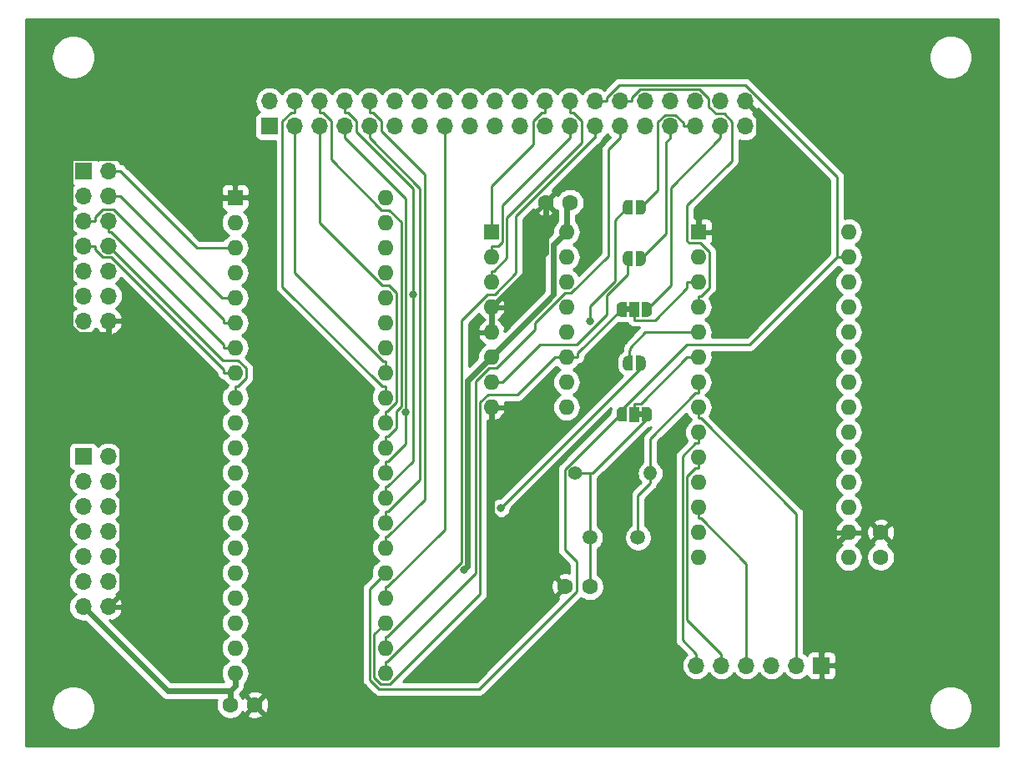
<source format=gbl>
G04 #@! TF.GenerationSoftware,KiCad,Pcbnew,(5.1.4)-1*
G04 #@! TF.CreationDate,2020-09-22T12:22:13+09:00*
G04 #@! TF.ProjectId,K65-IOB,4b36352d-494f-4422-9e6b-696361645f70,rev?*
G04 #@! TF.SameCoordinates,Original*
G04 #@! TF.FileFunction,Copper,L2,Bot*
G04 #@! TF.FilePolarity,Positive*
%FSLAX46Y46*%
G04 Gerber Fmt 4.6, Leading zero omitted, Abs format (unit mm)*
G04 Created by KiCad (PCBNEW (5.1.4)-1) date 2020-09-22 12:22:13*
%MOMM*%
%LPD*%
G04 APERTURE LIST*
%ADD10C,0.100000*%
%ADD11O,1.600000X1.600000*%
%ADD12R,1.600000X1.600000*%
%ADD13C,1.500000*%
%ADD14O,1.400000X1.400000*%
%ADD15C,1.400000*%
%ADD16C,0.500000*%
%ADD17R,1.000000X1.500000*%
%ADD18O,1.700000X1.700000*%
%ADD19R,1.700000X1.700000*%
%ADD20C,1.600000*%
%ADD21C,0.800000*%
%ADD22C,0.600000*%
%ADD23C,0.250000*%
%ADD24C,0.254000*%
G04 APERTURE END LIST*
D10*
G36*
X143305000Y-100415000D02*
G01*
X142805000Y-100415000D01*
X142805000Y-101015000D01*
X143305000Y-101015000D01*
X143305000Y-100415000D01*
G37*
G36*
X141505000Y-90372500D02*
G01*
X142005000Y-90372500D01*
X142005000Y-89772500D01*
X141505000Y-89772500D01*
X141505000Y-90372500D01*
G37*
D11*
X117145000Y-78715000D03*
X101905000Y-126975000D03*
X117145000Y-81255000D03*
X101905000Y-124435000D03*
X117145000Y-83795000D03*
X101905000Y-121895000D03*
X117145000Y-86335000D03*
X101905000Y-119355000D03*
X117145000Y-88875000D03*
X101905000Y-116815000D03*
X117145000Y-91415000D03*
X101905000Y-114275000D03*
X117145000Y-93955000D03*
X101905000Y-111735000D03*
X117145000Y-96495000D03*
X101905000Y-109195000D03*
X117145000Y-99035000D03*
X101905000Y-106655000D03*
X117145000Y-101575000D03*
X101905000Y-104115000D03*
X117145000Y-104115000D03*
X101905000Y-101575000D03*
X117145000Y-106655000D03*
X101905000Y-99035000D03*
X117145000Y-109195000D03*
X101905000Y-96495000D03*
X117145000Y-111735000D03*
X101905000Y-93955000D03*
X117145000Y-114275000D03*
X101905000Y-91415000D03*
X117145000Y-116815000D03*
X101905000Y-88875000D03*
X117145000Y-119355000D03*
X101905000Y-86335000D03*
X117145000Y-121895000D03*
X101905000Y-83795000D03*
X117145000Y-124435000D03*
X101905000Y-81255000D03*
X117145000Y-126975000D03*
D12*
X101905000Y-78715000D03*
D13*
X142785000Y-113215000D03*
X137905000Y-113215000D03*
D11*
X164145000Y-82215000D03*
X148905000Y-115235000D03*
X164145000Y-84755000D03*
X148905000Y-112695000D03*
X164145000Y-87295000D03*
X148905000Y-110155000D03*
X164145000Y-89835000D03*
X148905000Y-107615000D03*
X164145000Y-92375000D03*
X148905000Y-105075000D03*
X164145000Y-94915000D03*
X148905000Y-102535000D03*
X164145000Y-97455000D03*
X148905000Y-99995000D03*
X164145000Y-99995000D03*
X148905000Y-97455000D03*
X164145000Y-102535000D03*
X148905000Y-94915000D03*
X164145000Y-105075000D03*
X148905000Y-92375000D03*
X164145000Y-107615000D03*
X148905000Y-89835000D03*
X164145000Y-110155000D03*
X148905000Y-87295000D03*
X164145000Y-112695000D03*
X148905000Y-84755000D03*
X164145000Y-115235000D03*
D12*
X148905000Y-82215000D03*
D11*
X135525000Y-82215000D03*
X127905000Y-99995000D03*
X135525000Y-84755000D03*
X127905000Y-97455000D03*
X135525000Y-87295000D03*
X127905000Y-94915000D03*
X135525000Y-89835000D03*
X127905000Y-92375000D03*
X135525000Y-92375000D03*
X127905000Y-89835000D03*
X135525000Y-94915000D03*
X127905000Y-87295000D03*
X135525000Y-97455000D03*
X127905000Y-84755000D03*
X135525000Y-99995000D03*
D12*
X127905000Y-82215000D03*
D14*
X144025000Y-106715000D03*
D15*
X136405000Y-106715000D03*
D16*
X143055000Y-95536200D03*
D10*
G36*
X143055000Y-94786802D02*
G01*
X143079534Y-94786802D01*
X143128365Y-94791612D01*
X143176490Y-94801184D01*
X143223445Y-94815428D01*
X143268778Y-94834205D01*
X143312051Y-94857336D01*
X143352850Y-94884596D01*
X143390779Y-94915724D01*
X143425476Y-94950421D01*
X143456604Y-94988350D01*
X143483864Y-95029149D01*
X143506995Y-95072422D01*
X143525772Y-95117755D01*
X143540016Y-95164710D01*
X143549588Y-95212835D01*
X143554398Y-95261666D01*
X143554398Y-95286200D01*
X143555000Y-95286200D01*
X143555000Y-95786200D01*
X143554398Y-95786200D01*
X143554398Y-95810734D01*
X143549588Y-95859565D01*
X143540016Y-95907690D01*
X143525772Y-95954645D01*
X143506995Y-95999978D01*
X143483864Y-96043251D01*
X143456604Y-96084050D01*
X143425476Y-96121979D01*
X143390779Y-96156676D01*
X143352850Y-96187804D01*
X143312051Y-96215064D01*
X143268778Y-96238195D01*
X143223445Y-96256972D01*
X143176490Y-96271216D01*
X143128365Y-96280788D01*
X143079534Y-96285598D01*
X143055000Y-96285598D01*
X143055000Y-96286200D01*
X142555000Y-96286200D01*
X142555000Y-94786200D01*
X143055000Y-94786200D01*
X143055000Y-94786802D01*
X143055000Y-94786802D01*
G37*
D16*
X141755000Y-95536200D03*
D10*
G36*
X142255000Y-96286200D02*
G01*
X141755000Y-96286200D01*
X141755000Y-96285598D01*
X141730466Y-96285598D01*
X141681635Y-96280788D01*
X141633510Y-96271216D01*
X141586555Y-96256972D01*
X141541222Y-96238195D01*
X141497949Y-96215064D01*
X141457150Y-96187804D01*
X141419221Y-96156676D01*
X141384524Y-96121979D01*
X141353396Y-96084050D01*
X141326136Y-96043251D01*
X141303005Y-95999978D01*
X141284228Y-95954645D01*
X141269984Y-95907690D01*
X141260412Y-95859565D01*
X141255602Y-95810734D01*
X141255602Y-95786200D01*
X141255000Y-95786200D01*
X141255000Y-95286200D01*
X141255602Y-95286200D01*
X141255602Y-95261666D01*
X141260412Y-95212835D01*
X141269984Y-95164710D01*
X141284228Y-95117755D01*
X141303005Y-95072422D01*
X141326136Y-95029149D01*
X141353396Y-94988350D01*
X141384524Y-94950421D01*
X141419221Y-94915724D01*
X141457150Y-94884596D01*
X141497949Y-94857336D01*
X141541222Y-94834205D01*
X141586555Y-94815428D01*
X141633510Y-94801184D01*
X141681635Y-94791612D01*
X141730466Y-94786802D01*
X141755000Y-94786802D01*
X141755000Y-94786200D01*
X142255000Y-94786200D01*
X142255000Y-96286200D01*
X142255000Y-96286200D01*
G37*
D16*
X143705000Y-100715000D03*
D10*
G36*
X143155000Y-99965000D02*
G01*
X143705000Y-99965000D01*
X143705000Y-99965602D01*
X143729534Y-99965602D01*
X143778365Y-99970412D01*
X143826490Y-99979984D01*
X143873445Y-99994228D01*
X143918778Y-100013005D01*
X143962051Y-100036136D01*
X144002850Y-100063396D01*
X144040779Y-100094524D01*
X144075476Y-100129221D01*
X144106604Y-100167150D01*
X144133864Y-100207949D01*
X144156995Y-100251222D01*
X144175772Y-100296555D01*
X144190016Y-100343510D01*
X144199588Y-100391635D01*
X144204398Y-100440466D01*
X144204398Y-100465000D01*
X144205000Y-100465000D01*
X144205000Y-100965000D01*
X144204398Y-100965000D01*
X144204398Y-100989534D01*
X144199588Y-101038365D01*
X144190016Y-101086490D01*
X144175772Y-101133445D01*
X144156995Y-101178778D01*
X144133864Y-101222051D01*
X144106604Y-101262850D01*
X144075476Y-101300779D01*
X144040779Y-101335476D01*
X144002850Y-101366604D01*
X143962051Y-101393864D01*
X143918778Y-101416995D01*
X143873445Y-101435772D01*
X143826490Y-101450016D01*
X143778365Y-101459588D01*
X143729534Y-101464398D01*
X143705000Y-101464398D01*
X143705000Y-101465000D01*
X143155000Y-101465000D01*
X143155000Y-99965000D01*
X143155000Y-99965000D01*
G37*
D17*
X142405000Y-100715000D03*
D16*
X141105000Y-100715000D03*
D10*
G36*
X141105000Y-101464398D02*
G01*
X141080466Y-101464398D01*
X141031635Y-101459588D01*
X140983510Y-101450016D01*
X140936555Y-101435772D01*
X140891222Y-101416995D01*
X140847949Y-101393864D01*
X140807150Y-101366604D01*
X140769221Y-101335476D01*
X140734524Y-101300779D01*
X140703396Y-101262850D01*
X140676136Y-101222051D01*
X140653005Y-101178778D01*
X140634228Y-101133445D01*
X140619984Y-101086490D01*
X140610412Y-101038365D01*
X140605602Y-100989534D01*
X140605602Y-100965000D01*
X140605000Y-100965000D01*
X140605000Y-100465000D01*
X140605602Y-100465000D01*
X140605602Y-100440466D01*
X140610412Y-100391635D01*
X140619984Y-100343510D01*
X140634228Y-100296555D01*
X140653005Y-100251222D01*
X140676136Y-100207949D01*
X140703396Y-100167150D01*
X140734524Y-100129221D01*
X140769221Y-100094524D01*
X140807150Y-100063396D01*
X140847949Y-100036136D01*
X140891222Y-100013005D01*
X140936555Y-99994228D01*
X140983510Y-99979984D01*
X141031635Y-99970412D01*
X141080466Y-99965602D01*
X141105000Y-99965602D01*
X141105000Y-99965000D01*
X141655000Y-99965000D01*
X141655000Y-101465000D01*
X141105000Y-101465000D01*
X141105000Y-101464398D01*
X141105000Y-101464398D01*
G37*
D16*
X141105000Y-90072500D03*
D10*
G36*
X141655000Y-90822500D02*
G01*
X141105000Y-90822500D01*
X141105000Y-90821898D01*
X141080466Y-90821898D01*
X141031635Y-90817088D01*
X140983510Y-90807516D01*
X140936555Y-90793272D01*
X140891222Y-90774495D01*
X140847949Y-90751364D01*
X140807150Y-90724104D01*
X140769221Y-90692976D01*
X140734524Y-90658279D01*
X140703396Y-90620350D01*
X140676136Y-90579551D01*
X140653005Y-90536278D01*
X140634228Y-90490945D01*
X140619984Y-90443990D01*
X140610412Y-90395865D01*
X140605602Y-90347034D01*
X140605602Y-90322500D01*
X140605000Y-90322500D01*
X140605000Y-89822500D01*
X140605602Y-89822500D01*
X140605602Y-89797966D01*
X140610412Y-89749135D01*
X140619984Y-89701010D01*
X140634228Y-89654055D01*
X140653005Y-89608722D01*
X140676136Y-89565449D01*
X140703396Y-89524650D01*
X140734524Y-89486721D01*
X140769221Y-89452024D01*
X140807150Y-89420896D01*
X140847949Y-89393636D01*
X140891222Y-89370505D01*
X140936555Y-89351728D01*
X140983510Y-89337484D01*
X141031635Y-89327912D01*
X141080466Y-89323102D01*
X141105000Y-89323102D01*
X141105000Y-89322500D01*
X141655000Y-89322500D01*
X141655000Y-90822500D01*
X141655000Y-90822500D01*
G37*
D17*
X142405000Y-90072500D03*
D16*
X143705000Y-90072500D03*
D10*
G36*
X143705000Y-89323102D02*
G01*
X143729534Y-89323102D01*
X143778365Y-89327912D01*
X143826490Y-89337484D01*
X143873445Y-89351728D01*
X143918778Y-89370505D01*
X143962051Y-89393636D01*
X144002850Y-89420896D01*
X144040779Y-89452024D01*
X144075476Y-89486721D01*
X144106604Y-89524650D01*
X144133864Y-89565449D01*
X144156995Y-89608722D01*
X144175772Y-89654055D01*
X144190016Y-89701010D01*
X144199588Y-89749135D01*
X144204398Y-89797966D01*
X144204398Y-89822500D01*
X144205000Y-89822500D01*
X144205000Y-90322500D01*
X144204398Y-90322500D01*
X144204398Y-90347034D01*
X144199588Y-90395865D01*
X144190016Y-90443990D01*
X144175772Y-90490945D01*
X144156995Y-90536278D01*
X144133864Y-90579551D01*
X144106604Y-90620350D01*
X144075476Y-90658279D01*
X144040779Y-90692976D01*
X144002850Y-90724104D01*
X143962051Y-90751364D01*
X143918778Y-90774495D01*
X143873445Y-90793272D01*
X143826490Y-90807516D01*
X143778365Y-90817088D01*
X143729534Y-90821898D01*
X143705000Y-90821898D01*
X143705000Y-90822500D01*
X143155000Y-90822500D01*
X143155000Y-89322500D01*
X143705000Y-89322500D01*
X143705000Y-89323102D01*
X143705000Y-89323102D01*
G37*
D16*
X143055000Y-84893800D03*
D10*
G36*
X143055000Y-84144402D02*
G01*
X143079534Y-84144402D01*
X143128365Y-84149212D01*
X143176490Y-84158784D01*
X143223445Y-84173028D01*
X143268778Y-84191805D01*
X143312051Y-84214936D01*
X143352850Y-84242196D01*
X143390779Y-84273324D01*
X143425476Y-84308021D01*
X143456604Y-84345950D01*
X143483864Y-84386749D01*
X143506995Y-84430022D01*
X143525772Y-84475355D01*
X143540016Y-84522310D01*
X143549588Y-84570435D01*
X143554398Y-84619266D01*
X143554398Y-84643800D01*
X143555000Y-84643800D01*
X143555000Y-85143800D01*
X143554398Y-85143800D01*
X143554398Y-85168334D01*
X143549588Y-85217165D01*
X143540016Y-85265290D01*
X143525772Y-85312245D01*
X143506995Y-85357578D01*
X143483864Y-85400851D01*
X143456604Y-85441650D01*
X143425476Y-85479579D01*
X143390779Y-85514276D01*
X143352850Y-85545404D01*
X143312051Y-85572664D01*
X143268778Y-85595795D01*
X143223445Y-85614572D01*
X143176490Y-85628816D01*
X143128365Y-85638388D01*
X143079534Y-85643198D01*
X143055000Y-85643198D01*
X143055000Y-85643800D01*
X142555000Y-85643800D01*
X142555000Y-84143800D01*
X143055000Y-84143800D01*
X143055000Y-84144402D01*
X143055000Y-84144402D01*
G37*
D16*
X141755000Y-84893800D03*
D10*
G36*
X142255000Y-85643800D02*
G01*
X141755000Y-85643800D01*
X141755000Y-85643198D01*
X141730466Y-85643198D01*
X141681635Y-85638388D01*
X141633510Y-85628816D01*
X141586555Y-85614572D01*
X141541222Y-85595795D01*
X141497949Y-85572664D01*
X141457150Y-85545404D01*
X141419221Y-85514276D01*
X141384524Y-85479579D01*
X141353396Y-85441650D01*
X141326136Y-85400851D01*
X141303005Y-85357578D01*
X141284228Y-85312245D01*
X141269984Y-85265290D01*
X141260412Y-85217165D01*
X141255602Y-85168334D01*
X141255602Y-85143800D01*
X141255000Y-85143800D01*
X141255000Y-84643800D01*
X141255602Y-84643800D01*
X141255602Y-84619266D01*
X141260412Y-84570435D01*
X141269984Y-84522310D01*
X141284228Y-84475355D01*
X141303005Y-84430022D01*
X141326136Y-84386749D01*
X141353396Y-84345950D01*
X141384524Y-84308021D01*
X141419221Y-84273324D01*
X141457150Y-84242196D01*
X141497949Y-84214936D01*
X141541222Y-84191805D01*
X141586555Y-84173028D01*
X141633510Y-84158784D01*
X141681635Y-84149212D01*
X141730466Y-84144402D01*
X141755000Y-84144402D01*
X141755000Y-84143800D01*
X142255000Y-84143800D01*
X142255000Y-85643800D01*
X142255000Y-85643800D01*
G37*
D16*
X143055000Y-79715000D03*
D10*
G36*
X143055000Y-78965602D02*
G01*
X143079534Y-78965602D01*
X143128365Y-78970412D01*
X143176490Y-78979984D01*
X143223445Y-78994228D01*
X143268778Y-79013005D01*
X143312051Y-79036136D01*
X143352850Y-79063396D01*
X143390779Y-79094524D01*
X143425476Y-79129221D01*
X143456604Y-79167150D01*
X143483864Y-79207949D01*
X143506995Y-79251222D01*
X143525772Y-79296555D01*
X143540016Y-79343510D01*
X143549588Y-79391635D01*
X143554398Y-79440466D01*
X143554398Y-79465000D01*
X143555000Y-79465000D01*
X143555000Y-79965000D01*
X143554398Y-79965000D01*
X143554398Y-79989534D01*
X143549588Y-80038365D01*
X143540016Y-80086490D01*
X143525772Y-80133445D01*
X143506995Y-80178778D01*
X143483864Y-80222051D01*
X143456604Y-80262850D01*
X143425476Y-80300779D01*
X143390779Y-80335476D01*
X143352850Y-80366604D01*
X143312051Y-80393864D01*
X143268778Y-80416995D01*
X143223445Y-80435772D01*
X143176490Y-80450016D01*
X143128365Y-80459588D01*
X143079534Y-80464398D01*
X143055000Y-80464398D01*
X143055000Y-80465000D01*
X142555000Y-80465000D01*
X142555000Y-78965000D01*
X143055000Y-78965000D01*
X143055000Y-78965602D01*
X143055000Y-78965602D01*
G37*
D16*
X141755000Y-79715000D03*
D10*
G36*
X142255000Y-80465000D02*
G01*
X141755000Y-80465000D01*
X141755000Y-80464398D01*
X141730466Y-80464398D01*
X141681635Y-80459588D01*
X141633510Y-80450016D01*
X141586555Y-80435772D01*
X141541222Y-80416995D01*
X141497949Y-80393864D01*
X141457150Y-80366604D01*
X141419221Y-80335476D01*
X141384524Y-80300779D01*
X141353396Y-80262850D01*
X141326136Y-80222051D01*
X141303005Y-80178778D01*
X141284228Y-80133445D01*
X141269984Y-80086490D01*
X141260412Y-80038365D01*
X141255602Y-79989534D01*
X141255602Y-79965000D01*
X141255000Y-79965000D01*
X141255000Y-79465000D01*
X141255602Y-79465000D01*
X141255602Y-79440466D01*
X141260412Y-79391635D01*
X141269984Y-79343510D01*
X141284228Y-79296555D01*
X141303005Y-79251222D01*
X141326136Y-79207949D01*
X141353396Y-79167150D01*
X141384524Y-79129221D01*
X141419221Y-79094524D01*
X141457150Y-79063396D01*
X141497949Y-79036136D01*
X141541222Y-79013005D01*
X141586555Y-78994228D01*
X141633510Y-78979984D01*
X141681635Y-78970412D01*
X141730466Y-78965602D01*
X141755000Y-78965602D01*
X141755000Y-78965000D01*
X142255000Y-78965000D01*
X142255000Y-80465000D01*
X142255000Y-80465000D01*
G37*
D18*
X89040000Y-120240000D03*
X86500000Y-120240000D03*
X89040000Y-117700000D03*
X86500000Y-117700000D03*
X89040000Y-115160000D03*
X86500000Y-115160000D03*
X89040000Y-112620000D03*
X86500000Y-112620000D03*
X89040000Y-110080000D03*
X86500000Y-110080000D03*
X89040000Y-107540000D03*
X86500000Y-107540000D03*
X89040000Y-105000000D03*
D19*
X86500000Y-105000000D03*
D18*
X89040000Y-91240000D03*
X86500000Y-91240000D03*
X89040000Y-88700000D03*
X86500000Y-88700000D03*
X89040000Y-86160000D03*
X86500000Y-86160000D03*
X89040000Y-83620000D03*
X86500000Y-83620000D03*
X89040000Y-81080000D03*
X86500000Y-81080000D03*
X89040000Y-78540000D03*
X86500000Y-78540000D03*
X89040000Y-76000000D03*
D19*
X86500000Y-76000000D03*
D18*
X148705000Y-126215000D03*
X151245000Y-126215000D03*
X153785000Y-126215000D03*
X156325000Y-126215000D03*
X158865000Y-126215000D03*
D19*
X161405000Y-126215000D03*
D18*
X153660000Y-68960000D03*
X153660000Y-71500000D03*
X151120000Y-68960000D03*
X151120000Y-71500000D03*
X148580000Y-68960000D03*
X148580000Y-71500000D03*
X146040000Y-68960000D03*
X146040000Y-71500000D03*
X143500000Y-68960000D03*
X143500000Y-71500000D03*
X140960000Y-68960000D03*
X140960000Y-71500000D03*
X138420000Y-68960000D03*
X138420000Y-71500000D03*
X135880000Y-68960000D03*
X135880000Y-71500000D03*
X133340000Y-68960000D03*
X133340000Y-71500000D03*
X130800000Y-68960000D03*
X130800000Y-71500000D03*
X128260000Y-68960000D03*
X128260000Y-71500000D03*
X125720000Y-68960000D03*
X125720000Y-71500000D03*
X123180000Y-68960000D03*
X123180000Y-71500000D03*
X120640000Y-68960000D03*
X120640000Y-71500000D03*
X118100000Y-68960000D03*
X118100000Y-71500000D03*
X115560000Y-68960000D03*
X115560000Y-71500000D03*
X113020000Y-68960000D03*
X113020000Y-71500000D03*
X110480000Y-68960000D03*
X110480000Y-71500000D03*
X107940000Y-68960000D03*
X107940000Y-71500000D03*
X105400000Y-68960000D03*
D19*
X105400000Y-71500000D03*
D20*
X101405000Y-130215000D03*
X103905000Y-130215000D03*
X167405000Y-115215000D03*
X167405000Y-112715000D03*
X135405000Y-118215000D03*
X137905000Y-118215000D03*
X135905000Y-79215000D03*
X133405000Y-79215000D03*
D21*
X125139300Y-116535300D03*
X106000000Y-109000000D03*
X108500000Y-120500000D03*
X119931900Y-88565000D03*
X119215700Y-100487300D03*
X128832600Y-110225800D03*
X137938300Y-91264500D03*
D22*
X135525000Y-82215000D02*
X134224600Y-83515400D01*
X134224600Y-83515400D02*
X134224600Y-88595400D01*
X134224600Y-88595400D02*
X127905000Y-94915000D01*
X135905000Y-79215000D02*
X135525000Y-79595000D01*
X135525000Y-79595000D02*
X135525000Y-82215000D01*
X127905000Y-94915000D02*
X125508900Y-97311100D01*
X125508900Y-97311100D02*
X125508900Y-116165700D01*
X125508900Y-116165700D02*
X125139300Y-116535300D01*
X86500000Y-120240000D02*
X95035300Y-128775300D01*
X95035300Y-128775300D02*
X101405000Y-128775300D01*
X101405000Y-128775300D02*
X101905000Y-128275300D01*
X101405000Y-130215000D02*
X101405000Y-128775300D01*
X101905000Y-126975000D02*
X101905000Y-128275300D01*
X89040000Y-92590300D02*
X85927400Y-92590300D01*
X85927400Y-92590300D02*
X85149600Y-91812500D01*
X85149600Y-91812500D02*
X85149600Y-74905900D01*
X85149600Y-74905900D02*
X85406500Y-74649000D01*
X85406500Y-74649000D02*
X96538700Y-74649000D01*
X96538700Y-74649000D02*
X100604700Y-78715000D01*
X89040000Y-120240000D02*
X90429300Y-118850700D01*
X90429300Y-118850700D02*
X90429300Y-93979600D01*
X90429300Y-93979600D02*
X89040000Y-92590300D01*
X101905000Y-78715000D02*
X100604700Y-78715000D01*
X89040000Y-91240000D02*
X89040000Y-92590300D01*
X127905000Y-99995000D02*
X127905000Y-110715000D01*
X127905000Y-110715000D02*
X135405000Y-118215000D01*
X133405000Y-79215000D02*
X133405000Y-84335000D01*
X133405000Y-84335000D02*
X127905000Y-89835000D01*
X127905000Y-89835000D02*
X127905000Y-92375000D01*
X161405000Y-126215000D02*
X161405000Y-115435000D01*
X161405000Y-115435000D02*
X164145000Y-112695000D01*
X148905000Y-82215000D02*
X148905000Y-80914700D01*
X153660000Y-68960000D02*
X155010600Y-70310600D01*
X155010600Y-70310600D02*
X155010600Y-74809100D01*
X155010600Y-74809100D02*
X148905000Y-80914700D01*
D23*
X137905000Y-106715000D02*
X136405000Y-106715000D01*
X143705000Y-100715000D02*
X143705000Y-101158900D01*
X143705000Y-101158900D02*
X138148900Y-106715000D01*
X138148900Y-106715000D02*
X137905000Y-106715000D01*
X137905000Y-106715000D02*
X137905000Y-113215000D01*
X137905000Y-118215000D02*
X137905000Y-113215000D01*
X151120000Y-71500000D02*
X151120000Y-72675300D01*
X151120000Y-72675300D02*
X146108700Y-77686600D01*
X146108700Y-77686600D02*
X146108700Y-87668800D01*
X146108700Y-87668800D02*
X143705000Y-90072500D01*
X148580000Y-71500000D02*
X147404700Y-71500000D01*
X147404700Y-71500000D02*
X147404700Y-71132700D01*
X147404700Y-71132700D02*
X146596600Y-70324600D01*
X146596600Y-70324600D02*
X145514400Y-70324600D01*
X145514400Y-70324600D02*
X144770000Y-71069000D01*
X144770000Y-71069000D02*
X144770000Y-78000000D01*
X144770000Y-78000000D02*
X143055000Y-79715000D01*
X146040000Y-71500000D02*
X146040000Y-72675300D01*
X146040000Y-72675300D02*
X145589700Y-73125600D01*
X145589700Y-73125600D02*
X145589700Y-82359100D01*
X145589700Y-82359100D02*
X143055000Y-84893800D01*
X148905000Y-89835000D02*
X148905000Y-88709700D01*
X140960000Y-68960000D02*
X142135300Y-68960000D01*
X142135300Y-68960000D02*
X142135300Y-68592700D01*
X142135300Y-68592700D02*
X142981500Y-67746500D01*
X142981500Y-67746500D02*
X149039100Y-67746500D01*
X149039100Y-67746500D02*
X149944600Y-68652000D01*
X149944600Y-68652000D02*
X149944600Y-69485600D01*
X149944600Y-69485600D02*
X150689000Y-70230000D01*
X150689000Y-70230000D02*
X151514800Y-70230000D01*
X151514800Y-70230000D02*
X152305700Y-71020900D01*
X152305700Y-71020900D02*
X152305700Y-74978300D01*
X152305700Y-74978300D02*
X147779600Y-79504400D01*
X147779600Y-79504400D02*
X147779600Y-83149700D01*
X147779600Y-83149700D02*
X147970300Y-83340400D01*
X147970300Y-83340400D02*
X149120000Y-83340400D01*
X149120000Y-83340400D02*
X150030300Y-84250700D01*
X150030300Y-84250700D02*
X150030300Y-87865800D01*
X150030300Y-87865800D02*
X149186400Y-88709700D01*
X149186400Y-88709700D02*
X148905000Y-88709700D01*
X140960000Y-72675300D02*
X139784700Y-73850600D01*
X139784700Y-73850600D02*
X139784700Y-84633300D01*
X139784700Y-84633300D02*
X135997600Y-88420400D01*
X135997600Y-88420400D02*
X135348000Y-88420400D01*
X135348000Y-88420400D02*
X132338900Y-91429500D01*
X132338900Y-91429500D02*
X132338900Y-92148000D01*
X132338900Y-92148000D02*
X128446500Y-96040400D01*
X128446500Y-96040400D02*
X127664000Y-96040400D01*
X127664000Y-96040400D02*
X126315000Y-97389400D01*
X126315000Y-97389400D02*
X126315000Y-116884000D01*
X126315000Y-116884000D02*
X117349300Y-125849700D01*
X117349300Y-125849700D02*
X117145000Y-125849700D01*
X117145000Y-126975000D02*
X117145000Y-125849700D01*
X140960000Y-71500000D02*
X140960000Y-72675300D01*
X141105000Y-100715000D02*
X140951700Y-100715000D01*
X140951700Y-100715000D02*
X135361200Y-106305500D01*
X135361200Y-106305500D02*
X135361200Y-114472300D01*
X135361200Y-114472300D02*
X136567600Y-115678700D01*
X136567600Y-115678700D02*
X136567600Y-118711000D01*
X136567600Y-118711000D02*
X126683500Y-128595100D01*
X126683500Y-128595100D02*
X116490400Y-128595100D01*
X116490400Y-128595100D02*
X115533900Y-127638600D01*
X115533900Y-127638600D02*
X115533900Y-118426100D01*
X115533900Y-118426100D02*
X117145000Y-116815000D01*
X141105000Y-100715000D02*
X141105000Y-100251800D01*
X141105000Y-100251800D02*
X147711800Y-93645000D01*
X147711800Y-93645000D02*
X154129700Y-93645000D01*
X154129700Y-93645000D02*
X163019700Y-84755000D01*
X138420000Y-68960000D02*
X139595300Y-68960000D01*
X139595300Y-68960000D02*
X139595300Y-68592700D01*
X139595300Y-68592700D02*
X140891900Y-67296100D01*
X140891900Y-67296100D02*
X153668300Y-67296100D01*
X153668300Y-67296100D02*
X163019700Y-76647500D01*
X163019700Y-76647500D02*
X163019700Y-84755000D01*
X164145000Y-84755000D02*
X163019700Y-84755000D01*
X117145000Y-124435000D02*
X117145000Y-123309700D01*
X138420000Y-71500000D02*
X138420000Y-72675300D01*
X138420000Y-72675300D02*
X138338100Y-72675300D01*
X138338100Y-72675300D02*
X130417400Y-80596000D01*
X130417400Y-80596000D02*
X130417400Y-86374200D01*
X130417400Y-86374200D02*
X128226600Y-88565000D01*
X128226600Y-88565000D02*
X127495200Y-88565000D01*
X127495200Y-88565000D02*
X124883500Y-91176700D01*
X124883500Y-91176700D02*
X124883500Y-115748100D01*
X124883500Y-115748100D02*
X117321900Y-123309700D01*
X117321900Y-123309700D02*
X117145000Y-123309700D01*
X135880000Y-70135300D02*
X136247300Y-70135300D01*
X136247300Y-70135300D02*
X137065700Y-70953700D01*
X137065700Y-70953700D02*
X137065700Y-73152000D01*
X137065700Y-73152000D02*
X129480700Y-80737000D01*
X129480700Y-80737000D02*
X129480700Y-84875300D01*
X129480700Y-84875300D02*
X128186300Y-86169700D01*
X128186300Y-86169700D02*
X127905000Y-86169700D01*
X127905000Y-87295000D02*
X127905000Y-86169700D01*
X135880000Y-68960000D02*
X135880000Y-70135300D01*
X127905000Y-83629700D02*
X128608400Y-83629700D01*
X128608400Y-83629700D02*
X129030300Y-83207800D01*
X129030300Y-83207800D02*
X129030300Y-79525000D01*
X129030300Y-79525000D02*
X135880000Y-72675300D01*
X127905000Y-84755000D02*
X127905000Y-83629700D01*
X135880000Y-71500000D02*
X135880000Y-72675300D01*
X133340000Y-68960000D02*
X133340000Y-70135300D01*
X127905000Y-82215000D02*
X127905000Y-77570200D01*
X127905000Y-77570200D02*
X132164700Y-73310500D01*
X132164700Y-73310500D02*
X132164700Y-70943200D01*
X132164700Y-70943200D02*
X132972600Y-70135300D01*
X132972600Y-70135300D02*
X133340000Y-70135300D01*
X123180000Y-71500000D02*
X123180000Y-112399000D01*
X123180000Y-112399000D02*
X117349300Y-118229700D01*
X117349300Y-118229700D02*
X117145000Y-118229700D01*
X117145000Y-119355000D02*
X117145000Y-118229700D01*
X117145000Y-113149700D02*
X117349300Y-113149700D01*
X117349300Y-113149700D02*
X121133800Y-109365200D01*
X121133800Y-109365200D02*
X121133800Y-76342400D01*
X121133800Y-76342400D02*
X116735300Y-71943900D01*
X116735300Y-71943900D02*
X116735300Y-70943200D01*
X116735300Y-70943200D02*
X115927400Y-70135300D01*
X115927400Y-70135300D02*
X115560000Y-70135300D01*
X117145000Y-114275000D02*
X117145000Y-113149700D01*
X115560000Y-68960000D02*
X115560000Y-70135300D01*
X117145000Y-111735000D02*
X117145000Y-110609700D01*
X115560000Y-71500000D02*
X115560000Y-72675300D01*
X115560000Y-72675300D02*
X120672400Y-77787700D01*
X120672400Y-77787700D02*
X120672400Y-107363600D01*
X120672400Y-107363600D02*
X117426300Y-110609700D01*
X117426300Y-110609700D02*
X117145000Y-110609700D01*
X119931900Y-88565000D02*
X119953700Y-88586800D01*
X119953700Y-88586800D02*
X119953700Y-105474600D01*
X119953700Y-105474600D02*
X117358600Y-108069700D01*
X117358600Y-108069700D02*
X117145000Y-108069700D01*
X119931900Y-88565000D02*
X119931900Y-77775000D01*
X119931900Y-77775000D02*
X114195300Y-72038400D01*
X114195300Y-72038400D02*
X114195300Y-70943200D01*
X114195300Y-70943200D02*
X113387400Y-70135300D01*
X113387400Y-70135300D02*
X113020000Y-70135300D01*
X117145000Y-109195000D02*
X117145000Y-108069700D01*
X113020000Y-68960000D02*
X113020000Y-70135300D01*
X113020000Y-72675300D02*
X119206600Y-78861900D01*
X119206600Y-78861900D02*
X119206600Y-100478200D01*
X119206600Y-100478200D02*
X119215700Y-100487300D01*
X117145000Y-105529700D02*
X117426300Y-105529700D01*
X117426300Y-105529700D02*
X119215700Y-103740300D01*
X119215700Y-103740300D02*
X119215700Y-100487300D01*
X113020000Y-71500000D02*
X113020000Y-72675300D01*
X117145000Y-106655000D02*
X117145000Y-105529700D01*
X110480000Y-70135300D02*
X110847400Y-70135300D01*
X110847400Y-70135300D02*
X111655300Y-70943200D01*
X111655300Y-70943200D02*
X111655300Y-74856000D01*
X111655300Y-74856000D02*
X116784300Y-79985000D01*
X116784300Y-79985000D02*
X117519700Y-79985000D01*
X117519700Y-79985000D02*
X118756200Y-81221500D01*
X118756200Y-81221500D02*
X118756200Y-99921100D01*
X118756200Y-99921100D02*
X118270300Y-100407000D01*
X118270300Y-100407000D02*
X118270300Y-102145800D01*
X118270300Y-102145800D02*
X117426400Y-102989700D01*
X117426400Y-102989700D02*
X117145000Y-102989700D01*
X110480000Y-68960000D02*
X110480000Y-70135300D01*
X117145000Y-104115000D02*
X117145000Y-102989700D01*
X117145000Y-101575000D02*
X117145000Y-100449700D01*
X110480000Y-71500000D02*
X110480000Y-81264600D01*
X110480000Y-81264600D02*
X116820400Y-87605000D01*
X116820400Y-87605000D02*
X117545500Y-87605000D01*
X117545500Y-87605000D02*
X118305800Y-88365300D01*
X118305800Y-88365300D02*
X118305800Y-99481700D01*
X118305800Y-99481700D02*
X117337800Y-100449700D01*
X117337800Y-100449700D02*
X117145000Y-100449700D01*
X117145000Y-99035000D02*
X117145000Y-97909700D01*
X107940000Y-68960000D02*
X107940000Y-70135300D01*
X107940000Y-70135300D02*
X107572700Y-70135300D01*
X107572700Y-70135300D02*
X106717800Y-70990200D01*
X106717800Y-70990200D02*
X106717800Y-87763800D01*
X106717800Y-87763800D02*
X116863700Y-97909700D01*
X116863700Y-97909700D02*
X117145000Y-97909700D01*
X117145000Y-95369700D02*
X116940500Y-95369700D01*
X116940500Y-95369700D02*
X107940000Y-86369200D01*
X107940000Y-86369200D02*
X107940000Y-71500000D01*
X117145000Y-96495000D02*
X117145000Y-95369700D01*
X148905000Y-102535000D02*
X148905000Y-103660300D01*
X148705000Y-126215000D02*
X148705000Y-125039700D01*
X148705000Y-125039700D02*
X147299700Y-123634400D01*
X147299700Y-123634400D02*
X147299700Y-104984300D01*
X147299700Y-104984300D02*
X148623700Y-103660300D01*
X148623700Y-103660300D02*
X148905000Y-103660300D01*
X151245000Y-125039700D02*
X147779700Y-121574400D01*
X147779700Y-121574400D02*
X147779700Y-107044200D01*
X147779700Y-107044200D02*
X148623600Y-106200300D01*
X148623600Y-106200300D02*
X148905000Y-106200300D01*
X148905000Y-105075000D02*
X148905000Y-106200300D01*
X151245000Y-126215000D02*
X151245000Y-125039700D01*
X148905000Y-110155000D02*
X148905000Y-111280300D01*
X153785000Y-126215000D02*
X153785000Y-115879000D01*
X153785000Y-115879000D02*
X149186300Y-111280300D01*
X149186300Y-111280300D02*
X148905000Y-111280300D01*
X148905000Y-99995000D02*
X148905000Y-101120300D01*
X158865000Y-126215000D02*
X158865000Y-110799000D01*
X158865000Y-110799000D02*
X149186300Y-101120300D01*
X149186300Y-101120300D02*
X148905000Y-101120300D01*
X101905000Y-97909700D02*
X102186400Y-97909700D01*
X102186400Y-97909700D02*
X103030300Y-97065800D01*
X103030300Y-97065800D02*
X103030300Y-96028500D01*
X103030300Y-96028500D02*
X102226800Y-95225000D01*
X102226800Y-95225000D02*
X100645000Y-95225000D01*
X100645000Y-95225000D02*
X89040000Y-83620000D01*
X101905000Y-99035000D02*
X101905000Y-97909700D01*
X101905000Y-96495000D02*
X100779700Y-96495000D01*
X86500000Y-83620000D02*
X87675300Y-83620000D01*
X87675300Y-83620000D02*
X87675300Y-83987400D01*
X87675300Y-83987400D02*
X88483200Y-84795300D01*
X88483200Y-84795300D02*
X89360300Y-84795300D01*
X89360300Y-84795300D02*
X100779700Y-96214700D01*
X100779700Y-96214700D02*
X100779700Y-96495000D01*
X101905000Y-93955000D02*
X100779700Y-93955000D01*
X89040000Y-81080000D02*
X89040000Y-82255300D01*
X89040000Y-82255300D02*
X89361300Y-82255300D01*
X89361300Y-82255300D02*
X100779700Y-93673700D01*
X100779700Y-93673700D02*
X100779700Y-93955000D01*
X86500000Y-81080000D02*
X87675300Y-81080000D01*
X101905000Y-91415000D02*
X100779700Y-91415000D01*
X100779700Y-91415000D02*
X100779700Y-91133700D01*
X100779700Y-91133700D02*
X89550700Y-79904700D01*
X89550700Y-79904700D02*
X88483200Y-79904700D01*
X88483200Y-79904700D02*
X87675300Y-80712600D01*
X87675300Y-80712600D02*
X87675300Y-81080000D01*
X89040000Y-78540000D02*
X90215300Y-78540000D01*
X90215300Y-78540000D02*
X100550300Y-88875000D01*
X100550300Y-88875000D02*
X101905000Y-88875000D01*
X89040000Y-76000000D02*
X90215300Y-76000000D01*
X90215300Y-76000000D02*
X98010300Y-83795000D01*
X98010300Y-83795000D02*
X101905000Y-83795000D01*
X143055000Y-95536200D02*
X143055000Y-96003400D01*
X143055000Y-96003400D02*
X128832600Y-110225800D01*
X141755000Y-79715000D02*
X140436800Y-81033200D01*
X140436800Y-81033200D02*
X140436800Y-87210500D01*
X140436800Y-87210500D02*
X137938300Y-89709000D01*
X137938300Y-89709000D02*
X137938300Y-91264500D01*
X127905000Y-97455000D02*
X129030300Y-97455000D01*
X141755000Y-84893800D02*
X141755000Y-86529200D01*
X141755000Y-86529200D02*
X139631000Y-88653200D01*
X139631000Y-88653200D02*
X139631000Y-90610400D01*
X139631000Y-90610400D02*
X136596400Y-93645000D01*
X136596400Y-93645000D02*
X132840300Y-93645000D01*
X132840300Y-93645000D02*
X129030300Y-97455000D01*
X135525000Y-94915000D02*
X136650300Y-94915000D01*
X141105000Y-90072500D02*
X136650300Y-94527200D01*
X136650300Y-94527200D02*
X136650300Y-94915000D01*
X135525000Y-94915000D02*
X134399700Y-94915000D01*
X134399700Y-94915000D02*
X130589700Y-98725000D01*
X130589700Y-98725000D02*
X127550700Y-98725000D01*
X127550700Y-98725000D02*
X126765400Y-99510300D01*
X126765400Y-99510300D02*
X126765400Y-118963300D01*
X126765400Y-118963300D02*
X117624200Y-128104500D01*
X117624200Y-128104500D02*
X116676300Y-128104500D01*
X116676300Y-128104500D02*
X115997300Y-127425500D01*
X115997300Y-127425500D02*
X115997300Y-123042700D01*
X115997300Y-123042700D02*
X117145000Y-121895000D01*
X148905000Y-87295000D02*
X147779700Y-87295000D01*
X142405000Y-90072500D02*
X142405000Y-91147800D01*
X142405000Y-91147800D02*
X144489500Y-91147800D01*
X144489500Y-91147800D02*
X147779700Y-87857600D01*
X147779700Y-87857600D02*
X147779700Y-87295000D01*
X148905000Y-94915000D02*
X147779700Y-94915000D01*
X142405000Y-100715000D02*
X142405000Y-99639700D01*
X142405000Y-99639700D02*
X143055000Y-99639700D01*
X143055000Y-99639700D02*
X147779700Y-94915000D01*
X143500000Y-92375000D02*
X148905000Y-92375000D01*
X141755000Y-95536200D02*
X142000000Y-94000000D01*
X142000000Y-94000000D02*
X143500000Y-92375000D01*
X144025000Y-106715000D02*
X144025000Y-107740300D01*
X144025000Y-107740300D02*
X142785000Y-108980300D01*
X142785000Y-108980300D02*
X142785000Y-113215000D01*
X148905000Y-98580300D02*
X148623700Y-98580300D01*
X148623700Y-98580300D02*
X144025000Y-103179000D01*
X144025000Y-103179000D02*
X144025000Y-106715000D01*
X148905000Y-97455000D02*
X148905000Y-98580300D01*
D24*
G36*
X179340001Y-134340000D02*
G01*
X80660000Y-134340000D01*
X80660000Y-130279872D01*
X83265000Y-130279872D01*
X83265000Y-130720128D01*
X83350890Y-131151925D01*
X83519369Y-131558669D01*
X83763962Y-131924729D01*
X84075271Y-132236038D01*
X84441331Y-132480631D01*
X84848075Y-132649110D01*
X85279872Y-132735000D01*
X85720128Y-132735000D01*
X86151925Y-132649110D01*
X86558669Y-132480631D01*
X86924729Y-132236038D01*
X87236038Y-131924729D01*
X87480631Y-131558669D01*
X87649110Y-131151925D01*
X87735000Y-130720128D01*
X87735000Y-130279872D01*
X87649110Y-129848075D01*
X87480631Y-129441331D01*
X87236038Y-129075271D01*
X86924729Y-128763962D01*
X86558669Y-128519369D01*
X86151925Y-128350890D01*
X85720128Y-128265000D01*
X85279872Y-128265000D01*
X84848075Y-128350890D01*
X84441331Y-128519369D01*
X84075271Y-128763962D01*
X83763962Y-129075271D01*
X83519369Y-129441331D01*
X83350890Y-129848075D01*
X83265000Y-130279872D01*
X80660000Y-130279872D01*
X80660000Y-78540000D01*
X85007815Y-78540000D01*
X85036487Y-78831111D01*
X85121401Y-79111034D01*
X85259294Y-79369014D01*
X85444866Y-79595134D01*
X85670986Y-79780706D01*
X85725791Y-79810000D01*
X85670986Y-79839294D01*
X85444866Y-80024866D01*
X85259294Y-80250986D01*
X85121401Y-80508966D01*
X85036487Y-80788889D01*
X85007815Y-81080000D01*
X85036487Y-81371111D01*
X85121401Y-81651034D01*
X85259294Y-81909014D01*
X85444866Y-82135134D01*
X85670986Y-82320706D01*
X85725791Y-82350000D01*
X85670986Y-82379294D01*
X85444866Y-82564866D01*
X85259294Y-82790986D01*
X85121401Y-83048966D01*
X85036487Y-83328889D01*
X85007815Y-83620000D01*
X85036487Y-83911111D01*
X85121401Y-84191034D01*
X85259294Y-84449014D01*
X85444866Y-84675134D01*
X85670986Y-84860706D01*
X85725791Y-84890000D01*
X85670986Y-84919294D01*
X85444866Y-85104866D01*
X85259294Y-85330986D01*
X85121401Y-85588966D01*
X85036487Y-85868889D01*
X85007815Y-86160000D01*
X85036487Y-86451111D01*
X85121401Y-86731034D01*
X85259294Y-86989014D01*
X85444866Y-87215134D01*
X85670986Y-87400706D01*
X85725791Y-87430000D01*
X85670986Y-87459294D01*
X85444866Y-87644866D01*
X85259294Y-87870986D01*
X85121401Y-88128966D01*
X85036487Y-88408889D01*
X85007815Y-88700000D01*
X85036487Y-88991111D01*
X85121401Y-89271034D01*
X85259294Y-89529014D01*
X85444866Y-89755134D01*
X85670986Y-89940706D01*
X85725791Y-89970000D01*
X85670986Y-89999294D01*
X85444866Y-90184866D01*
X85259294Y-90410986D01*
X85121401Y-90668966D01*
X85036487Y-90948889D01*
X85007815Y-91240000D01*
X85036487Y-91531111D01*
X85121401Y-91811034D01*
X85259294Y-92069014D01*
X85444866Y-92295134D01*
X85670986Y-92480706D01*
X85928966Y-92618599D01*
X86208889Y-92703513D01*
X86427050Y-92725000D01*
X86572950Y-92725000D01*
X86791111Y-92703513D01*
X87071034Y-92618599D01*
X87329014Y-92480706D01*
X87555134Y-92295134D01*
X87740706Y-92069014D01*
X87771584Y-92011244D01*
X87942412Y-92240269D01*
X88158645Y-92435178D01*
X88408748Y-92584157D01*
X88683109Y-92681481D01*
X88913000Y-92560814D01*
X88913000Y-91367000D01*
X89167000Y-91367000D01*
X89167000Y-92560814D01*
X89396891Y-92681481D01*
X89671252Y-92584157D01*
X89921355Y-92435178D01*
X90137588Y-92240269D01*
X90311641Y-92006920D01*
X90436825Y-91744099D01*
X90481476Y-91596890D01*
X90360155Y-91367000D01*
X89167000Y-91367000D01*
X88913000Y-91367000D01*
X88893000Y-91367000D01*
X88893000Y-91113000D01*
X88913000Y-91113000D01*
X88913000Y-91093000D01*
X89167000Y-91093000D01*
X89167000Y-91113000D01*
X90360155Y-91113000D01*
X90481476Y-90883110D01*
X90436825Y-90735901D01*
X90311641Y-90473080D01*
X90137588Y-90239731D01*
X89921355Y-90044822D01*
X89804477Y-89975201D01*
X89869014Y-89940706D01*
X90095134Y-89755134D01*
X90280706Y-89529014D01*
X90418599Y-89271034D01*
X90503513Y-88991111D01*
X90532185Y-88700000D01*
X90503513Y-88408889D01*
X90418599Y-88128966D01*
X90280706Y-87870986D01*
X90095134Y-87644866D01*
X89869014Y-87459294D01*
X89814209Y-87430000D01*
X89869014Y-87400706D01*
X90095134Y-87215134D01*
X90280706Y-86989014D01*
X90349851Y-86859652D01*
X100019391Y-96529193D01*
X100030697Y-96643986D01*
X100074154Y-96787247D01*
X100144726Y-96919276D01*
X100239699Y-97035001D01*
X100355424Y-97129974D01*
X100487453Y-97200546D01*
X100630714Y-97244003D01*
X100680861Y-97248942D01*
X100706068Y-97296101D01*
X100885392Y-97514608D01*
X101103899Y-97693932D01*
X101166160Y-97727211D01*
X101155997Y-97760714D01*
X101151058Y-97810861D01*
X101103899Y-97836068D01*
X100885392Y-98015392D01*
X100706068Y-98233899D01*
X100572818Y-98483192D01*
X100490764Y-98753691D01*
X100463057Y-99035000D01*
X100490764Y-99316309D01*
X100572818Y-99586808D01*
X100706068Y-99836101D01*
X100885392Y-100054608D01*
X101103899Y-100233932D01*
X101236858Y-100305000D01*
X101103899Y-100376068D01*
X100885392Y-100555392D01*
X100706068Y-100773899D01*
X100572818Y-101023192D01*
X100490764Y-101293691D01*
X100463057Y-101575000D01*
X100490764Y-101856309D01*
X100572818Y-102126808D01*
X100706068Y-102376101D01*
X100885392Y-102594608D01*
X101103899Y-102773932D01*
X101236858Y-102845000D01*
X101103899Y-102916068D01*
X100885392Y-103095392D01*
X100706068Y-103313899D01*
X100572818Y-103563192D01*
X100490764Y-103833691D01*
X100463057Y-104115000D01*
X100490764Y-104396309D01*
X100572818Y-104666808D01*
X100706068Y-104916101D01*
X100885392Y-105134608D01*
X101103899Y-105313932D01*
X101236858Y-105385000D01*
X101103899Y-105456068D01*
X100885392Y-105635392D01*
X100706068Y-105853899D01*
X100572818Y-106103192D01*
X100490764Y-106373691D01*
X100463057Y-106655000D01*
X100490764Y-106936309D01*
X100572818Y-107206808D01*
X100706068Y-107456101D01*
X100885392Y-107674608D01*
X101103899Y-107853932D01*
X101236858Y-107925000D01*
X101103899Y-107996068D01*
X100885392Y-108175392D01*
X100706068Y-108393899D01*
X100572818Y-108643192D01*
X100490764Y-108913691D01*
X100463057Y-109195000D01*
X100490764Y-109476309D01*
X100572818Y-109746808D01*
X100706068Y-109996101D01*
X100885392Y-110214608D01*
X101103899Y-110393932D01*
X101236858Y-110465000D01*
X101103899Y-110536068D01*
X100885392Y-110715392D01*
X100706068Y-110933899D01*
X100572818Y-111183192D01*
X100490764Y-111453691D01*
X100463057Y-111735000D01*
X100490764Y-112016309D01*
X100572818Y-112286808D01*
X100706068Y-112536101D01*
X100885392Y-112754608D01*
X101103899Y-112933932D01*
X101236858Y-113005000D01*
X101103899Y-113076068D01*
X100885392Y-113255392D01*
X100706068Y-113473899D01*
X100572818Y-113723192D01*
X100490764Y-113993691D01*
X100463057Y-114275000D01*
X100490764Y-114556309D01*
X100572818Y-114826808D01*
X100706068Y-115076101D01*
X100885392Y-115294608D01*
X101103899Y-115473932D01*
X101236858Y-115545000D01*
X101103899Y-115616068D01*
X100885392Y-115795392D01*
X100706068Y-116013899D01*
X100572818Y-116263192D01*
X100490764Y-116533691D01*
X100463057Y-116815000D01*
X100490764Y-117096309D01*
X100572818Y-117366808D01*
X100706068Y-117616101D01*
X100885392Y-117834608D01*
X101103899Y-118013932D01*
X101236858Y-118085000D01*
X101103899Y-118156068D01*
X100885392Y-118335392D01*
X100706068Y-118553899D01*
X100572818Y-118803192D01*
X100490764Y-119073691D01*
X100463057Y-119355000D01*
X100490764Y-119636309D01*
X100572818Y-119906808D01*
X100706068Y-120156101D01*
X100885392Y-120374608D01*
X101103899Y-120553932D01*
X101236858Y-120625000D01*
X101103899Y-120696068D01*
X100885392Y-120875392D01*
X100706068Y-121093899D01*
X100572818Y-121343192D01*
X100490764Y-121613691D01*
X100463057Y-121895000D01*
X100490764Y-122176309D01*
X100572818Y-122446808D01*
X100706068Y-122696101D01*
X100885392Y-122914608D01*
X101103899Y-123093932D01*
X101236858Y-123165000D01*
X101103899Y-123236068D01*
X100885392Y-123415392D01*
X100706068Y-123633899D01*
X100572818Y-123883192D01*
X100490764Y-124153691D01*
X100463057Y-124435000D01*
X100490764Y-124716309D01*
X100572818Y-124986808D01*
X100706068Y-125236101D01*
X100885392Y-125454608D01*
X101103899Y-125633932D01*
X101236858Y-125705000D01*
X101103899Y-125776068D01*
X100885392Y-125955392D01*
X100706068Y-126173899D01*
X100572818Y-126423192D01*
X100490764Y-126693691D01*
X100463057Y-126975000D01*
X100490764Y-127256309D01*
X100572818Y-127526808D01*
X100706068Y-127776101D01*
X100758755Y-127840300D01*
X95422590Y-127840300D01*
X89167002Y-121584713D01*
X89167002Y-121560815D01*
X89396891Y-121681481D01*
X89671252Y-121584157D01*
X89921355Y-121435178D01*
X90137588Y-121240269D01*
X90311641Y-121006920D01*
X90436825Y-120744099D01*
X90481476Y-120596890D01*
X90360155Y-120367000D01*
X89167000Y-120367000D01*
X89167000Y-120387000D01*
X88913000Y-120387000D01*
X88913000Y-120367000D01*
X88893000Y-120367000D01*
X88893000Y-120113000D01*
X88913000Y-120113000D01*
X88913000Y-120093000D01*
X89167000Y-120093000D01*
X89167000Y-120113000D01*
X90360155Y-120113000D01*
X90481476Y-119883110D01*
X90436825Y-119735901D01*
X90311641Y-119473080D01*
X90137588Y-119239731D01*
X89921355Y-119044822D01*
X89804477Y-118975201D01*
X89869014Y-118940706D01*
X90095134Y-118755134D01*
X90280706Y-118529014D01*
X90418599Y-118271034D01*
X90503513Y-117991111D01*
X90532185Y-117700000D01*
X90503513Y-117408889D01*
X90418599Y-117128966D01*
X90280706Y-116870986D01*
X90095134Y-116644866D01*
X89869014Y-116459294D01*
X89814209Y-116430000D01*
X89869014Y-116400706D01*
X90095134Y-116215134D01*
X90280706Y-115989014D01*
X90418599Y-115731034D01*
X90503513Y-115451111D01*
X90532185Y-115160000D01*
X90503513Y-114868889D01*
X90418599Y-114588966D01*
X90280706Y-114330986D01*
X90095134Y-114104866D01*
X89869014Y-113919294D01*
X89814209Y-113890000D01*
X89869014Y-113860706D01*
X90095134Y-113675134D01*
X90280706Y-113449014D01*
X90418599Y-113191034D01*
X90503513Y-112911111D01*
X90532185Y-112620000D01*
X90503513Y-112328889D01*
X90418599Y-112048966D01*
X90280706Y-111790986D01*
X90095134Y-111564866D01*
X89869014Y-111379294D01*
X89814209Y-111350000D01*
X89869014Y-111320706D01*
X90095134Y-111135134D01*
X90280706Y-110909014D01*
X90418599Y-110651034D01*
X90503513Y-110371111D01*
X90532185Y-110080000D01*
X90503513Y-109788889D01*
X90418599Y-109508966D01*
X90280706Y-109250986D01*
X90095134Y-109024866D01*
X89869014Y-108839294D01*
X89814209Y-108810000D01*
X89869014Y-108780706D01*
X90095134Y-108595134D01*
X90280706Y-108369014D01*
X90418599Y-108111034D01*
X90503513Y-107831111D01*
X90532185Y-107540000D01*
X90503513Y-107248889D01*
X90418599Y-106968966D01*
X90280706Y-106710986D01*
X90095134Y-106484866D01*
X89869014Y-106299294D01*
X89814209Y-106270000D01*
X89869014Y-106240706D01*
X90095134Y-106055134D01*
X90280706Y-105829014D01*
X90418599Y-105571034D01*
X90503513Y-105291111D01*
X90532185Y-105000000D01*
X90503513Y-104708889D01*
X90418599Y-104428966D01*
X90280706Y-104170986D01*
X90095134Y-103944866D01*
X89869014Y-103759294D01*
X89611034Y-103621401D01*
X89331111Y-103536487D01*
X89112950Y-103515000D01*
X88967050Y-103515000D01*
X88748889Y-103536487D01*
X88468966Y-103621401D01*
X88210986Y-103759294D01*
X87984866Y-103944866D01*
X87960393Y-103974687D01*
X87939502Y-103905820D01*
X87880537Y-103795506D01*
X87801185Y-103698815D01*
X87704494Y-103619463D01*
X87594180Y-103560498D01*
X87474482Y-103524188D01*
X87350000Y-103511928D01*
X85650000Y-103511928D01*
X85525518Y-103524188D01*
X85405820Y-103560498D01*
X85295506Y-103619463D01*
X85198815Y-103698815D01*
X85119463Y-103795506D01*
X85060498Y-103905820D01*
X85024188Y-104025518D01*
X85011928Y-104150000D01*
X85011928Y-105850000D01*
X85024188Y-105974482D01*
X85060498Y-106094180D01*
X85119463Y-106204494D01*
X85198815Y-106301185D01*
X85295506Y-106380537D01*
X85405820Y-106439502D01*
X85474687Y-106460393D01*
X85444866Y-106484866D01*
X85259294Y-106710986D01*
X85121401Y-106968966D01*
X85036487Y-107248889D01*
X85007815Y-107540000D01*
X85036487Y-107831111D01*
X85121401Y-108111034D01*
X85259294Y-108369014D01*
X85444866Y-108595134D01*
X85670986Y-108780706D01*
X85725791Y-108810000D01*
X85670986Y-108839294D01*
X85444866Y-109024866D01*
X85259294Y-109250986D01*
X85121401Y-109508966D01*
X85036487Y-109788889D01*
X85007815Y-110080000D01*
X85036487Y-110371111D01*
X85121401Y-110651034D01*
X85259294Y-110909014D01*
X85444866Y-111135134D01*
X85670986Y-111320706D01*
X85725791Y-111350000D01*
X85670986Y-111379294D01*
X85444866Y-111564866D01*
X85259294Y-111790986D01*
X85121401Y-112048966D01*
X85036487Y-112328889D01*
X85007815Y-112620000D01*
X85036487Y-112911111D01*
X85121401Y-113191034D01*
X85259294Y-113449014D01*
X85444866Y-113675134D01*
X85670986Y-113860706D01*
X85725791Y-113890000D01*
X85670986Y-113919294D01*
X85444866Y-114104866D01*
X85259294Y-114330986D01*
X85121401Y-114588966D01*
X85036487Y-114868889D01*
X85007815Y-115160000D01*
X85036487Y-115451111D01*
X85121401Y-115731034D01*
X85259294Y-115989014D01*
X85444866Y-116215134D01*
X85670986Y-116400706D01*
X85725791Y-116430000D01*
X85670986Y-116459294D01*
X85444866Y-116644866D01*
X85259294Y-116870986D01*
X85121401Y-117128966D01*
X85036487Y-117408889D01*
X85007815Y-117700000D01*
X85036487Y-117991111D01*
X85121401Y-118271034D01*
X85259294Y-118529014D01*
X85444866Y-118755134D01*
X85670986Y-118940706D01*
X85725791Y-118970000D01*
X85670986Y-118999294D01*
X85444866Y-119184866D01*
X85259294Y-119410986D01*
X85121401Y-119668966D01*
X85036487Y-119948889D01*
X85007815Y-120240000D01*
X85036487Y-120531111D01*
X85121401Y-120811034D01*
X85259294Y-121069014D01*
X85444866Y-121295134D01*
X85670986Y-121480706D01*
X85928966Y-121618599D01*
X86208889Y-121703513D01*
X86427050Y-121725000D01*
X86572950Y-121725000D01*
X86654663Y-121716952D01*
X94341675Y-129403965D01*
X94370956Y-129439644D01*
X94513328Y-129556486D01*
X94675760Y-129643307D01*
X94852008Y-129696771D01*
X95035299Y-129714824D01*
X95081231Y-129710300D01*
X100060822Y-129710300D01*
X100025147Y-129796426D01*
X99970000Y-130073665D01*
X99970000Y-130356335D01*
X100025147Y-130633574D01*
X100133320Y-130894727D01*
X100290363Y-131129759D01*
X100490241Y-131329637D01*
X100725273Y-131486680D01*
X100986426Y-131594853D01*
X101263665Y-131650000D01*
X101546335Y-131650000D01*
X101823574Y-131594853D01*
X102084727Y-131486680D01*
X102319759Y-131329637D01*
X102441694Y-131207702D01*
X103091903Y-131207702D01*
X103163486Y-131451671D01*
X103418996Y-131572571D01*
X103693184Y-131641300D01*
X103975512Y-131655217D01*
X104255130Y-131613787D01*
X104521292Y-131518603D01*
X104646514Y-131451671D01*
X104718097Y-131207702D01*
X103905000Y-130394605D01*
X103091903Y-131207702D01*
X102441694Y-131207702D01*
X102519637Y-131129759D01*
X102653692Y-130929131D01*
X102668329Y-130956514D01*
X102912298Y-131028097D01*
X103725395Y-130215000D01*
X104084605Y-130215000D01*
X104897702Y-131028097D01*
X105141671Y-130956514D01*
X105262571Y-130701004D01*
X105331300Y-130426816D01*
X105338543Y-130279872D01*
X172265000Y-130279872D01*
X172265000Y-130720128D01*
X172350890Y-131151925D01*
X172519369Y-131558669D01*
X172763962Y-131924729D01*
X173075271Y-132236038D01*
X173441331Y-132480631D01*
X173848075Y-132649110D01*
X174279872Y-132735000D01*
X174720128Y-132735000D01*
X175151925Y-132649110D01*
X175558669Y-132480631D01*
X175924729Y-132236038D01*
X176236038Y-131924729D01*
X176480631Y-131558669D01*
X176649110Y-131151925D01*
X176735000Y-130720128D01*
X176735000Y-130279872D01*
X176649110Y-129848075D01*
X176480631Y-129441331D01*
X176236038Y-129075271D01*
X175924729Y-128763962D01*
X175558669Y-128519369D01*
X175151925Y-128350890D01*
X174720128Y-128265000D01*
X174279872Y-128265000D01*
X173848075Y-128350890D01*
X173441331Y-128519369D01*
X173075271Y-128763962D01*
X172763962Y-129075271D01*
X172519369Y-129441331D01*
X172350890Y-129848075D01*
X172265000Y-130279872D01*
X105338543Y-130279872D01*
X105345217Y-130144488D01*
X105303787Y-129864870D01*
X105208603Y-129598708D01*
X105141671Y-129473486D01*
X104897702Y-129401903D01*
X104084605Y-130215000D01*
X103725395Y-130215000D01*
X102912298Y-129401903D01*
X102668329Y-129473486D01*
X102654676Y-129502341D01*
X102519637Y-129300241D01*
X102441694Y-129222298D01*
X103091903Y-129222298D01*
X103905000Y-130035395D01*
X104718097Y-129222298D01*
X104646514Y-128978329D01*
X104391004Y-128857429D01*
X104116816Y-128788700D01*
X103834488Y-128774783D01*
X103554870Y-128816213D01*
X103288708Y-128911397D01*
X103163486Y-128978329D01*
X103091903Y-129222298D01*
X102441694Y-129222298D01*
X102360992Y-129141596D01*
X102533654Y-128968934D01*
X102569344Y-128939644D01*
X102686186Y-128797272D01*
X102773007Y-128634840D01*
X102808035Y-128519369D01*
X102826472Y-128458592D01*
X102844524Y-128275300D01*
X102840000Y-128229365D01*
X102840000Y-128064044D01*
X102924608Y-127994608D01*
X103103932Y-127776101D01*
X103237182Y-127526808D01*
X103319236Y-127256309D01*
X103346943Y-126975000D01*
X103319236Y-126693691D01*
X103237182Y-126423192D01*
X103103932Y-126173899D01*
X102924608Y-125955392D01*
X102706101Y-125776068D01*
X102573142Y-125705000D01*
X102706101Y-125633932D01*
X102924608Y-125454608D01*
X103103932Y-125236101D01*
X103237182Y-124986808D01*
X103319236Y-124716309D01*
X103346943Y-124435000D01*
X103319236Y-124153691D01*
X103237182Y-123883192D01*
X103103932Y-123633899D01*
X102924608Y-123415392D01*
X102706101Y-123236068D01*
X102573142Y-123165000D01*
X102706101Y-123093932D01*
X102924608Y-122914608D01*
X103103932Y-122696101D01*
X103237182Y-122446808D01*
X103319236Y-122176309D01*
X103346943Y-121895000D01*
X103319236Y-121613691D01*
X103237182Y-121343192D01*
X103103932Y-121093899D01*
X102924608Y-120875392D01*
X102706101Y-120696068D01*
X102573142Y-120625000D01*
X102706101Y-120553932D01*
X102924608Y-120374608D01*
X103103932Y-120156101D01*
X103237182Y-119906808D01*
X103319236Y-119636309D01*
X103346943Y-119355000D01*
X103319236Y-119073691D01*
X103237182Y-118803192D01*
X103103932Y-118553899D01*
X102924608Y-118335392D01*
X102706101Y-118156068D01*
X102573142Y-118085000D01*
X102706101Y-118013932D01*
X102924608Y-117834608D01*
X103103932Y-117616101D01*
X103237182Y-117366808D01*
X103319236Y-117096309D01*
X103346943Y-116815000D01*
X103319236Y-116533691D01*
X103237182Y-116263192D01*
X103103932Y-116013899D01*
X102924608Y-115795392D01*
X102706101Y-115616068D01*
X102573142Y-115545000D01*
X102706101Y-115473932D01*
X102924608Y-115294608D01*
X103103932Y-115076101D01*
X103237182Y-114826808D01*
X103319236Y-114556309D01*
X103346943Y-114275000D01*
X103319236Y-113993691D01*
X103237182Y-113723192D01*
X103103932Y-113473899D01*
X102924608Y-113255392D01*
X102706101Y-113076068D01*
X102573142Y-113005000D01*
X102706101Y-112933932D01*
X102924608Y-112754608D01*
X103103932Y-112536101D01*
X103237182Y-112286808D01*
X103319236Y-112016309D01*
X103346943Y-111735000D01*
X103319236Y-111453691D01*
X103237182Y-111183192D01*
X103103932Y-110933899D01*
X102924608Y-110715392D01*
X102706101Y-110536068D01*
X102573142Y-110465000D01*
X102706101Y-110393932D01*
X102924608Y-110214608D01*
X103103932Y-109996101D01*
X103237182Y-109746808D01*
X103319236Y-109476309D01*
X103346943Y-109195000D01*
X103319236Y-108913691D01*
X103237182Y-108643192D01*
X103103932Y-108393899D01*
X102924608Y-108175392D01*
X102706101Y-107996068D01*
X102573142Y-107925000D01*
X102706101Y-107853932D01*
X102924608Y-107674608D01*
X103103932Y-107456101D01*
X103237182Y-107206808D01*
X103319236Y-106936309D01*
X103346943Y-106655000D01*
X103319236Y-106373691D01*
X103237182Y-106103192D01*
X103103932Y-105853899D01*
X102924608Y-105635392D01*
X102706101Y-105456068D01*
X102573142Y-105385000D01*
X102706101Y-105313932D01*
X102924608Y-105134608D01*
X103103932Y-104916101D01*
X103237182Y-104666808D01*
X103319236Y-104396309D01*
X103346943Y-104115000D01*
X103319236Y-103833691D01*
X103237182Y-103563192D01*
X103103932Y-103313899D01*
X102924608Y-103095392D01*
X102706101Y-102916068D01*
X102573142Y-102845000D01*
X102706101Y-102773932D01*
X102924608Y-102594608D01*
X103103932Y-102376101D01*
X103237182Y-102126808D01*
X103319236Y-101856309D01*
X103346943Y-101575000D01*
X103319236Y-101293691D01*
X103237182Y-101023192D01*
X103103932Y-100773899D01*
X102924608Y-100555392D01*
X102706101Y-100376068D01*
X102573142Y-100305000D01*
X102706101Y-100233932D01*
X102924608Y-100054608D01*
X103103932Y-99836101D01*
X103237182Y-99586808D01*
X103319236Y-99316309D01*
X103346943Y-99035000D01*
X103319236Y-98753691D01*
X103237182Y-98483192D01*
X103103932Y-98233899D01*
X103028688Y-98142214D01*
X103541304Y-97629598D01*
X103570301Y-97605801D01*
X103665274Y-97490076D01*
X103735846Y-97358047D01*
X103779303Y-97214786D01*
X103790300Y-97103133D01*
X103790300Y-97103123D01*
X103793976Y-97065800D01*
X103790300Y-97028477D01*
X103790300Y-96065833D01*
X103793977Y-96028500D01*
X103779303Y-95879514D01*
X103735846Y-95736253D01*
X103665274Y-95604224D01*
X103594099Y-95517497D01*
X103570301Y-95488499D01*
X103541302Y-95464701D01*
X102981674Y-94905073D01*
X103103932Y-94756101D01*
X103237182Y-94506808D01*
X103319236Y-94236309D01*
X103346943Y-93955000D01*
X103319236Y-93673691D01*
X103237182Y-93403192D01*
X103103932Y-93153899D01*
X102924608Y-92935392D01*
X102706101Y-92756068D01*
X102573142Y-92685000D01*
X102706101Y-92613932D01*
X102924608Y-92434608D01*
X103103932Y-92216101D01*
X103237182Y-91966808D01*
X103319236Y-91696309D01*
X103346943Y-91415000D01*
X103319236Y-91133691D01*
X103237182Y-90863192D01*
X103103932Y-90613899D01*
X102924608Y-90395392D01*
X102706101Y-90216068D01*
X102573142Y-90145000D01*
X102706101Y-90073932D01*
X102924608Y-89894608D01*
X103103932Y-89676101D01*
X103237182Y-89426808D01*
X103319236Y-89156309D01*
X103346943Y-88875000D01*
X103319236Y-88593691D01*
X103237182Y-88323192D01*
X103103932Y-88073899D01*
X102924608Y-87855392D01*
X102706101Y-87676068D01*
X102573142Y-87605000D01*
X102706101Y-87533932D01*
X102924608Y-87354608D01*
X103103932Y-87136101D01*
X103237182Y-86886808D01*
X103319236Y-86616309D01*
X103346943Y-86335000D01*
X103319236Y-86053691D01*
X103237182Y-85783192D01*
X103103932Y-85533899D01*
X102924608Y-85315392D01*
X102706101Y-85136068D01*
X102573142Y-85065000D01*
X102706101Y-84993932D01*
X102924608Y-84814608D01*
X103103932Y-84596101D01*
X103237182Y-84346808D01*
X103319236Y-84076309D01*
X103346943Y-83795000D01*
X103319236Y-83513691D01*
X103237182Y-83243192D01*
X103103932Y-82993899D01*
X102924608Y-82775392D01*
X102706101Y-82596068D01*
X102573142Y-82525000D01*
X102706101Y-82453932D01*
X102924608Y-82274608D01*
X103103932Y-82056101D01*
X103237182Y-81806808D01*
X103319236Y-81536309D01*
X103346943Y-81255000D01*
X103319236Y-80973691D01*
X103237182Y-80703192D01*
X103103932Y-80453899D01*
X102924608Y-80235392D01*
X102811518Y-80142581D01*
X102829482Y-80140812D01*
X102949180Y-80104502D01*
X103059494Y-80045537D01*
X103156185Y-79966185D01*
X103235537Y-79869494D01*
X103294502Y-79759180D01*
X103330812Y-79639482D01*
X103343072Y-79515000D01*
X103340000Y-79000750D01*
X103181250Y-78842000D01*
X102032000Y-78842000D01*
X102032000Y-78862000D01*
X101778000Y-78862000D01*
X101778000Y-78842000D01*
X100628750Y-78842000D01*
X100470000Y-79000750D01*
X100466928Y-79515000D01*
X100479188Y-79639482D01*
X100515498Y-79759180D01*
X100574463Y-79869494D01*
X100653815Y-79966185D01*
X100750506Y-80045537D01*
X100860820Y-80104502D01*
X100980518Y-80140812D01*
X100998482Y-80142581D01*
X100885392Y-80235392D01*
X100706068Y-80453899D01*
X100572818Y-80703192D01*
X100490764Y-80973691D01*
X100463057Y-81255000D01*
X100490764Y-81536309D01*
X100572818Y-81806808D01*
X100706068Y-82056101D01*
X100885392Y-82274608D01*
X101103899Y-82453932D01*
X101236858Y-82525000D01*
X101103899Y-82596068D01*
X100885392Y-82775392D01*
X100706068Y-82993899D01*
X100684099Y-83035000D01*
X98325102Y-83035000D01*
X93205102Y-77915000D01*
X100466928Y-77915000D01*
X100470000Y-78429250D01*
X100628750Y-78588000D01*
X101778000Y-78588000D01*
X101778000Y-77438750D01*
X102032000Y-77438750D01*
X102032000Y-78588000D01*
X103181250Y-78588000D01*
X103340000Y-78429250D01*
X103343072Y-77915000D01*
X103330812Y-77790518D01*
X103294502Y-77670820D01*
X103235537Y-77560506D01*
X103156185Y-77463815D01*
X103059494Y-77384463D01*
X102949180Y-77325498D01*
X102829482Y-77289188D01*
X102705000Y-77276928D01*
X102190750Y-77280000D01*
X102032000Y-77438750D01*
X101778000Y-77438750D01*
X101619250Y-77280000D01*
X101105000Y-77276928D01*
X100980518Y-77289188D01*
X100860820Y-77325498D01*
X100750506Y-77384463D01*
X100653815Y-77463815D01*
X100574463Y-77560506D01*
X100515498Y-77670820D01*
X100479188Y-77790518D01*
X100466928Y-77915000D01*
X93205102Y-77915000D01*
X90779104Y-75489003D01*
X90755301Y-75459999D01*
X90639576Y-75365026D01*
X90507547Y-75294454D01*
X90364286Y-75250997D01*
X90321205Y-75246754D01*
X90280706Y-75170986D01*
X90095134Y-74944866D01*
X89869014Y-74759294D01*
X89611034Y-74621401D01*
X89331111Y-74536487D01*
X89112950Y-74515000D01*
X88967050Y-74515000D01*
X88748889Y-74536487D01*
X88468966Y-74621401D01*
X88210986Y-74759294D01*
X87984866Y-74944866D01*
X87960393Y-74974687D01*
X87939502Y-74905820D01*
X87880537Y-74795506D01*
X87801185Y-74698815D01*
X87704494Y-74619463D01*
X87594180Y-74560498D01*
X87474482Y-74524188D01*
X87350000Y-74511928D01*
X85650000Y-74511928D01*
X85525518Y-74524188D01*
X85405820Y-74560498D01*
X85295506Y-74619463D01*
X85198815Y-74698815D01*
X85119463Y-74795506D01*
X85060498Y-74905820D01*
X85024188Y-75025518D01*
X85011928Y-75150000D01*
X85011928Y-76850000D01*
X85024188Y-76974482D01*
X85060498Y-77094180D01*
X85119463Y-77204494D01*
X85198815Y-77301185D01*
X85295506Y-77380537D01*
X85405820Y-77439502D01*
X85474687Y-77460393D01*
X85444866Y-77484866D01*
X85259294Y-77710986D01*
X85121401Y-77968966D01*
X85036487Y-78248889D01*
X85007815Y-78540000D01*
X80660000Y-78540000D01*
X80660000Y-68960000D01*
X103907815Y-68960000D01*
X103936487Y-69251111D01*
X104021401Y-69531034D01*
X104159294Y-69789014D01*
X104344866Y-70015134D01*
X104374687Y-70039607D01*
X104305820Y-70060498D01*
X104195506Y-70119463D01*
X104098815Y-70198815D01*
X104019463Y-70295506D01*
X103960498Y-70405820D01*
X103924188Y-70525518D01*
X103911928Y-70650000D01*
X103911928Y-72350000D01*
X103924188Y-72474482D01*
X103960498Y-72594180D01*
X104019463Y-72704494D01*
X104098815Y-72801185D01*
X104195506Y-72880537D01*
X104305820Y-72939502D01*
X104425518Y-72975812D01*
X104550000Y-72988072D01*
X105957800Y-72988072D01*
X105957801Y-87726467D01*
X105954124Y-87763800D01*
X105957801Y-87801133D01*
X105968798Y-87912786D01*
X105977364Y-87941024D01*
X106012254Y-88056046D01*
X106082826Y-88188076D01*
X106152320Y-88272754D01*
X106177800Y-88303801D01*
X106206798Y-88327599D01*
X116021357Y-98142160D01*
X115946068Y-98233899D01*
X115812818Y-98483192D01*
X115730764Y-98753691D01*
X115703057Y-99035000D01*
X115730764Y-99316309D01*
X115812818Y-99586808D01*
X115946068Y-99836101D01*
X116125392Y-100054608D01*
X116343899Y-100233932D01*
X116406160Y-100267211D01*
X116395997Y-100300714D01*
X116391058Y-100350861D01*
X116343899Y-100376068D01*
X116125392Y-100555392D01*
X115946068Y-100773899D01*
X115812818Y-101023192D01*
X115730764Y-101293691D01*
X115703057Y-101575000D01*
X115730764Y-101856309D01*
X115812818Y-102126808D01*
X115946068Y-102376101D01*
X116125392Y-102594608D01*
X116343899Y-102773932D01*
X116406160Y-102807211D01*
X116395997Y-102840714D01*
X116391058Y-102890861D01*
X116343899Y-102916068D01*
X116125392Y-103095392D01*
X115946068Y-103313899D01*
X115812818Y-103563192D01*
X115730764Y-103833691D01*
X115703057Y-104115000D01*
X115730764Y-104396309D01*
X115812818Y-104666808D01*
X115946068Y-104916101D01*
X116125392Y-105134608D01*
X116343899Y-105313932D01*
X116406160Y-105347211D01*
X116395997Y-105380714D01*
X116391058Y-105430861D01*
X116343899Y-105456068D01*
X116125392Y-105635392D01*
X115946068Y-105853899D01*
X115812818Y-106103192D01*
X115730764Y-106373691D01*
X115703057Y-106655000D01*
X115730764Y-106936309D01*
X115812818Y-107206808D01*
X115946068Y-107456101D01*
X116125392Y-107674608D01*
X116343899Y-107853932D01*
X116406160Y-107887211D01*
X116395997Y-107920714D01*
X116391058Y-107970861D01*
X116343899Y-107996068D01*
X116125392Y-108175392D01*
X115946068Y-108393899D01*
X115812818Y-108643192D01*
X115730764Y-108913691D01*
X115703057Y-109195000D01*
X115730764Y-109476309D01*
X115812818Y-109746808D01*
X115946068Y-109996101D01*
X116125392Y-110214608D01*
X116343899Y-110393932D01*
X116406160Y-110427211D01*
X116395997Y-110460714D01*
X116391058Y-110510861D01*
X116343899Y-110536068D01*
X116125392Y-110715392D01*
X115946068Y-110933899D01*
X115812818Y-111183192D01*
X115730764Y-111453691D01*
X115703057Y-111735000D01*
X115730764Y-112016309D01*
X115812818Y-112286808D01*
X115946068Y-112536101D01*
X116125392Y-112754608D01*
X116343899Y-112933932D01*
X116406160Y-112967211D01*
X116395997Y-113000714D01*
X116391058Y-113050861D01*
X116343899Y-113076068D01*
X116125392Y-113255392D01*
X115946068Y-113473899D01*
X115812818Y-113723192D01*
X115730764Y-113993691D01*
X115703057Y-114275000D01*
X115730764Y-114556309D01*
X115812818Y-114826808D01*
X115946068Y-115076101D01*
X116125392Y-115294608D01*
X116343899Y-115473932D01*
X116476858Y-115545000D01*
X116343899Y-115616068D01*
X116125392Y-115795392D01*
X115946068Y-116013899D01*
X115812818Y-116263192D01*
X115730764Y-116533691D01*
X115703057Y-116815000D01*
X115730764Y-117096309D01*
X115744292Y-117140906D01*
X115022898Y-117862301D01*
X114993900Y-117886099D01*
X114970102Y-117915097D01*
X114970101Y-117915098D01*
X114898926Y-118001824D01*
X114828354Y-118133854D01*
X114810605Y-118192367D01*
X114786743Y-118271034D01*
X114784898Y-118277115D01*
X114770224Y-118426100D01*
X114773901Y-118463432D01*
X114773900Y-127601278D01*
X114770224Y-127638600D01*
X114773900Y-127675922D01*
X114773900Y-127675932D01*
X114784897Y-127787585D01*
X114823778Y-127915760D01*
X114828354Y-127930846D01*
X114898926Y-128062876D01*
X114933086Y-128104499D01*
X114993899Y-128178601D01*
X115022902Y-128202404D01*
X115926601Y-129106103D01*
X115950399Y-129135101D01*
X116066124Y-129230074D01*
X116198153Y-129300646D01*
X116341414Y-129344103D01*
X116453067Y-129355100D01*
X116453076Y-129355100D01*
X116490399Y-129358776D01*
X116527722Y-129355100D01*
X126646178Y-129355100D01*
X126683500Y-129358776D01*
X126720822Y-129355100D01*
X126720833Y-129355100D01*
X126832486Y-129344103D01*
X126975747Y-129300646D01*
X127107776Y-129230074D01*
X127223501Y-129135101D01*
X127247304Y-129106097D01*
X137010337Y-119343065D01*
X137225273Y-119486680D01*
X137486426Y-119594853D01*
X137763665Y-119650000D01*
X138046335Y-119650000D01*
X138323574Y-119594853D01*
X138584727Y-119486680D01*
X138819759Y-119329637D01*
X139019637Y-119129759D01*
X139176680Y-118894727D01*
X139284853Y-118633574D01*
X139340000Y-118356335D01*
X139340000Y-118073665D01*
X139284853Y-117796426D01*
X139176680Y-117535273D01*
X139019637Y-117300241D01*
X138819759Y-117100363D01*
X138665000Y-116996957D01*
X138665000Y-114372909D01*
X138787886Y-114290799D01*
X138980799Y-114097886D01*
X139132371Y-113871043D01*
X139236775Y-113618989D01*
X139290000Y-113351411D01*
X139290000Y-113078589D01*
X139236775Y-112811011D01*
X139132371Y-112558957D01*
X138980799Y-112332114D01*
X138787886Y-112139201D01*
X138665000Y-112057091D01*
X138665000Y-107274616D01*
X138688901Y-107255001D01*
X138712704Y-107225997D01*
X143847218Y-102091484D01*
X143878490Y-102088404D01*
X143974623Y-102069282D01*
X144094319Y-102032973D01*
X144097574Y-102031625D01*
X143514003Y-102615196D01*
X143484999Y-102638999D01*
X143437027Y-102697454D01*
X143390026Y-102754724D01*
X143357108Y-102816309D01*
X143319454Y-102886754D01*
X143275997Y-103030015D01*
X143265000Y-103141668D01*
X143265000Y-103141678D01*
X143261324Y-103179000D01*
X143265000Y-103216323D01*
X143265001Y-105611702D01*
X143076445Y-105766445D01*
X142909618Y-105969725D01*
X142785653Y-106201646D01*
X142709317Y-106453294D01*
X142683541Y-106715000D01*
X142709317Y-106976706D01*
X142785653Y-107228354D01*
X142909618Y-107460275D01*
X143054132Y-107636366D01*
X142274003Y-108416496D01*
X142244999Y-108440299D01*
X142204783Y-108489303D01*
X142150026Y-108556024D01*
X142094634Y-108659654D01*
X142079454Y-108688054D01*
X142035997Y-108831315D01*
X142025000Y-108942968D01*
X142025000Y-108942978D01*
X142021324Y-108980300D01*
X142025000Y-109017623D01*
X142025001Y-112057091D01*
X141902114Y-112139201D01*
X141709201Y-112332114D01*
X141557629Y-112558957D01*
X141453225Y-112811011D01*
X141400000Y-113078589D01*
X141400000Y-113351411D01*
X141453225Y-113618989D01*
X141557629Y-113871043D01*
X141709201Y-114097886D01*
X141902114Y-114290799D01*
X142128957Y-114442371D01*
X142381011Y-114546775D01*
X142648589Y-114600000D01*
X142921411Y-114600000D01*
X143188989Y-114546775D01*
X143441043Y-114442371D01*
X143667886Y-114290799D01*
X143860799Y-114097886D01*
X144012371Y-113871043D01*
X144116775Y-113618989D01*
X144170000Y-113351411D01*
X144170000Y-113078589D01*
X144116775Y-112811011D01*
X144012371Y-112558957D01*
X143860799Y-112332114D01*
X143667886Y-112139201D01*
X143545000Y-112057091D01*
X143545000Y-109295101D01*
X144536003Y-108304099D01*
X144565001Y-108280301D01*
X144659974Y-108164576D01*
X144730546Y-108032547D01*
X144774003Y-107889286D01*
X144780643Y-107821874D01*
X144973555Y-107663555D01*
X145140382Y-107460275D01*
X145264347Y-107228354D01*
X145340683Y-106976706D01*
X145366459Y-106715000D01*
X145340683Y-106453294D01*
X145264347Y-106201646D01*
X145140382Y-105969725D01*
X144973555Y-105766445D01*
X144785000Y-105611702D01*
X144785000Y-103493801D01*
X147628263Y-100650539D01*
X147706068Y-100796101D01*
X147885392Y-101014608D01*
X148103899Y-101193932D01*
X148151058Y-101219139D01*
X148155997Y-101269286D01*
X148166160Y-101302789D01*
X148103899Y-101336068D01*
X147885392Y-101515392D01*
X147706068Y-101733899D01*
X147572818Y-101983192D01*
X147490764Y-102253691D01*
X147463057Y-102535000D01*
X147490764Y-102816309D01*
X147572818Y-103086808D01*
X147706068Y-103336101D01*
X147781357Y-103427841D01*
X146788698Y-104420501D01*
X146759700Y-104444299D01*
X146735902Y-104473297D01*
X146735901Y-104473298D01*
X146664726Y-104560024D01*
X146594154Y-104692054D01*
X146576585Y-104749974D01*
X146554084Y-104824154D01*
X146550698Y-104835315D01*
X146536024Y-104984300D01*
X146539701Y-105021633D01*
X146539700Y-123597078D01*
X146536024Y-123634400D01*
X146539700Y-123671722D01*
X146539700Y-123671732D01*
X146550697Y-123783385D01*
X146580973Y-123883192D01*
X146594154Y-123926646D01*
X146664726Y-124058676D01*
X146704571Y-124107226D01*
X146759699Y-124174401D01*
X146788703Y-124198204D01*
X147705064Y-125114566D01*
X147649866Y-125159866D01*
X147464294Y-125385986D01*
X147326401Y-125643966D01*
X147241487Y-125923889D01*
X147212815Y-126215000D01*
X147241487Y-126506111D01*
X147326401Y-126786034D01*
X147464294Y-127044014D01*
X147649866Y-127270134D01*
X147875986Y-127455706D01*
X148133966Y-127593599D01*
X148413889Y-127678513D01*
X148632050Y-127700000D01*
X148777950Y-127700000D01*
X148996111Y-127678513D01*
X149276034Y-127593599D01*
X149534014Y-127455706D01*
X149760134Y-127270134D01*
X149945706Y-127044014D01*
X149975000Y-126989209D01*
X150004294Y-127044014D01*
X150189866Y-127270134D01*
X150415986Y-127455706D01*
X150673966Y-127593599D01*
X150953889Y-127678513D01*
X151172050Y-127700000D01*
X151317950Y-127700000D01*
X151536111Y-127678513D01*
X151816034Y-127593599D01*
X152074014Y-127455706D01*
X152300134Y-127270134D01*
X152485706Y-127044014D01*
X152515000Y-126989209D01*
X152544294Y-127044014D01*
X152729866Y-127270134D01*
X152955986Y-127455706D01*
X153213966Y-127593599D01*
X153493889Y-127678513D01*
X153712050Y-127700000D01*
X153857950Y-127700000D01*
X154076111Y-127678513D01*
X154356034Y-127593599D01*
X154614014Y-127455706D01*
X154840134Y-127270134D01*
X155025706Y-127044014D01*
X155055000Y-126989209D01*
X155084294Y-127044014D01*
X155269866Y-127270134D01*
X155495986Y-127455706D01*
X155753966Y-127593599D01*
X156033889Y-127678513D01*
X156252050Y-127700000D01*
X156397950Y-127700000D01*
X156616111Y-127678513D01*
X156896034Y-127593599D01*
X157154014Y-127455706D01*
X157380134Y-127270134D01*
X157565706Y-127044014D01*
X157595000Y-126989209D01*
X157624294Y-127044014D01*
X157809866Y-127270134D01*
X158035986Y-127455706D01*
X158293966Y-127593599D01*
X158573889Y-127678513D01*
X158792050Y-127700000D01*
X158937950Y-127700000D01*
X159156111Y-127678513D01*
X159436034Y-127593599D01*
X159694014Y-127455706D01*
X159920134Y-127270134D01*
X159944607Y-127240313D01*
X159965498Y-127309180D01*
X160024463Y-127419494D01*
X160103815Y-127516185D01*
X160200506Y-127595537D01*
X160310820Y-127654502D01*
X160430518Y-127690812D01*
X160555000Y-127703072D01*
X161119250Y-127700000D01*
X161278000Y-127541250D01*
X161278000Y-126342000D01*
X161532000Y-126342000D01*
X161532000Y-127541250D01*
X161690750Y-127700000D01*
X162255000Y-127703072D01*
X162379482Y-127690812D01*
X162499180Y-127654502D01*
X162609494Y-127595537D01*
X162706185Y-127516185D01*
X162785537Y-127419494D01*
X162844502Y-127309180D01*
X162880812Y-127189482D01*
X162893072Y-127065000D01*
X162890000Y-126500750D01*
X162731250Y-126342000D01*
X161532000Y-126342000D01*
X161278000Y-126342000D01*
X161258000Y-126342000D01*
X161258000Y-126088000D01*
X161278000Y-126088000D01*
X161278000Y-124888750D01*
X161532000Y-124888750D01*
X161532000Y-126088000D01*
X162731250Y-126088000D01*
X162890000Y-125929250D01*
X162893072Y-125365000D01*
X162880812Y-125240518D01*
X162844502Y-125120820D01*
X162785537Y-125010506D01*
X162706185Y-124913815D01*
X162609494Y-124834463D01*
X162499180Y-124775498D01*
X162379482Y-124739188D01*
X162255000Y-124726928D01*
X161690750Y-124730000D01*
X161532000Y-124888750D01*
X161278000Y-124888750D01*
X161119250Y-124730000D01*
X160555000Y-124726928D01*
X160430518Y-124739188D01*
X160310820Y-124775498D01*
X160200506Y-124834463D01*
X160103815Y-124913815D01*
X160024463Y-125010506D01*
X159965498Y-125120820D01*
X159944607Y-125189687D01*
X159920134Y-125159866D01*
X159694014Y-124974294D01*
X159625000Y-124937405D01*
X159625000Y-115235000D01*
X162703057Y-115235000D01*
X162730764Y-115516309D01*
X162812818Y-115786808D01*
X162946068Y-116036101D01*
X163125392Y-116254608D01*
X163343899Y-116433932D01*
X163593192Y-116567182D01*
X163863691Y-116649236D01*
X164074508Y-116670000D01*
X164215492Y-116670000D01*
X164426309Y-116649236D01*
X164696808Y-116567182D01*
X164946101Y-116433932D01*
X165164608Y-116254608D01*
X165343932Y-116036101D01*
X165477182Y-115786808D01*
X165559236Y-115516309D01*
X165586943Y-115235000D01*
X165571053Y-115073665D01*
X165970000Y-115073665D01*
X165970000Y-115356335D01*
X166025147Y-115633574D01*
X166133320Y-115894727D01*
X166290363Y-116129759D01*
X166490241Y-116329637D01*
X166725273Y-116486680D01*
X166986426Y-116594853D01*
X167263665Y-116650000D01*
X167546335Y-116650000D01*
X167823574Y-116594853D01*
X168084727Y-116486680D01*
X168319759Y-116329637D01*
X168519637Y-116129759D01*
X168676680Y-115894727D01*
X168784853Y-115633574D01*
X168840000Y-115356335D01*
X168840000Y-115073665D01*
X168784853Y-114796426D01*
X168676680Y-114535273D01*
X168519637Y-114300241D01*
X168319759Y-114100363D01*
X168119131Y-113966308D01*
X168146514Y-113951671D01*
X168218097Y-113707702D01*
X167405000Y-112894605D01*
X166591903Y-113707702D01*
X166663486Y-113951671D01*
X166692341Y-113965324D01*
X166490241Y-114100363D01*
X166290363Y-114300241D01*
X166133320Y-114535273D01*
X166025147Y-114796426D01*
X165970000Y-115073665D01*
X165571053Y-115073665D01*
X165559236Y-114953691D01*
X165477182Y-114683192D01*
X165343932Y-114433899D01*
X165164608Y-114215392D01*
X164946101Y-114036068D01*
X164808318Y-113962421D01*
X165000131Y-113847385D01*
X165208519Y-113658414D01*
X165376037Y-113432420D01*
X165496246Y-113178087D01*
X165536904Y-113044039D01*
X165414915Y-112822000D01*
X164272000Y-112822000D01*
X164272000Y-112842000D01*
X164018000Y-112842000D01*
X164018000Y-112822000D01*
X162875085Y-112822000D01*
X162753096Y-113044039D01*
X162793754Y-113178087D01*
X162913963Y-113432420D01*
X163081481Y-113658414D01*
X163289869Y-113847385D01*
X163481682Y-113962421D01*
X163343899Y-114036068D01*
X163125392Y-114215392D01*
X162946068Y-114433899D01*
X162812818Y-114683192D01*
X162730764Y-114953691D01*
X162703057Y-115235000D01*
X159625000Y-115235000D01*
X159625000Y-112785512D01*
X165964783Y-112785512D01*
X166006213Y-113065130D01*
X166101397Y-113331292D01*
X166168329Y-113456514D01*
X166412298Y-113528097D01*
X167225395Y-112715000D01*
X167584605Y-112715000D01*
X168397702Y-113528097D01*
X168641671Y-113456514D01*
X168762571Y-113201004D01*
X168831300Y-112926816D01*
X168845217Y-112644488D01*
X168803787Y-112364870D01*
X168708603Y-112098708D01*
X168641671Y-111973486D01*
X168397702Y-111901903D01*
X167584605Y-112715000D01*
X167225395Y-112715000D01*
X166412298Y-111901903D01*
X166168329Y-111973486D01*
X166047429Y-112228996D01*
X165978700Y-112503184D01*
X165964783Y-112785512D01*
X159625000Y-112785512D01*
X159625000Y-110836323D01*
X159628676Y-110799000D01*
X159625000Y-110761677D01*
X159625000Y-110761667D01*
X159614003Y-110650014D01*
X159570546Y-110506753D01*
X159499974Y-110374724D01*
X159405001Y-110258999D01*
X159376003Y-110235201D01*
X150028643Y-100887842D01*
X150103932Y-100796101D01*
X150237182Y-100546808D01*
X150319236Y-100276309D01*
X150346943Y-99995000D01*
X150319236Y-99713691D01*
X150237182Y-99443192D01*
X150103932Y-99193899D01*
X149924608Y-98975392D01*
X149706101Y-98796068D01*
X149643840Y-98762789D01*
X149654003Y-98729286D01*
X149658942Y-98679139D01*
X149706101Y-98653932D01*
X149924608Y-98474608D01*
X150103932Y-98256101D01*
X150237182Y-98006808D01*
X150319236Y-97736309D01*
X150346943Y-97455000D01*
X150319236Y-97173691D01*
X150237182Y-96903192D01*
X150103932Y-96653899D01*
X149924608Y-96435392D01*
X149706101Y-96256068D01*
X149573142Y-96185000D01*
X149706101Y-96113932D01*
X149924608Y-95934608D01*
X150103932Y-95716101D01*
X150237182Y-95466808D01*
X150319236Y-95196309D01*
X150346943Y-94915000D01*
X150319236Y-94633691D01*
X150249864Y-94405000D01*
X154092378Y-94405000D01*
X154129700Y-94408676D01*
X154167022Y-94405000D01*
X154167033Y-94405000D01*
X154278686Y-94394003D01*
X154421947Y-94350546D01*
X154553976Y-94279974D01*
X154669701Y-94185001D01*
X154693504Y-94155997D01*
X163102630Y-85746872D01*
X163125392Y-85774608D01*
X163343899Y-85953932D01*
X163476858Y-86025000D01*
X163343899Y-86096068D01*
X163125392Y-86275392D01*
X162946068Y-86493899D01*
X162812818Y-86743192D01*
X162730764Y-87013691D01*
X162703057Y-87295000D01*
X162730764Y-87576309D01*
X162812818Y-87846808D01*
X162946068Y-88096101D01*
X163125392Y-88314608D01*
X163343899Y-88493932D01*
X163476858Y-88565000D01*
X163343899Y-88636068D01*
X163125392Y-88815392D01*
X162946068Y-89033899D01*
X162812818Y-89283192D01*
X162730764Y-89553691D01*
X162703057Y-89835000D01*
X162730764Y-90116309D01*
X162812818Y-90386808D01*
X162946068Y-90636101D01*
X163125392Y-90854608D01*
X163343899Y-91033932D01*
X163476858Y-91105000D01*
X163343899Y-91176068D01*
X163125392Y-91355392D01*
X162946068Y-91573899D01*
X162812818Y-91823192D01*
X162730764Y-92093691D01*
X162703057Y-92375000D01*
X162730764Y-92656309D01*
X162812818Y-92926808D01*
X162946068Y-93176101D01*
X163125392Y-93394608D01*
X163343899Y-93573932D01*
X163476858Y-93645000D01*
X163343899Y-93716068D01*
X163125392Y-93895392D01*
X162946068Y-94113899D01*
X162812818Y-94363192D01*
X162730764Y-94633691D01*
X162703057Y-94915000D01*
X162730764Y-95196309D01*
X162812818Y-95466808D01*
X162946068Y-95716101D01*
X163125392Y-95934608D01*
X163343899Y-96113932D01*
X163476858Y-96185000D01*
X163343899Y-96256068D01*
X163125392Y-96435392D01*
X162946068Y-96653899D01*
X162812818Y-96903192D01*
X162730764Y-97173691D01*
X162703057Y-97455000D01*
X162730764Y-97736309D01*
X162812818Y-98006808D01*
X162946068Y-98256101D01*
X163125392Y-98474608D01*
X163343899Y-98653932D01*
X163476858Y-98725000D01*
X163343899Y-98796068D01*
X163125392Y-98975392D01*
X162946068Y-99193899D01*
X162812818Y-99443192D01*
X162730764Y-99713691D01*
X162703057Y-99995000D01*
X162730764Y-100276309D01*
X162812818Y-100546808D01*
X162946068Y-100796101D01*
X163125392Y-101014608D01*
X163343899Y-101193932D01*
X163476858Y-101265000D01*
X163343899Y-101336068D01*
X163125392Y-101515392D01*
X162946068Y-101733899D01*
X162812818Y-101983192D01*
X162730764Y-102253691D01*
X162703057Y-102535000D01*
X162730764Y-102816309D01*
X162812818Y-103086808D01*
X162946068Y-103336101D01*
X163125392Y-103554608D01*
X163343899Y-103733932D01*
X163476858Y-103805000D01*
X163343899Y-103876068D01*
X163125392Y-104055392D01*
X162946068Y-104273899D01*
X162812818Y-104523192D01*
X162730764Y-104793691D01*
X162703057Y-105075000D01*
X162730764Y-105356309D01*
X162812818Y-105626808D01*
X162946068Y-105876101D01*
X163125392Y-106094608D01*
X163343899Y-106273932D01*
X163476858Y-106345000D01*
X163343899Y-106416068D01*
X163125392Y-106595392D01*
X162946068Y-106813899D01*
X162812818Y-107063192D01*
X162730764Y-107333691D01*
X162703057Y-107615000D01*
X162730764Y-107896309D01*
X162812818Y-108166808D01*
X162946068Y-108416101D01*
X163125392Y-108634608D01*
X163343899Y-108813932D01*
X163476858Y-108885000D01*
X163343899Y-108956068D01*
X163125392Y-109135392D01*
X162946068Y-109353899D01*
X162812818Y-109603192D01*
X162730764Y-109873691D01*
X162703057Y-110155000D01*
X162730764Y-110436309D01*
X162812818Y-110706808D01*
X162946068Y-110956101D01*
X163125392Y-111174608D01*
X163343899Y-111353932D01*
X163481682Y-111427579D01*
X163289869Y-111542615D01*
X163081481Y-111731586D01*
X162913963Y-111957580D01*
X162793754Y-112211913D01*
X162753096Y-112345961D01*
X162875085Y-112568000D01*
X164018000Y-112568000D01*
X164018000Y-112548000D01*
X164272000Y-112548000D01*
X164272000Y-112568000D01*
X165414915Y-112568000D01*
X165536904Y-112345961D01*
X165496246Y-112211913D01*
X165376037Y-111957580D01*
X165208519Y-111731586D01*
X165198277Y-111722298D01*
X166591903Y-111722298D01*
X167405000Y-112535395D01*
X168218097Y-111722298D01*
X168146514Y-111478329D01*
X167891004Y-111357429D01*
X167616816Y-111288700D01*
X167334488Y-111274783D01*
X167054870Y-111316213D01*
X166788708Y-111411397D01*
X166663486Y-111478329D01*
X166591903Y-111722298D01*
X165198277Y-111722298D01*
X165000131Y-111542615D01*
X164808318Y-111427579D01*
X164946101Y-111353932D01*
X165164608Y-111174608D01*
X165343932Y-110956101D01*
X165477182Y-110706808D01*
X165559236Y-110436309D01*
X165586943Y-110155000D01*
X165559236Y-109873691D01*
X165477182Y-109603192D01*
X165343932Y-109353899D01*
X165164608Y-109135392D01*
X164946101Y-108956068D01*
X164813142Y-108885000D01*
X164946101Y-108813932D01*
X165164608Y-108634608D01*
X165343932Y-108416101D01*
X165477182Y-108166808D01*
X165559236Y-107896309D01*
X165586943Y-107615000D01*
X165559236Y-107333691D01*
X165477182Y-107063192D01*
X165343932Y-106813899D01*
X165164608Y-106595392D01*
X164946101Y-106416068D01*
X164813142Y-106345000D01*
X164946101Y-106273932D01*
X165164608Y-106094608D01*
X165343932Y-105876101D01*
X165477182Y-105626808D01*
X165559236Y-105356309D01*
X165586943Y-105075000D01*
X165559236Y-104793691D01*
X165477182Y-104523192D01*
X165343932Y-104273899D01*
X165164608Y-104055392D01*
X164946101Y-103876068D01*
X164813142Y-103805000D01*
X164946101Y-103733932D01*
X165164608Y-103554608D01*
X165343932Y-103336101D01*
X165477182Y-103086808D01*
X165559236Y-102816309D01*
X165586943Y-102535000D01*
X165559236Y-102253691D01*
X165477182Y-101983192D01*
X165343932Y-101733899D01*
X165164608Y-101515392D01*
X164946101Y-101336068D01*
X164813142Y-101265000D01*
X164946101Y-101193932D01*
X165164608Y-101014608D01*
X165343932Y-100796101D01*
X165477182Y-100546808D01*
X165559236Y-100276309D01*
X165586943Y-99995000D01*
X165559236Y-99713691D01*
X165477182Y-99443192D01*
X165343932Y-99193899D01*
X165164608Y-98975392D01*
X164946101Y-98796068D01*
X164813142Y-98725000D01*
X164946101Y-98653932D01*
X165164608Y-98474608D01*
X165343932Y-98256101D01*
X165477182Y-98006808D01*
X165559236Y-97736309D01*
X165586943Y-97455000D01*
X165559236Y-97173691D01*
X165477182Y-96903192D01*
X165343932Y-96653899D01*
X165164608Y-96435392D01*
X164946101Y-96256068D01*
X164813142Y-96185000D01*
X164946101Y-96113932D01*
X165164608Y-95934608D01*
X165343932Y-95716101D01*
X165477182Y-95466808D01*
X165559236Y-95196309D01*
X165586943Y-94915000D01*
X165559236Y-94633691D01*
X165477182Y-94363192D01*
X165343932Y-94113899D01*
X165164608Y-93895392D01*
X164946101Y-93716068D01*
X164813142Y-93645000D01*
X164946101Y-93573932D01*
X165164608Y-93394608D01*
X165343932Y-93176101D01*
X165477182Y-92926808D01*
X165559236Y-92656309D01*
X165586943Y-92375000D01*
X165559236Y-92093691D01*
X165477182Y-91823192D01*
X165343932Y-91573899D01*
X165164608Y-91355392D01*
X164946101Y-91176068D01*
X164813142Y-91105000D01*
X164946101Y-91033932D01*
X165164608Y-90854608D01*
X165343932Y-90636101D01*
X165477182Y-90386808D01*
X165559236Y-90116309D01*
X165586943Y-89835000D01*
X165559236Y-89553691D01*
X165477182Y-89283192D01*
X165343932Y-89033899D01*
X165164608Y-88815392D01*
X164946101Y-88636068D01*
X164813142Y-88565000D01*
X164946101Y-88493932D01*
X165164608Y-88314608D01*
X165343932Y-88096101D01*
X165477182Y-87846808D01*
X165559236Y-87576309D01*
X165586943Y-87295000D01*
X165559236Y-87013691D01*
X165477182Y-86743192D01*
X165343932Y-86493899D01*
X165164608Y-86275392D01*
X164946101Y-86096068D01*
X164813142Y-86025000D01*
X164946101Y-85953932D01*
X165164608Y-85774608D01*
X165343932Y-85556101D01*
X165477182Y-85306808D01*
X165559236Y-85036309D01*
X165586943Y-84755000D01*
X165559236Y-84473691D01*
X165477182Y-84203192D01*
X165343932Y-83953899D01*
X165164608Y-83735392D01*
X164946101Y-83556068D01*
X164813142Y-83485000D01*
X164946101Y-83413932D01*
X165164608Y-83234608D01*
X165343932Y-83016101D01*
X165477182Y-82766808D01*
X165559236Y-82496309D01*
X165586943Y-82215000D01*
X165559236Y-81933691D01*
X165477182Y-81663192D01*
X165343932Y-81413899D01*
X165164608Y-81195392D01*
X164946101Y-81016068D01*
X164696808Y-80882818D01*
X164426309Y-80800764D01*
X164215492Y-80780000D01*
X164074508Y-80780000D01*
X163863691Y-80800764D01*
X163779700Y-80826242D01*
X163779700Y-76684825D01*
X163783376Y-76647500D01*
X163779700Y-76610175D01*
X163779700Y-76610167D01*
X163768703Y-76498514D01*
X163725246Y-76355253D01*
X163654674Y-76223224D01*
X163559701Y-76107499D01*
X163530704Y-76083702D01*
X154232104Y-66785103D01*
X154208301Y-66756099D01*
X154092576Y-66661126D01*
X153960547Y-66590554D01*
X153817286Y-66547097D01*
X153705633Y-66536100D01*
X153705622Y-66536100D01*
X153668300Y-66532424D01*
X153630978Y-66536100D01*
X140929222Y-66536100D01*
X140891899Y-66532424D01*
X140854576Y-66536100D01*
X140854567Y-66536100D01*
X140742914Y-66547097D01*
X140599653Y-66590554D01*
X140467624Y-66661126D01*
X140351899Y-66756099D01*
X140328101Y-66785097D01*
X139328595Y-67784604D01*
X139249014Y-67719294D01*
X138991034Y-67581401D01*
X138711111Y-67496487D01*
X138492950Y-67475000D01*
X138347050Y-67475000D01*
X138128889Y-67496487D01*
X137848966Y-67581401D01*
X137590986Y-67719294D01*
X137364866Y-67904866D01*
X137179294Y-68130986D01*
X137150000Y-68185791D01*
X137120706Y-68130986D01*
X136935134Y-67904866D01*
X136709014Y-67719294D01*
X136451034Y-67581401D01*
X136171111Y-67496487D01*
X135952950Y-67475000D01*
X135807050Y-67475000D01*
X135588889Y-67496487D01*
X135308966Y-67581401D01*
X135050986Y-67719294D01*
X134824866Y-67904866D01*
X134639294Y-68130986D01*
X134610000Y-68185791D01*
X134580706Y-68130986D01*
X134395134Y-67904866D01*
X134169014Y-67719294D01*
X133911034Y-67581401D01*
X133631111Y-67496487D01*
X133412950Y-67475000D01*
X133267050Y-67475000D01*
X133048889Y-67496487D01*
X132768966Y-67581401D01*
X132510986Y-67719294D01*
X132284866Y-67904866D01*
X132099294Y-68130986D01*
X132070000Y-68185791D01*
X132040706Y-68130986D01*
X131855134Y-67904866D01*
X131629014Y-67719294D01*
X131371034Y-67581401D01*
X131091111Y-67496487D01*
X130872950Y-67475000D01*
X130727050Y-67475000D01*
X130508889Y-67496487D01*
X130228966Y-67581401D01*
X129970986Y-67719294D01*
X129744866Y-67904866D01*
X129559294Y-68130986D01*
X129530000Y-68185791D01*
X129500706Y-68130986D01*
X129315134Y-67904866D01*
X129089014Y-67719294D01*
X128831034Y-67581401D01*
X128551111Y-67496487D01*
X128332950Y-67475000D01*
X128187050Y-67475000D01*
X127968889Y-67496487D01*
X127688966Y-67581401D01*
X127430986Y-67719294D01*
X127204866Y-67904866D01*
X127019294Y-68130986D01*
X126990000Y-68185791D01*
X126960706Y-68130986D01*
X126775134Y-67904866D01*
X126549014Y-67719294D01*
X126291034Y-67581401D01*
X126011111Y-67496487D01*
X125792950Y-67475000D01*
X125647050Y-67475000D01*
X125428889Y-67496487D01*
X125148966Y-67581401D01*
X124890986Y-67719294D01*
X124664866Y-67904866D01*
X124479294Y-68130986D01*
X124450000Y-68185791D01*
X124420706Y-68130986D01*
X124235134Y-67904866D01*
X124009014Y-67719294D01*
X123751034Y-67581401D01*
X123471111Y-67496487D01*
X123252950Y-67475000D01*
X123107050Y-67475000D01*
X122888889Y-67496487D01*
X122608966Y-67581401D01*
X122350986Y-67719294D01*
X122124866Y-67904866D01*
X121939294Y-68130986D01*
X121910000Y-68185791D01*
X121880706Y-68130986D01*
X121695134Y-67904866D01*
X121469014Y-67719294D01*
X121211034Y-67581401D01*
X120931111Y-67496487D01*
X120712950Y-67475000D01*
X120567050Y-67475000D01*
X120348889Y-67496487D01*
X120068966Y-67581401D01*
X119810986Y-67719294D01*
X119584866Y-67904866D01*
X119399294Y-68130986D01*
X119370000Y-68185791D01*
X119340706Y-68130986D01*
X119155134Y-67904866D01*
X118929014Y-67719294D01*
X118671034Y-67581401D01*
X118391111Y-67496487D01*
X118172950Y-67475000D01*
X118027050Y-67475000D01*
X117808889Y-67496487D01*
X117528966Y-67581401D01*
X117270986Y-67719294D01*
X117044866Y-67904866D01*
X116859294Y-68130986D01*
X116830000Y-68185791D01*
X116800706Y-68130986D01*
X116615134Y-67904866D01*
X116389014Y-67719294D01*
X116131034Y-67581401D01*
X115851111Y-67496487D01*
X115632950Y-67475000D01*
X115487050Y-67475000D01*
X115268889Y-67496487D01*
X114988966Y-67581401D01*
X114730986Y-67719294D01*
X114504866Y-67904866D01*
X114319294Y-68130986D01*
X114290000Y-68185791D01*
X114260706Y-68130986D01*
X114075134Y-67904866D01*
X113849014Y-67719294D01*
X113591034Y-67581401D01*
X113311111Y-67496487D01*
X113092950Y-67475000D01*
X112947050Y-67475000D01*
X112728889Y-67496487D01*
X112448966Y-67581401D01*
X112190986Y-67719294D01*
X111964866Y-67904866D01*
X111779294Y-68130986D01*
X111750000Y-68185791D01*
X111720706Y-68130986D01*
X111535134Y-67904866D01*
X111309014Y-67719294D01*
X111051034Y-67581401D01*
X110771111Y-67496487D01*
X110552950Y-67475000D01*
X110407050Y-67475000D01*
X110188889Y-67496487D01*
X109908966Y-67581401D01*
X109650986Y-67719294D01*
X109424866Y-67904866D01*
X109239294Y-68130986D01*
X109210000Y-68185791D01*
X109180706Y-68130986D01*
X108995134Y-67904866D01*
X108769014Y-67719294D01*
X108511034Y-67581401D01*
X108231111Y-67496487D01*
X108012950Y-67475000D01*
X107867050Y-67475000D01*
X107648889Y-67496487D01*
X107368966Y-67581401D01*
X107110986Y-67719294D01*
X106884866Y-67904866D01*
X106699294Y-68130986D01*
X106670000Y-68185791D01*
X106640706Y-68130986D01*
X106455134Y-67904866D01*
X106229014Y-67719294D01*
X105971034Y-67581401D01*
X105691111Y-67496487D01*
X105472950Y-67475000D01*
X105327050Y-67475000D01*
X105108889Y-67496487D01*
X104828966Y-67581401D01*
X104570986Y-67719294D01*
X104344866Y-67904866D01*
X104159294Y-68130986D01*
X104021401Y-68388966D01*
X103936487Y-68668889D01*
X103907815Y-68960000D01*
X80660000Y-68960000D01*
X80660000Y-64279872D01*
X83265000Y-64279872D01*
X83265000Y-64720128D01*
X83350890Y-65151925D01*
X83519369Y-65558669D01*
X83763962Y-65924729D01*
X84075271Y-66236038D01*
X84441331Y-66480631D01*
X84848075Y-66649110D01*
X85279872Y-66735000D01*
X85720128Y-66735000D01*
X86151925Y-66649110D01*
X86558669Y-66480631D01*
X86924729Y-66236038D01*
X87236038Y-65924729D01*
X87480631Y-65558669D01*
X87649110Y-65151925D01*
X87735000Y-64720128D01*
X87735000Y-64279872D01*
X172265000Y-64279872D01*
X172265000Y-64720128D01*
X172350890Y-65151925D01*
X172519369Y-65558669D01*
X172763962Y-65924729D01*
X173075271Y-66236038D01*
X173441331Y-66480631D01*
X173848075Y-66649110D01*
X174279872Y-66735000D01*
X174720128Y-66735000D01*
X175151925Y-66649110D01*
X175558669Y-66480631D01*
X175924729Y-66236038D01*
X176236038Y-65924729D01*
X176480631Y-65558669D01*
X176649110Y-65151925D01*
X176735000Y-64720128D01*
X176735000Y-64279872D01*
X176649110Y-63848075D01*
X176480631Y-63441331D01*
X176236038Y-63075271D01*
X175924729Y-62763962D01*
X175558669Y-62519369D01*
X175151925Y-62350890D01*
X174720128Y-62265000D01*
X174279872Y-62265000D01*
X173848075Y-62350890D01*
X173441331Y-62519369D01*
X173075271Y-62763962D01*
X172763962Y-63075271D01*
X172519369Y-63441331D01*
X172350890Y-63848075D01*
X172265000Y-64279872D01*
X87735000Y-64279872D01*
X87649110Y-63848075D01*
X87480631Y-63441331D01*
X87236038Y-63075271D01*
X86924729Y-62763962D01*
X86558669Y-62519369D01*
X86151925Y-62350890D01*
X85720128Y-62265000D01*
X85279872Y-62265000D01*
X84848075Y-62350890D01*
X84441331Y-62519369D01*
X84075271Y-62763962D01*
X83763962Y-63075271D01*
X83519369Y-63441331D01*
X83350890Y-63848075D01*
X83265000Y-64279872D01*
X80660000Y-64279872D01*
X80660000Y-60660000D01*
X179340000Y-60660000D01*
X179340001Y-134340000D01*
X179340001Y-134340000D01*
G37*
X179340001Y-134340000D02*
X80660000Y-134340000D01*
X80660000Y-130279872D01*
X83265000Y-130279872D01*
X83265000Y-130720128D01*
X83350890Y-131151925D01*
X83519369Y-131558669D01*
X83763962Y-131924729D01*
X84075271Y-132236038D01*
X84441331Y-132480631D01*
X84848075Y-132649110D01*
X85279872Y-132735000D01*
X85720128Y-132735000D01*
X86151925Y-132649110D01*
X86558669Y-132480631D01*
X86924729Y-132236038D01*
X87236038Y-131924729D01*
X87480631Y-131558669D01*
X87649110Y-131151925D01*
X87735000Y-130720128D01*
X87735000Y-130279872D01*
X87649110Y-129848075D01*
X87480631Y-129441331D01*
X87236038Y-129075271D01*
X86924729Y-128763962D01*
X86558669Y-128519369D01*
X86151925Y-128350890D01*
X85720128Y-128265000D01*
X85279872Y-128265000D01*
X84848075Y-128350890D01*
X84441331Y-128519369D01*
X84075271Y-128763962D01*
X83763962Y-129075271D01*
X83519369Y-129441331D01*
X83350890Y-129848075D01*
X83265000Y-130279872D01*
X80660000Y-130279872D01*
X80660000Y-78540000D01*
X85007815Y-78540000D01*
X85036487Y-78831111D01*
X85121401Y-79111034D01*
X85259294Y-79369014D01*
X85444866Y-79595134D01*
X85670986Y-79780706D01*
X85725791Y-79810000D01*
X85670986Y-79839294D01*
X85444866Y-80024866D01*
X85259294Y-80250986D01*
X85121401Y-80508966D01*
X85036487Y-80788889D01*
X85007815Y-81080000D01*
X85036487Y-81371111D01*
X85121401Y-81651034D01*
X85259294Y-81909014D01*
X85444866Y-82135134D01*
X85670986Y-82320706D01*
X85725791Y-82350000D01*
X85670986Y-82379294D01*
X85444866Y-82564866D01*
X85259294Y-82790986D01*
X85121401Y-83048966D01*
X85036487Y-83328889D01*
X85007815Y-83620000D01*
X85036487Y-83911111D01*
X85121401Y-84191034D01*
X85259294Y-84449014D01*
X85444866Y-84675134D01*
X85670986Y-84860706D01*
X85725791Y-84890000D01*
X85670986Y-84919294D01*
X85444866Y-85104866D01*
X85259294Y-85330986D01*
X85121401Y-85588966D01*
X85036487Y-85868889D01*
X85007815Y-86160000D01*
X85036487Y-86451111D01*
X85121401Y-86731034D01*
X85259294Y-86989014D01*
X85444866Y-87215134D01*
X85670986Y-87400706D01*
X85725791Y-87430000D01*
X85670986Y-87459294D01*
X85444866Y-87644866D01*
X85259294Y-87870986D01*
X85121401Y-88128966D01*
X85036487Y-88408889D01*
X85007815Y-88700000D01*
X85036487Y-88991111D01*
X85121401Y-89271034D01*
X85259294Y-89529014D01*
X85444866Y-89755134D01*
X85670986Y-89940706D01*
X85725791Y-89970000D01*
X85670986Y-89999294D01*
X85444866Y-90184866D01*
X85259294Y-90410986D01*
X85121401Y-90668966D01*
X85036487Y-90948889D01*
X85007815Y-91240000D01*
X85036487Y-91531111D01*
X85121401Y-91811034D01*
X85259294Y-92069014D01*
X85444866Y-92295134D01*
X85670986Y-92480706D01*
X85928966Y-92618599D01*
X86208889Y-92703513D01*
X86427050Y-92725000D01*
X86572950Y-92725000D01*
X86791111Y-92703513D01*
X87071034Y-92618599D01*
X87329014Y-92480706D01*
X87555134Y-92295134D01*
X87740706Y-92069014D01*
X87771584Y-92011244D01*
X87942412Y-92240269D01*
X88158645Y-92435178D01*
X88408748Y-92584157D01*
X88683109Y-92681481D01*
X88913000Y-92560814D01*
X88913000Y-91367000D01*
X89167000Y-91367000D01*
X89167000Y-92560814D01*
X89396891Y-92681481D01*
X89671252Y-92584157D01*
X89921355Y-92435178D01*
X90137588Y-92240269D01*
X90311641Y-92006920D01*
X90436825Y-91744099D01*
X90481476Y-91596890D01*
X90360155Y-91367000D01*
X89167000Y-91367000D01*
X88913000Y-91367000D01*
X88893000Y-91367000D01*
X88893000Y-91113000D01*
X88913000Y-91113000D01*
X88913000Y-91093000D01*
X89167000Y-91093000D01*
X89167000Y-91113000D01*
X90360155Y-91113000D01*
X90481476Y-90883110D01*
X90436825Y-90735901D01*
X90311641Y-90473080D01*
X90137588Y-90239731D01*
X89921355Y-90044822D01*
X89804477Y-89975201D01*
X89869014Y-89940706D01*
X90095134Y-89755134D01*
X90280706Y-89529014D01*
X90418599Y-89271034D01*
X90503513Y-88991111D01*
X90532185Y-88700000D01*
X90503513Y-88408889D01*
X90418599Y-88128966D01*
X90280706Y-87870986D01*
X90095134Y-87644866D01*
X89869014Y-87459294D01*
X89814209Y-87430000D01*
X89869014Y-87400706D01*
X90095134Y-87215134D01*
X90280706Y-86989014D01*
X90349851Y-86859652D01*
X100019391Y-96529193D01*
X100030697Y-96643986D01*
X100074154Y-96787247D01*
X100144726Y-96919276D01*
X100239699Y-97035001D01*
X100355424Y-97129974D01*
X100487453Y-97200546D01*
X100630714Y-97244003D01*
X100680861Y-97248942D01*
X100706068Y-97296101D01*
X100885392Y-97514608D01*
X101103899Y-97693932D01*
X101166160Y-97727211D01*
X101155997Y-97760714D01*
X101151058Y-97810861D01*
X101103899Y-97836068D01*
X100885392Y-98015392D01*
X100706068Y-98233899D01*
X100572818Y-98483192D01*
X100490764Y-98753691D01*
X100463057Y-99035000D01*
X100490764Y-99316309D01*
X100572818Y-99586808D01*
X100706068Y-99836101D01*
X100885392Y-100054608D01*
X101103899Y-100233932D01*
X101236858Y-100305000D01*
X101103899Y-100376068D01*
X100885392Y-100555392D01*
X100706068Y-100773899D01*
X100572818Y-101023192D01*
X100490764Y-101293691D01*
X100463057Y-101575000D01*
X100490764Y-101856309D01*
X100572818Y-102126808D01*
X100706068Y-102376101D01*
X100885392Y-102594608D01*
X101103899Y-102773932D01*
X101236858Y-102845000D01*
X101103899Y-102916068D01*
X100885392Y-103095392D01*
X100706068Y-103313899D01*
X100572818Y-103563192D01*
X100490764Y-103833691D01*
X100463057Y-104115000D01*
X100490764Y-104396309D01*
X100572818Y-104666808D01*
X100706068Y-104916101D01*
X100885392Y-105134608D01*
X101103899Y-105313932D01*
X101236858Y-105385000D01*
X101103899Y-105456068D01*
X100885392Y-105635392D01*
X100706068Y-105853899D01*
X100572818Y-106103192D01*
X100490764Y-106373691D01*
X100463057Y-106655000D01*
X100490764Y-106936309D01*
X100572818Y-107206808D01*
X100706068Y-107456101D01*
X100885392Y-107674608D01*
X101103899Y-107853932D01*
X101236858Y-107925000D01*
X101103899Y-107996068D01*
X100885392Y-108175392D01*
X100706068Y-108393899D01*
X100572818Y-108643192D01*
X100490764Y-108913691D01*
X100463057Y-109195000D01*
X100490764Y-109476309D01*
X100572818Y-109746808D01*
X100706068Y-109996101D01*
X100885392Y-110214608D01*
X101103899Y-110393932D01*
X101236858Y-110465000D01*
X101103899Y-110536068D01*
X100885392Y-110715392D01*
X100706068Y-110933899D01*
X100572818Y-111183192D01*
X100490764Y-111453691D01*
X100463057Y-111735000D01*
X100490764Y-112016309D01*
X100572818Y-112286808D01*
X100706068Y-112536101D01*
X100885392Y-112754608D01*
X101103899Y-112933932D01*
X101236858Y-113005000D01*
X101103899Y-113076068D01*
X100885392Y-113255392D01*
X100706068Y-113473899D01*
X100572818Y-113723192D01*
X100490764Y-113993691D01*
X100463057Y-114275000D01*
X100490764Y-114556309D01*
X100572818Y-114826808D01*
X100706068Y-115076101D01*
X100885392Y-115294608D01*
X101103899Y-115473932D01*
X101236858Y-115545000D01*
X101103899Y-115616068D01*
X100885392Y-115795392D01*
X100706068Y-116013899D01*
X100572818Y-116263192D01*
X100490764Y-116533691D01*
X100463057Y-116815000D01*
X100490764Y-117096309D01*
X100572818Y-117366808D01*
X100706068Y-117616101D01*
X100885392Y-117834608D01*
X101103899Y-118013932D01*
X101236858Y-118085000D01*
X101103899Y-118156068D01*
X100885392Y-118335392D01*
X100706068Y-118553899D01*
X100572818Y-118803192D01*
X100490764Y-119073691D01*
X100463057Y-119355000D01*
X100490764Y-119636309D01*
X100572818Y-119906808D01*
X100706068Y-120156101D01*
X100885392Y-120374608D01*
X101103899Y-120553932D01*
X101236858Y-120625000D01*
X101103899Y-120696068D01*
X100885392Y-120875392D01*
X100706068Y-121093899D01*
X100572818Y-121343192D01*
X100490764Y-121613691D01*
X100463057Y-121895000D01*
X100490764Y-122176309D01*
X100572818Y-122446808D01*
X100706068Y-122696101D01*
X100885392Y-122914608D01*
X101103899Y-123093932D01*
X101236858Y-123165000D01*
X101103899Y-123236068D01*
X100885392Y-123415392D01*
X100706068Y-123633899D01*
X100572818Y-123883192D01*
X100490764Y-124153691D01*
X100463057Y-124435000D01*
X100490764Y-124716309D01*
X100572818Y-124986808D01*
X100706068Y-125236101D01*
X100885392Y-125454608D01*
X101103899Y-125633932D01*
X101236858Y-125705000D01*
X101103899Y-125776068D01*
X100885392Y-125955392D01*
X100706068Y-126173899D01*
X100572818Y-126423192D01*
X100490764Y-126693691D01*
X100463057Y-126975000D01*
X100490764Y-127256309D01*
X100572818Y-127526808D01*
X100706068Y-127776101D01*
X100758755Y-127840300D01*
X95422590Y-127840300D01*
X89167002Y-121584713D01*
X89167002Y-121560815D01*
X89396891Y-121681481D01*
X89671252Y-121584157D01*
X89921355Y-121435178D01*
X90137588Y-121240269D01*
X90311641Y-121006920D01*
X90436825Y-120744099D01*
X90481476Y-120596890D01*
X90360155Y-120367000D01*
X89167000Y-120367000D01*
X89167000Y-120387000D01*
X88913000Y-120387000D01*
X88913000Y-120367000D01*
X88893000Y-120367000D01*
X88893000Y-120113000D01*
X88913000Y-120113000D01*
X88913000Y-120093000D01*
X89167000Y-120093000D01*
X89167000Y-120113000D01*
X90360155Y-120113000D01*
X90481476Y-119883110D01*
X90436825Y-119735901D01*
X90311641Y-119473080D01*
X90137588Y-119239731D01*
X89921355Y-119044822D01*
X89804477Y-118975201D01*
X89869014Y-118940706D01*
X90095134Y-118755134D01*
X90280706Y-118529014D01*
X90418599Y-118271034D01*
X90503513Y-117991111D01*
X90532185Y-117700000D01*
X90503513Y-117408889D01*
X90418599Y-117128966D01*
X90280706Y-116870986D01*
X90095134Y-116644866D01*
X89869014Y-116459294D01*
X89814209Y-116430000D01*
X89869014Y-116400706D01*
X90095134Y-116215134D01*
X90280706Y-115989014D01*
X90418599Y-115731034D01*
X90503513Y-115451111D01*
X90532185Y-115160000D01*
X90503513Y-114868889D01*
X90418599Y-114588966D01*
X90280706Y-114330986D01*
X90095134Y-114104866D01*
X89869014Y-113919294D01*
X89814209Y-113890000D01*
X89869014Y-113860706D01*
X90095134Y-113675134D01*
X90280706Y-113449014D01*
X90418599Y-113191034D01*
X90503513Y-112911111D01*
X90532185Y-112620000D01*
X90503513Y-112328889D01*
X90418599Y-112048966D01*
X90280706Y-111790986D01*
X90095134Y-111564866D01*
X89869014Y-111379294D01*
X89814209Y-111350000D01*
X89869014Y-111320706D01*
X90095134Y-111135134D01*
X90280706Y-110909014D01*
X90418599Y-110651034D01*
X90503513Y-110371111D01*
X90532185Y-110080000D01*
X90503513Y-109788889D01*
X90418599Y-109508966D01*
X90280706Y-109250986D01*
X90095134Y-109024866D01*
X89869014Y-108839294D01*
X89814209Y-108810000D01*
X89869014Y-108780706D01*
X90095134Y-108595134D01*
X90280706Y-108369014D01*
X90418599Y-108111034D01*
X90503513Y-107831111D01*
X90532185Y-107540000D01*
X90503513Y-107248889D01*
X90418599Y-106968966D01*
X90280706Y-106710986D01*
X90095134Y-106484866D01*
X89869014Y-106299294D01*
X89814209Y-106270000D01*
X89869014Y-106240706D01*
X90095134Y-106055134D01*
X90280706Y-105829014D01*
X90418599Y-105571034D01*
X90503513Y-105291111D01*
X90532185Y-105000000D01*
X90503513Y-104708889D01*
X90418599Y-104428966D01*
X90280706Y-104170986D01*
X90095134Y-103944866D01*
X89869014Y-103759294D01*
X89611034Y-103621401D01*
X89331111Y-103536487D01*
X89112950Y-103515000D01*
X88967050Y-103515000D01*
X88748889Y-103536487D01*
X88468966Y-103621401D01*
X88210986Y-103759294D01*
X87984866Y-103944866D01*
X87960393Y-103974687D01*
X87939502Y-103905820D01*
X87880537Y-103795506D01*
X87801185Y-103698815D01*
X87704494Y-103619463D01*
X87594180Y-103560498D01*
X87474482Y-103524188D01*
X87350000Y-103511928D01*
X85650000Y-103511928D01*
X85525518Y-103524188D01*
X85405820Y-103560498D01*
X85295506Y-103619463D01*
X85198815Y-103698815D01*
X85119463Y-103795506D01*
X85060498Y-103905820D01*
X85024188Y-104025518D01*
X85011928Y-104150000D01*
X85011928Y-105850000D01*
X85024188Y-105974482D01*
X85060498Y-106094180D01*
X85119463Y-106204494D01*
X85198815Y-106301185D01*
X85295506Y-106380537D01*
X85405820Y-106439502D01*
X85474687Y-106460393D01*
X85444866Y-106484866D01*
X85259294Y-106710986D01*
X85121401Y-106968966D01*
X85036487Y-107248889D01*
X85007815Y-107540000D01*
X85036487Y-107831111D01*
X85121401Y-108111034D01*
X85259294Y-108369014D01*
X85444866Y-108595134D01*
X85670986Y-108780706D01*
X85725791Y-108810000D01*
X85670986Y-108839294D01*
X85444866Y-109024866D01*
X85259294Y-109250986D01*
X85121401Y-109508966D01*
X85036487Y-109788889D01*
X85007815Y-110080000D01*
X85036487Y-110371111D01*
X85121401Y-110651034D01*
X85259294Y-110909014D01*
X85444866Y-111135134D01*
X85670986Y-111320706D01*
X85725791Y-111350000D01*
X85670986Y-111379294D01*
X85444866Y-111564866D01*
X85259294Y-111790986D01*
X85121401Y-112048966D01*
X85036487Y-112328889D01*
X85007815Y-112620000D01*
X85036487Y-112911111D01*
X85121401Y-113191034D01*
X85259294Y-113449014D01*
X85444866Y-113675134D01*
X85670986Y-113860706D01*
X85725791Y-113890000D01*
X85670986Y-113919294D01*
X85444866Y-114104866D01*
X85259294Y-114330986D01*
X85121401Y-114588966D01*
X85036487Y-114868889D01*
X85007815Y-115160000D01*
X85036487Y-115451111D01*
X85121401Y-115731034D01*
X85259294Y-115989014D01*
X85444866Y-116215134D01*
X85670986Y-116400706D01*
X85725791Y-116430000D01*
X85670986Y-116459294D01*
X85444866Y-116644866D01*
X85259294Y-116870986D01*
X85121401Y-117128966D01*
X85036487Y-117408889D01*
X85007815Y-117700000D01*
X85036487Y-117991111D01*
X85121401Y-118271034D01*
X85259294Y-118529014D01*
X85444866Y-118755134D01*
X85670986Y-118940706D01*
X85725791Y-118970000D01*
X85670986Y-118999294D01*
X85444866Y-119184866D01*
X85259294Y-119410986D01*
X85121401Y-119668966D01*
X85036487Y-119948889D01*
X85007815Y-120240000D01*
X85036487Y-120531111D01*
X85121401Y-120811034D01*
X85259294Y-121069014D01*
X85444866Y-121295134D01*
X85670986Y-121480706D01*
X85928966Y-121618599D01*
X86208889Y-121703513D01*
X86427050Y-121725000D01*
X86572950Y-121725000D01*
X86654663Y-121716952D01*
X94341675Y-129403965D01*
X94370956Y-129439644D01*
X94513328Y-129556486D01*
X94675760Y-129643307D01*
X94852008Y-129696771D01*
X95035299Y-129714824D01*
X95081231Y-129710300D01*
X100060822Y-129710300D01*
X100025147Y-129796426D01*
X99970000Y-130073665D01*
X99970000Y-130356335D01*
X100025147Y-130633574D01*
X100133320Y-130894727D01*
X100290363Y-131129759D01*
X100490241Y-131329637D01*
X100725273Y-131486680D01*
X100986426Y-131594853D01*
X101263665Y-131650000D01*
X101546335Y-131650000D01*
X101823574Y-131594853D01*
X102084727Y-131486680D01*
X102319759Y-131329637D01*
X102441694Y-131207702D01*
X103091903Y-131207702D01*
X103163486Y-131451671D01*
X103418996Y-131572571D01*
X103693184Y-131641300D01*
X103975512Y-131655217D01*
X104255130Y-131613787D01*
X104521292Y-131518603D01*
X104646514Y-131451671D01*
X104718097Y-131207702D01*
X103905000Y-130394605D01*
X103091903Y-131207702D01*
X102441694Y-131207702D01*
X102519637Y-131129759D01*
X102653692Y-130929131D01*
X102668329Y-130956514D01*
X102912298Y-131028097D01*
X103725395Y-130215000D01*
X104084605Y-130215000D01*
X104897702Y-131028097D01*
X105141671Y-130956514D01*
X105262571Y-130701004D01*
X105331300Y-130426816D01*
X105338543Y-130279872D01*
X172265000Y-130279872D01*
X172265000Y-130720128D01*
X172350890Y-131151925D01*
X172519369Y-131558669D01*
X172763962Y-131924729D01*
X173075271Y-132236038D01*
X173441331Y-132480631D01*
X173848075Y-132649110D01*
X174279872Y-132735000D01*
X174720128Y-132735000D01*
X175151925Y-132649110D01*
X175558669Y-132480631D01*
X175924729Y-132236038D01*
X176236038Y-131924729D01*
X176480631Y-131558669D01*
X176649110Y-131151925D01*
X176735000Y-130720128D01*
X176735000Y-130279872D01*
X176649110Y-129848075D01*
X176480631Y-129441331D01*
X176236038Y-129075271D01*
X175924729Y-128763962D01*
X175558669Y-128519369D01*
X175151925Y-128350890D01*
X174720128Y-128265000D01*
X174279872Y-128265000D01*
X173848075Y-128350890D01*
X173441331Y-128519369D01*
X173075271Y-128763962D01*
X172763962Y-129075271D01*
X172519369Y-129441331D01*
X172350890Y-129848075D01*
X172265000Y-130279872D01*
X105338543Y-130279872D01*
X105345217Y-130144488D01*
X105303787Y-129864870D01*
X105208603Y-129598708D01*
X105141671Y-129473486D01*
X104897702Y-129401903D01*
X104084605Y-130215000D01*
X103725395Y-130215000D01*
X102912298Y-129401903D01*
X102668329Y-129473486D01*
X102654676Y-129502341D01*
X102519637Y-129300241D01*
X102441694Y-129222298D01*
X103091903Y-129222298D01*
X103905000Y-130035395D01*
X104718097Y-129222298D01*
X104646514Y-128978329D01*
X104391004Y-128857429D01*
X104116816Y-128788700D01*
X103834488Y-128774783D01*
X103554870Y-128816213D01*
X103288708Y-128911397D01*
X103163486Y-128978329D01*
X103091903Y-129222298D01*
X102441694Y-129222298D01*
X102360992Y-129141596D01*
X102533654Y-128968934D01*
X102569344Y-128939644D01*
X102686186Y-128797272D01*
X102773007Y-128634840D01*
X102808035Y-128519369D01*
X102826472Y-128458592D01*
X102844524Y-128275300D01*
X102840000Y-128229365D01*
X102840000Y-128064044D01*
X102924608Y-127994608D01*
X103103932Y-127776101D01*
X103237182Y-127526808D01*
X103319236Y-127256309D01*
X103346943Y-126975000D01*
X103319236Y-126693691D01*
X103237182Y-126423192D01*
X103103932Y-126173899D01*
X102924608Y-125955392D01*
X102706101Y-125776068D01*
X102573142Y-125705000D01*
X102706101Y-125633932D01*
X102924608Y-125454608D01*
X103103932Y-125236101D01*
X103237182Y-124986808D01*
X103319236Y-124716309D01*
X103346943Y-124435000D01*
X103319236Y-124153691D01*
X103237182Y-123883192D01*
X103103932Y-123633899D01*
X102924608Y-123415392D01*
X102706101Y-123236068D01*
X102573142Y-123165000D01*
X102706101Y-123093932D01*
X102924608Y-122914608D01*
X103103932Y-122696101D01*
X103237182Y-122446808D01*
X103319236Y-122176309D01*
X103346943Y-121895000D01*
X103319236Y-121613691D01*
X103237182Y-121343192D01*
X103103932Y-121093899D01*
X102924608Y-120875392D01*
X102706101Y-120696068D01*
X102573142Y-120625000D01*
X102706101Y-120553932D01*
X102924608Y-120374608D01*
X103103932Y-120156101D01*
X103237182Y-119906808D01*
X103319236Y-119636309D01*
X103346943Y-119355000D01*
X103319236Y-119073691D01*
X103237182Y-118803192D01*
X103103932Y-118553899D01*
X102924608Y-118335392D01*
X102706101Y-118156068D01*
X102573142Y-118085000D01*
X102706101Y-118013932D01*
X102924608Y-117834608D01*
X103103932Y-117616101D01*
X103237182Y-117366808D01*
X103319236Y-117096309D01*
X103346943Y-116815000D01*
X103319236Y-116533691D01*
X103237182Y-116263192D01*
X103103932Y-116013899D01*
X102924608Y-115795392D01*
X102706101Y-115616068D01*
X102573142Y-115545000D01*
X102706101Y-115473932D01*
X102924608Y-115294608D01*
X103103932Y-115076101D01*
X103237182Y-114826808D01*
X103319236Y-114556309D01*
X103346943Y-114275000D01*
X103319236Y-113993691D01*
X103237182Y-113723192D01*
X103103932Y-113473899D01*
X102924608Y-113255392D01*
X102706101Y-113076068D01*
X102573142Y-113005000D01*
X102706101Y-112933932D01*
X102924608Y-112754608D01*
X103103932Y-112536101D01*
X103237182Y-112286808D01*
X103319236Y-112016309D01*
X103346943Y-111735000D01*
X103319236Y-111453691D01*
X103237182Y-111183192D01*
X103103932Y-110933899D01*
X102924608Y-110715392D01*
X102706101Y-110536068D01*
X102573142Y-110465000D01*
X102706101Y-110393932D01*
X102924608Y-110214608D01*
X103103932Y-109996101D01*
X103237182Y-109746808D01*
X103319236Y-109476309D01*
X103346943Y-109195000D01*
X103319236Y-108913691D01*
X103237182Y-108643192D01*
X103103932Y-108393899D01*
X102924608Y-108175392D01*
X102706101Y-107996068D01*
X102573142Y-107925000D01*
X102706101Y-107853932D01*
X102924608Y-107674608D01*
X103103932Y-107456101D01*
X103237182Y-107206808D01*
X103319236Y-106936309D01*
X103346943Y-106655000D01*
X103319236Y-106373691D01*
X103237182Y-106103192D01*
X103103932Y-105853899D01*
X102924608Y-105635392D01*
X102706101Y-105456068D01*
X102573142Y-105385000D01*
X102706101Y-105313932D01*
X102924608Y-105134608D01*
X103103932Y-104916101D01*
X103237182Y-104666808D01*
X103319236Y-104396309D01*
X103346943Y-104115000D01*
X103319236Y-103833691D01*
X103237182Y-103563192D01*
X103103932Y-103313899D01*
X102924608Y-103095392D01*
X102706101Y-102916068D01*
X102573142Y-102845000D01*
X102706101Y-102773932D01*
X102924608Y-102594608D01*
X103103932Y-102376101D01*
X103237182Y-102126808D01*
X103319236Y-101856309D01*
X103346943Y-101575000D01*
X103319236Y-101293691D01*
X103237182Y-101023192D01*
X103103932Y-100773899D01*
X102924608Y-100555392D01*
X102706101Y-100376068D01*
X102573142Y-100305000D01*
X102706101Y-100233932D01*
X102924608Y-100054608D01*
X103103932Y-99836101D01*
X103237182Y-99586808D01*
X103319236Y-99316309D01*
X103346943Y-99035000D01*
X103319236Y-98753691D01*
X103237182Y-98483192D01*
X103103932Y-98233899D01*
X103028688Y-98142214D01*
X103541304Y-97629598D01*
X103570301Y-97605801D01*
X103665274Y-97490076D01*
X103735846Y-97358047D01*
X103779303Y-97214786D01*
X103790300Y-97103133D01*
X103790300Y-97103123D01*
X103793976Y-97065800D01*
X103790300Y-97028477D01*
X103790300Y-96065833D01*
X103793977Y-96028500D01*
X103779303Y-95879514D01*
X103735846Y-95736253D01*
X103665274Y-95604224D01*
X103594099Y-95517497D01*
X103570301Y-95488499D01*
X103541302Y-95464701D01*
X102981674Y-94905073D01*
X103103932Y-94756101D01*
X103237182Y-94506808D01*
X103319236Y-94236309D01*
X103346943Y-93955000D01*
X103319236Y-93673691D01*
X103237182Y-93403192D01*
X103103932Y-93153899D01*
X102924608Y-92935392D01*
X102706101Y-92756068D01*
X102573142Y-92685000D01*
X102706101Y-92613932D01*
X102924608Y-92434608D01*
X103103932Y-92216101D01*
X103237182Y-91966808D01*
X103319236Y-91696309D01*
X103346943Y-91415000D01*
X103319236Y-91133691D01*
X103237182Y-90863192D01*
X103103932Y-90613899D01*
X102924608Y-90395392D01*
X102706101Y-90216068D01*
X102573142Y-90145000D01*
X102706101Y-90073932D01*
X102924608Y-89894608D01*
X103103932Y-89676101D01*
X103237182Y-89426808D01*
X103319236Y-89156309D01*
X103346943Y-88875000D01*
X103319236Y-88593691D01*
X103237182Y-88323192D01*
X103103932Y-88073899D01*
X102924608Y-87855392D01*
X102706101Y-87676068D01*
X102573142Y-87605000D01*
X102706101Y-87533932D01*
X102924608Y-87354608D01*
X103103932Y-87136101D01*
X103237182Y-86886808D01*
X103319236Y-86616309D01*
X103346943Y-86335000D01*
X103319236Y-86053691D01*
X103237182Y-85783192D01*
X103103932Y-85533899D01*
X102924608Y-85315392D01*
X102706101Y-85136068D01*
X102573142Y-85065000D01*
X102706101Y-84993932D01*
X102924608Y-84814608D01*
X103103932Y-84596101D01*
X103237182Y-84346808D01*
X103319236Y-84076309D01*
X103346943Y-83795000D01*
X103319236Y-83513691D01*
X103237182Y-83243192D01*
X103103932Y-82993899D01*
X102924608Y-82775392D01*
X102706101Y-82596068D01*
X102573142Y-82525000D01*
X102706101Y-82453932D01*
X102924608Y-82274608D01*
X103103932Y-82056101D01*
X103237182Y-81806808D01*
X103319236Y-81536309D01*
X103346943Y-81255000D01*
X103319236Y-80973691D01*
X103237182Y-80703192D01*
X103103932Y-80453899D01*
X102924608Y-80235392D01*
X102811518Y-80142581D01*
X102829482Y-80140812D01*
X102949180Y-80104502D01*
X103059494Y-80045537D01*
X103156185Y-79966185D01*
X103235537Y-79869494D01*
X103294502Y-79759180D01*
X103330812Y-79639482D01*
X103343072Y-79515000D01*
X103340000Y-79000750D01*
X103181250Y-78842000D01*
X102032000Y-78842000D01*
X102032000Y-78862000D01*
X101778000Y-78862000D01*
X101778000Y-78842000D01*
X100628750Y-78842000D01*
X100470000Y-79000750D01*
X100466928Y-79515000D01*
X100479188Y-79639482D01*
X100515498Y-79759180D01*
X100574463Y-79869494D01*
X100653815Y-79966185D01*
X100750506Y-80045537D01*
X100860820Y-80104502D01*
X100980518Y-80140812D01*
X100998482Y-80142581D01*
X100885392Y-80235392D01*
X100706068Y-80453899D01*
X100572818Y-80703192D01*
X100490764Y-80973691D01*
X100463057Y-81255000D01*
X100490764Y-81536309D01*
X100572818Y-81806808D01*
X100706068Y-82056101D01*
X100885392Y-82274608D01*
X101103899Y-82453932D01*
X101236858Y-82525000D01*
X101103899Y-82596068D01*
X100885392Y-82775392D01*
X100706068Y-82993899D01*
X100684099Y-83035000D01*
X98325102Y-83035000D01*
X93205102Y-77915000D01*
X100466928Y-77915000D01*
X100470000Y-78429250D01*
X100628750Y-78588000D01*
X101778000Y-78588000D01*
X101778000Y-77438750D01*
X102032000Y-77438750D01*
X102032000Y-78588000D01*
X103181250Y-78588000D01*
X103340000Y-78429250D01*
X103343072Y-77915000D01*
X103330812Y-77790518D01*
X103294502Y-77670820D01*
X103235537Y-77560506D01*
X103156185Y-77463815D01*
X103059494Y-77384463D01*
X102949180Y-77325498D01*
X102829482Y-77289188D01*
X102705000Y-77276928D01*
X102190750Y-77280000D01*
X102032000Y-77438750D01*
X101778000Y-77438750D01*
X101619250Y-77280000D01*
X101105000Y-77276928D01*
X100980518Y-77289188D01*
X100860820Y-77325498D01*
X100750506Y-77384463D01*
X100653815Y-77463815D01*
X100574463Y-77560506D01*
X100515498Y-77670820D01*
X100479188Y-77790518D01*
X100466928Y-77915000D01*
X93205102Y-77915000D01*
X90779104Y-75489003D01*
X90755301Y-75459999D01*
X90639576Y-75365026D01*
X90507547Y-75294454D01*
X90364286Y-75250997D01*
X90321205Y-75246754D01*
X90280706Y-75170986D01*
X90095134Y-74944866D01*
X89869014Y-74759294D01*
X89611034Y-74621401D01*
X89331111Y-74536487D01*
X89112950Y-74515000D01*
X88967050Y-74515000D01*
X88748889Y-74536487D01*
X88468966Y-74621401D01*
X88210986Y-74759294D01*
X87984866Y-74944866D01*
X87960393Y-74974687D01*
X87939502Y-74905820D01*
X87880537Y-74795506D01*
X87801185Y-74698815D01*
X87704494Y-74619463D01*
X87594180Y-74560498D01*
X87474482Y-74524188D01*
X87350000Y-74511928D01*
X85650000Y-74511928D01*
X85525518Y-74524188D01*
X85405820Y-74560498D01*
X85295506Y-74619463D01*
X85198815Y-74698815D01*
X85119463Y-74795506D01*
X85060498Y-74905820D01*
X85024188Y-75025518D01*
X85011928Y-75150000D01*
X85011928Y-76850000D01*
X85024188Y-76974482D01*
X85060498Y-77094180D01*
X85119463Y-77204494D01*
X85198815Y-77301185D01*
X85295506Y-77380537D01*
X85405820Y-77439502D01*
X85474687Y-77460393D01*
X85444866Y-77484866D01*
X85259294Y-77710986D01*
X85121401Y-77968966D01*
X85036487Y-78248889D01*
X85007815Y-78540000D01*
X80660000Y-78540000D01*
X80660000Y-68960000D01*
X103907815Y-68960000D01*
X103936487Y-69251111D01*
X104021401Y-69531034D01*
X104159294Y-69789014D01*
X104344866Y-70015134D01*
X104374687Y-70039607D01*
X104305820Y-70060498D01*
X104195506Y-70119463D01*
X104098815Y-70198815D01*
X104019463Y-70295506D01*
X103960498Y-70405820D01*
X103924188Y-70525518D01*
X103911928Y-70650000D01*
X103911928Y-72350000D01*
X103924188Y-72474482D01*
X103960498Y-72594180D01*
X104019463Y-72704494D01*
X104098815Y-72801185D01*
X104195506Y-72880537D01*
X104305820Y-72939502D01*
X104425518Y-72975812D01*
X104550000Y-72988072D01*
X105957800Y-72988072D01*
X105957801Y-87726467D01*
X105954124Y-87763800D01*
X105957801Y-87801133D01*
X105968798Y-87912786D01*
X105977364Y-87941024D01*
X106012254Y-88056046D01*
X106082826Y-88188076D01*
X106152320Y-88272754D01*
X106177800Y-88303801D01*
X106206798Y-88327599D01*
X116021357Y-98142160D01*
X115946068Y-98233899D01*
X115812818Y-98483192D01*
X115730764Y-98753691D01*
X115703057Y-99035000D01*
X115730764Y-99316309D01*
X115812818Y-99586808D01*
X115946068Y-99836101D01*
X116125392Y-100054608D01*
X116343899Y-100233932D01*
X116406160Y-100267211D01*
X116395997Y-100300714D01*
X116391058Y-100350861D01*
X116343899Y-100376068D01*
X116125392Y-100555392D01*
X115946068Y-100773899D01*
X115812818Y-101023192D01*
X115730764Y-101293691D01*
X115703057Y-101575000D01*
X115730764Y-101856309D01*
X115812818Y-102126808D01*
X115946068Y-102376101D01*
X116125392Y-102594608D01*
X116343899Y-102773932D01*
X116406160Y-102807211D01*
X116395997Y-102840714D01*
X116391058Y-102890861D01*
X116343899Y-102916068D01*
X116125392Y-103095392D01*
X115946068Y-103313899D01*
X115812818Y-103563192D01*
X115730764Y-103833691D01*
X115703057Y-104115000D01*
X115730764Y-104396309D01*
X115812818Y-104666808D01*
X115946068Y-104916101D01*
X116125392Y-105134608D01*
X116343899Y-105313932D01*
X116406160Y-105347211D01*
X116395997Y-105380714D01*
X116391058Y-105430861D01*
X116343899Y-105456068D01*
X116125392Y-105635392D01*
X115946068Y-105853899D01*
X115812818Y-106103192D01*
X115730764Y-106373691D01*
X115703057Y-106655000D01*
X115730764Y-106936309D01*
X115812818Y-107206808D01*
X115946068Y-107456101D01*
X116125392Y-107674608D01*
X116343899Y-107853932D01*
X116406160Y-107887211D01*
X116395997Y-107920714D01*
X116391058Y-107970861D01*
X116343899Y-107996068D01*
X116125392Y-108175392D01*
X115946068Y-108393899D01*
X115812818Y-108643192D01*
X115730764Y-108913691D01*
X115703057Y-109195000D01*
X115730764Y-109476309D01*
X115812818Y-109746808D01*
X115946068Y-109996101D01*
X116125392Y-110214608D01*
X116343899Y-110393932D01*
X116406160Y-110427211D01*
X116395997Y-110460714D01*
X116391058Y-110510861D01*
X116343899Y-110536068D01*
X116125392Y-110715392D01*
X115946068Y-110933899D01*
X115812818Y-111183192D01*
X115730764Y-111453691D01*
X115703057Y-111735000D01*
X115730764Y-112016309D01*
X115812818Y-112286808D01*
X115946068Y-112536101D01*
X116125392Y-112754608D01*
X116343899Y-112933932D01*
X116406160Y-112967211D01*
X116395997Y-113000714D01*
X116391058Y-113050861D01*
X116343899Y-113076068D01*
X116125392Y-113255392D01*
X115946068Y-113473899D01*
X115812818Y-113723192D01*
X115730764Y-113993691D01*
X115703057Y-114275000D01*
X115730764Y-114556309D01*
X115812818Y-114826808D01*
X115946068Y-115076101D01*
X116125392Y-115294608D01*
X116343899Y-115473932D01*
X116476858Y-115545000D01*
X116343899Y-115616068D01*
X116125392Y-115795392D01*
X115946068Y-116013899D01*
X115812818Y-116263192D01*
X115730764Y-116533691D01*
X115703057Y-116815000D01*
X115730764Y-117096309D01*
X115744292Y-117140906D01*
X115022898Y-117862301D01*
X114993900Y-117886099D01*
X114970102Y-117915097D01*
X114970101Y-117915098D01*
X114898926Y-118001824D01*
X114828354Y-118133854D01*
X114810605Y-118192367D01*
X114786743Y-118271034D01*
X114784898Y-118277115D01*
X114770224Y-118426100D01*
X114773901Y-118463432D01*
X114773900Y-127601278D01*
X114770224Y-127638600D01*
X114773900Y-127675922D01*
X114773900Y-127675932D01*
X114784897Y-127787585D01*
X114823778Y-127915760D01*
X114828354Y-127930846D01*
X114898926Y-128062876D01*
X114933086Y-128104499D01*
X114993899Y-128178601D01*
X115022902Y-128202404D01*
X115926601Y-129106103D01*
X115950399Y-129135101D01*
X116066124Y-129230074D01*
X116198153Y-129300646D01*
X116341414Y-129344103D01*
X116453067Y-129355100D01*
X116453076Y-129355100D01*
X116490399Y-129358776D01*
X116527722Y-129355100D01*
X126646178Y-129355100D01*
X126683500Y-129358776D01*
X126720822Y-129355100D01*
X126720833Y-129355100D01*
X126832486Y-129344103D01*
X126975747Y-129300646D01*
X127107776Y-129230074D01*
X127223501Y-129135101D01*
X127247304Y-129106097D01*
X137010337Y-119343065D01*
X137225273Y-119486680D01*
X137486426Y-119594853D01*
X137763665Y-119650000D01*
X138046335Y-119650000D01*
X138323574Y-119594853D01*
X138584727Y-119486680D01*
X138819759Y-119329637D01*
X139019637Y-119129759D01*
X139176680Y-118894727D01*
X139284853Y-118633574D01*
X139340000Y-118356335D01*
X139340000Y-118073665D01*
X139284853Y-117796426D01*
X139176680Y-117535273D01*
X139019637Y-117300241D01*
X138819759Y-117100363D01*
X138665000Y-116996957D01*
X138665000Y-114372909D01*
X138787886Y-114290799D01*
X138980799Y-114097886D01*
X139132371Y-113871043D01*
X139236775Y-113618989D01*
X139290000Y-113351411D01*
X139290000Y-113078589D01*
X139236775Y-112811011D01*
X139132371Y-112558957D01*
X138980799Y-112332114D01*
X138787886Y-112139201D01*
X138665000Y-112057091D01*
X138665000Y-107274616D01*
X138688901Y-107255001D01*
X138712704Y-107225997D01*
X143847218Y-102091484D01*
X143878490Y-102088404D01*
X143974623Y-102069282D01*
X144094319Y-102032973D01*
X144097574Y-102031625D01*
X143514003Y-102615196D01*
X143484999Y-102638999D01*
X143437027Y-102697454D01*
X143390026Y-102754724D01*
X143357108Y-102816309D01*
X143319454Y-102886754D01*
X143275997Y-103030015D01*
X143265000Y-103141668D01*
X143265000Y-103141678D01*
X143261324Y-103179000D01*
X143265000Y-103216323D01*
X143265001Y-105611702D01*
X143076445Y-105766445D01*
X142909618Y-105969725D01*
X142785653Y-106201646D01*
X142709317Y-106453294D01*
X142683541Y-106715000D01*
X142709317Y-106976706D01*
X142785653Y-107228354D01*
X142909618Y-107460275D01*
X143054132Y-107636366D01*
X142274003Y-108416496D01*
X142244999Y-108440299D01*
X142204783Y-108489303D01*
X142150026Y-108556024D01*
X142094634Y-108659654D01*
X142079454Y-108688054D01*
X142035997Y-108831315D01*
X142025000Y-108942968D01*
X142025000Y-108942978D01*
X142021324Y-108980300D01*
X142025000Y-109017623D01*
X142025001Y-112057091D01*
X141902114Y-112139201D01*
X141709201Y-112332114D01*
X141557629Y-112558957D01*
X141453225Y-112811011D01*
X141400000Y-113078589D01*
X141400000Y-113351411D01*
X141453225Y-113618989D01*
X141557629Y-113871043D01*
X141709201Y-114097886D01*
X141902114Y-114290799D01*
X142128957Y-114442371D01*
X142381011Y-114546775D01*
X142648589Y-114600000D01*
X142921411Y-114600000D01*
X143188989Y-114546775D01*
X143441043Y-114442371D01*
X143667886Y-114290799D01*
X143860799Y-114097886D01*
X144012371Y-113871043D01*
X144116775Y-113618989D01*
X144170000Y-113351411D01*
X144170000Y-113078589D01*
X144116775Y-112811011D01*
X144012371Y-112558957D01*
X143860799Y-112332114D01*
X143667886Y-112139201D01*
X143545000Y-112057091D01*
X143545000Y-109295101D01*
X144536003Y-108304099D01*
X144565001Y-108280301D01*
X144659974Y-108164576D01*
X144730546Y-108032547D01*
X144774003Y-107889286D01*
X144780643Y-107821874D01*
X144973555Y-107663555D01*
X145140382Y-107460275D01*
X145264347Y-107228354D01*
X145340683Y-106976706D01*
X145366459Y-106715000D01*
X145340683Y-106453294D01*
X145264347Y-106201646D01*
X145140382Y-105969725D01*
X144973555Y-105766445D01*
X144785000Y-105611702D01*
X144785000Y-103493801D01*
X147628263Y-100650539D01*
X147706068Y-100796101D01*
X147885392Y-101014608D01*
X148103899Y-101193932D01*
X148151058Y-101219139D01*
X148155997Y-101269286D01*
X148166160Y-101302789D01*
X148103899Y-101336068D01*
X147885392Y-101515392D01*
X147706068Y-101733899D01*
X147572818Y-101983192D01*
X147490764Y-102253691D01*
X147463057Y-102535000D01*
X147490764Y-102816309D01*
X147572818Y-103086808D01*
X147706068Y-103336101D01*
X147781357Y-103427841D01*
X146788698Y-104420501D01*
X146759700Y-104444299D01*
X146735902Y-104473297D01*
X146735901Y-104473298D01*
X146664726Y-104560024D01*
X146594154Y-104692054D01*
X146576585Y-104749974D01*
X146554084Y-104824154D01*
X146550698Y-104835315D01*
X146536024Y-104984300D01*
X146539701Y-105021633D01*
X146539700Y-123597078D01*
X146536024Y-123634400D01*
X146539700Y-123671722D01*
X146539700Y-123671732D01*
X146550697Y-123783385D01*
X146580973Y-123883192D01*
X146594154Y-123926646D01*
X146664726Y-124058676D01*
X146704571Y-124107226D01*
X146759699Y-124174401D01*
X146788703Y-124198204D01*
X147705064Y-125114566D01*
X147649866Y-125159866D01*
X147464294Y-125385986D01*
X147326401Y-125643966D01*
X147241487Y-125923889D01*
X147212815Y-126215000D01*
X147241487Y-126506111D01*
X147326401Y-126786034D01*
X147464294Y-127044014D01*
X147649866Y-127270134D01*
X147875986Y-127455706D01*
X148133966Y-127593599D01*
X148413889Y-127678513D01*
X148632050Y-127700000D01*
X148777950Y-127700000D01*
X148996111Y-127678513D01*
X149276034Y-127593599D01*
X149534014Y-127455706D01*
X149760134Y-127270134D01*
X149945706Y-127044014D01*
X149975000Y-126989209D01*
X150004294Y-127044014D01*
X150189866Y-127270134D01*
X150415986Y-127455706D01*
X150673966Y-127593599D01*
X150953889Y-127678513D01*
X151172050Y-127700000D01*
X151317950Y-127700000D01*
X151536111Y-127678513D01*
X151816034Y-127593599D01*
X152074014Y-127455706D01*
X152300134Y-127270134D01*
X152485706Y-127044014D01*
X152515000Y-126989209D01*
X152544294Y-127044014D01*
X152729866Y-127270134D01*
X152955986Y-127455706D01*
X153213966Y-127593599D01*
X153493889Y-127678513D01*
X153712050Y-127700000D01*
X153857950Y-127700000D01*
X154076111Y-127678513D01*
X154356034Y-127593599D01*
X154614014Y-127455706D01*
X154840134Y-127270134D01*
X155025706Y-127044014D01*
X155055000Y-126989209D01*
X155084294Y-127044014D01*
X155269866Y-127270134D01*
X155495986Y-127455706D01*
X155753966Y-127593599D01*
X156033889Y-127678513D01*
X156252050Y-127700000D01*
X156397950Y-127700000D01*
X156616111Y-127678513D01*
X156896034Y-127593599D01*
X157154014Y-127455706D01*
X157380134Y-127270134D01*
X157565706Y-127044014D01*
X157595000Y-126989209D01*
X157624294Y-127044014D01*
X157809866Y-127270134D01*
X158035986Y-127455706D01*
X158293966Y-127593599D01*
X158573889Y-127678513D01*
X158792050Y-127700000D01*
X158937950Y-127700000D01*
X159156111Y-127678513D01*
X159436034Y-127593599D01*
X159694014Y-127455706D01*
X159920134Y-127270134D01*
X159944607Y-127240313D01*
X159965498Y-127309180D01*
X160024463Y-127419494D01*
X160103815Y-127516185D01*
X160200506Y-127595537D01*
X160310820Y-127654502D01*
X160430518Y-127690812D01*
X160555000Y-127703072D01*
X161119250Y-127700000D01*
X161278000Y-127541250D01*
X161278000Y-126342000D01*
X161532000Y-126342000D01*
X161532000Y-127541250D01*
X161690750Y-127700000D01*
X162255000Y-127703072D01*
X162379482Y-127690812D01*
X162499180Y-127654502D01*
X162609494Y-127595537D01*
X162706185Y-127516185D01*
X162785537Y-127419494D01*
X162844502Y-127309180D01*
X162880812Y-127189482D01*
X162893072Y-127065000D01*
X162890000Y-126500750D01*
X162731250Y-126342000D01*
X161532000Y-126342000D01*
X161278000Y-126342000D01*
X161258000Y-126342000D01*
X161258000Y-126088000D01*
X161278000Y-126088000D01*
X161278000Y-124888750D01*
X161532000Y-124888750D01*
X161532000Y-126088000D01*
X162731250Y-126088000D01*
X162890000Y-125929250D01*
X162893072Y-125365000D01*
X162880812Y-125240518D01*
X162844502Y-125120820D01*
X162785537Y-125010506D01*
X162706185Y-124913815D01*
X162609494Y-124834463D01*
X162499180Y-124775498D01*
X162379482Y-124739188D01*
X162255000Y-124726928D01*
X161690750Y-124730000D01*
X161532000Y-124888750D01*
X161278000Y-124888750D01*
X161119250Y-124730000D01*
X160555000Y-124726928D01*
X160430518Y-124739188D01*
X160310820Y-124775498D01*
X160200506Y-124834463D01*
X160103815Y-124913815D01*
X160024463Y-125010506D01*
X159965498Y-125120820D01*
X159944607Y-125189687D01*
X159920134Y-125159866D01*
X159694014Y-124974294D01*
X159625000Y-124937405D01*
X159625000Y-115235000D01*
X162703057Y-115235000D01*
X162730764Y-115516309D01*
X162812818Y-115786808D01*
X162946068Y-116036101D01*
X163125392Y-116254608D01*
X163343899Y-116433932D01*
X163593192Y-116567182D01*
X163863691Y-116649236D01*
X164074508Y-116670000D01*
X164215492Y-116670000D01*
X164426309Y-116649236D01*
X164696808Y-116567182D01*
X164946101Y-116433932D01*
X165164608Y-116254608D01*
X165343932Y-116036101D01*
X165477182Y-115786808D01*
X165559236Y-115516309D01*
X165586943Y-115235000D01*
X165571053Y-115073665D01*
X165970000Y-115073665D01*
X165970000Y-115356335D01*
X166025147Y-115633574D01*
X166133320Y-115894727D01*
X166290363Y-116129759D01*
X166490241Y-116329637D01*
X166725273Y-116486680D01*
X166986426Y-116594853D01*
X167263665Y-116650000D01*
X167546335Y-116650000D01*
X167823574Y-116594853D01*
X168084727Y-116486680D01*
X168319759Y-116329637D01*
X168519637Y-116129759D01*
X168676680Y-115894727D01*
X168784853Y-115633574D01*
X168840000Y-115356335D01*
X168840000Y-115073665D01*
X168784853Y-114796426D01*
X168676680Y-114535273D01*
X168519637Y-114300241D01*
X168319759Y-114100363D01*
X168119131Y-113966308D01*
X168146514Y-113951671D01*
X168218097Y-113707702D01*
X167405000Y-112894605D01*
X166591903Y-113707702D01*
X166663486Y-113951671D01*
X166692341Y-113965324D01*
X166490241Y-114100363D01*
X166290363Y-114300241D01*
X166133320Y-114535273D01*
X166025147Y-114796426D01*
X165970000Y-115073665D01*
X165571053Y-115073665D01*
X165559236Y-114953691D01*
X165477182Y-114683192D01*
X165343932Y-114433899D01*
X165164608Y-114215392D01*
X164946101Y-114036068D01*
X164808318Y-113962421D01*
X165000131Y-113847385D01*
X165208519Y-113658414D01*
X165376037Y-113432420D01*
X165496246Y-113178087D01*
X165536904Y-113044039D01*
X165414915Y-112822000D01*
X164272000Y-112822000D01*
X164272000Y-112842000D01*
X164018000Y-112842000D01*
X164018000Y-112822000D01*
X162875085Y-112822000D01*
X162753096Y-113044039D01*
X162793754Y-113178087D01*
X162913963Y-113432420D01*
X163081481Y-113658414D01*
X163289869Y-113847385D01*
X163481682Y-113962421D01*
X163343899Y-114036068D01*
X163125392Y-114215392D01*
X162946068Y-114433899D01*
X162812818Y-114683192D01*
X162730764Y-114953691D01*
X162703057Y-115235000D01*
X159625000Y-115235000D01*
X159625000Y-112785512D01*
X165964783Y-112785512D01*
X166006213Y-113065130D01*
X166101397Y-113331292D01*
X166168329Y-113456514D01*
X166412298Y-113528097D01*
X167225395Y-112715000D01*
X167584605Y-112715000D01*
X168397702Y-113528097D01*
X168641671Y-113456514D01*
X168762571Y-113201004D01*
X168831300Y-112926816D01*
X168845217Y-112644488D01*
X168803787Y-112364870D01*
X168708603Y-112098708D01*
X168641671Y-111973486D01*
X168397702Y-111901903D01*
X167584605Y-112715000D01*
X167225395Y-112715000D01*
X166412298Y-111901903D01*
X166168329Y-111973486D01*
X166047429Y-112228996D01*
X165978700Y-112503184D01*
X165964783Y-112785512D01*
X159625000Y-112785512D01*
X159625000Y-110836323D01*
X159628676Y-110799000D01*
X159625000Y-110761677D01*
X159625000Y-110761667D01*
X159614003Y-110650014D01*
X159570546Y-110506753D01*
X159499974Y-110374724D01*
X159405001Y-110258999D01*
X159376003Y-110235201D01*
X150028643Y-100887842D01*
X150103932Y-100796101D01*
X150237182Y-100546808D01*
X150319236Y-100276309D01*
X150346943Y-99995000D01*
X150319236Y-99713691D01*
X150237182Y-99443192D01*
X150103932Y-99193899D01*
X149924608Y-98975392D01*
X149706101Y-98796068D01*
X149643840Y-98762789D01*
X149654003Y-98729286D01*
X149658942Y-98679139D01*
X149706101Y-98653932D01*
X149924608Y-98474608D01*
X150103932Y-98256101D01*
X150237182Y-98006808D01*
X150319236Y-97736309D01*
X150346943Y-97455000D01*
X150319236Y-97173691D01*
X150237182Y-96903192D01*
X150103932Y-96653899D01*
X149924608Y-96435392D01*
X149706101Y-96256068D01*
X149573142Y-96185000D01*
X149706101Y-96113932D01*
X149924608Y-95934608D01*
X150103932Y-95716101D01*
X150237182Y-95466808D01*
X150319236Y-95196309D01*
X150346943Y-94915000D01*
X150319236Y-94633691D01*
X150249864Y-94405000D01*
X154092378Y-94405000D01*
X154129700Y-94408676D01*
X154167022Y-94405000D01*
X154167033Y-94405000D01*
X154278686Y-94394003D01*
X154421947Y-94350546D01*
X154553976Y-94279974D01*
X154669701Y-94185001D01*
X154693504Y-94155997D01*
X163102630Y-85746872D01*
X163125392Y-85774608D01*
X163343899Y-85953932D01*
X163476858Y-86025000D01*
X163343899Y-86096068D01*
X163125392Y-86275392D01*
X162946068Y-86493899D01*
X162812818Y-86743192D01*
X162730764Y-87013691D01*
X162703057Y-87295000D01*
X162730764Y-87576309D01*
X162812818Y-87846808D01*
X162946068Y-88096101D01*
X163125392Y-88314608D01*
X163343899Y-88493932D01*
X163476858Y-88565000D01*
X163343899Y-88636068D01*
X163125392Y-88815392D01*
X162946068Y-89033899D01*
X162812818Y-89283192D01*
X162730764Y-89553691D01*
X162703057Y-89835000D01*
X162730764Y-90116309D01*
X162812818Y-90386808D01*
X162946068Y-90636101D01*
X163125392Y-90854608D01*
X163343899Y-91033932D01*
X163476858Y-91105000D01*
X163343899Y-91176068D01*
X163125392Y-91355392D01*
X162946068Y-91573899D01*
X162812818Y-91823192D01*
X162730764Y-92093691D01*
X162703057Y-92375000D01*
X162730764Y-92656309D01*
X162812818Y-92926808D01*
X162946068Y-93176101D01*
X163125392Y-93394608D01*
X163343899Y-93573932D01*
X163476858Y-93645000D01*
X163343899Y-93716068D01*
X163125392Y-93895392D01*
X162946068Y-94113899D01*
X162812818Y-94363192D01*
X162730764Y-94633691D01*
X162703057Y-94915000D01*
X162730764Y-95196309D01*
X162812818Y-95466808D01*
X162946068Y-95716101D01*
X163125392Y-95934608D01*
X163343899Y-96113932D01*
X163476858Y-96185000D01*
X163343899Y-96256068D01*
X163125392Y-96435392D01*
X162946068Y-96653899D01*
X162812818Y-96903192D01*
X162730764Y-97173691D01*
X162703057Y-97455000D01*
X162730764Y-97736309D01*
X162812818Y-98006808D01*
X162946068Y-98256101D01*
X163125392Y-98474608D01*
X163343899Y-98653932D01*
X163476858Y-98725000D01*
X163343899Y-98796068D01*
X163125392Y-98975392D01*
X162946068Y-99193899D01*
X162812818Y-99443192D01*
X162730764Y-99713691D01*
X162703057Y-99995000D01*
X162730764Y-100276309D01*
X162812818Y-100546808D01*
X162946068Y-100796101D01*
X163125392Y-101014608D01*
X163343899Y-101193932D01*
X163476858Y-101265000D01*
X163343899Y-101336068D01*
X163125392Y-101515392D01*
X162946068Y-101733899D01*
X162812818Y-101983192D01*
X162730764Y-102253691D01*
X162703057Y-102535000D01*
X162730764Y-102816309D01*
X162812818Y-103086808D01*
X162946068Y-103336101D01*
X163125392Y-103554608D01*
X163343899Y-103733932D01*
X163476858Y-103805000D01*
X163343899Y-103876068D01*
X163125392Y-104055392D01*
X162946068Y-104273899D01*
X162812818Y-104523192D01*
X162730764Y-104793691D01*
X162703057Y-105075000D01*
X162730764Y-105356309D01*
X162812818Y-105626808D01*
X162946068Y-105876101D01*
X163125392Y-106094608D01*
X163343899Y-106273932D01*
X163476858Y-106345000D01*
X163343899Y-106416068D01*
X163125392Y-106595392D01*
X162946068Y-106813899D01*
X162812818Y-107063192D01*
X162730764Y-107333691D01*
X162703057Y-107615000D01*
X162730764Y-107896309D01*
X162812818Y-108166808D01*
X162946068Y-108416101D01*
X163125392Y-108634608D01*
X163343899Y-108813932D01*
X163476858Y-108885000D01*
X163343899Y-108956068D01*
X163125392Y-109135392D01*
X162946068Y-109353899D01*
X162812818Y-109603192D01*
X162730764Y-109873691D01*
X162703057Y-110155000D01*
X162730764Y-110436309D01*
X162812818Y-110706808D01*
X162946068Y-110956101D01*
X163125392Y-111174608D01*
X163343899Y-111353932D01*
X163481682Y-111427579D01*
X163289869Y-111542615D01*
X163081481Y-111731586D01*
X162913963Y-111957580D01*
X162793754Y-112211913D01*
X162753096Y-112345961D01*
X162875085Y-112568000D01*
X164018000Y-112568000D01*
X164018000Y-112548000D01*
X164272000Y-112548000D01*
X164272000Y-112568000D01*
X165414915Y-112568000D01*
X165536904Y-112345961D01*
X165496246Y-112211913D01*
X165376037Y-111957580D01*
X165208519Y-111731586D01*
X165198277Y-111722298D01*
X166591903Y-111722298D01*
X167405000Y-112535395D01*
X168218097Y-111722298D01*
X168146514Y-111478329D01*
X167891004Y-111357429D01*
X167616816Y-111288700D01*
X167334488Y-111274783D01*
X167054870Y-111316213D01*
X166788708Y-111411397D01*
X166663486Y-111478329D01*
X166591903Y-111722298D01*
X165198277Y-111722298D01*
X165000131Y-111542615D01*
X164808318Y-111427579D01*
X164946101Y-111353932D01*
X165164608Y-111174608D01*
X165343932Y-110956101D01*
X165477182Y-110706808D01*
X165559236Y-110436309D01*
X165586943Y-110155000D01*
X165559236Y-109873691D01*
X165477182Y-109603192D01*
X165343932Y-109353899D01*
X165164608Y-109135392D01*
X164946101Y-108956068D01*
X164813142Y-108885000D01*
X164946101Y-108813932D01*
X165164608Y-108634608D01*
X165343932Y-108416101D01*
X165477182Y-108166808D01*
X165559236Y-107896309D01*
X165586943Y-107615000D01*
X165559236Y-107333691D01*
X165477182Y-107063192D01*
X165343932Y-106813899D01*
X165164608Y-106595392D01*
X164946101Y-106416068D01*
X164813142Y-106345000D01*
X164946101Y-106273932D01*
X165164608Y-106094608D01*
X165343932Y-105876101D01*
X165477182Y-105626808D01*
X165559236Y-105356309D01*
X165586943Y-105075000D01*
X165559236Y-104793691D01*
X165477182Y-104523192D01*
X165343932Y-104273899D01*
X165164608Y-104055392D01*
X164946101Y-103876068D01*
X164813142Y-103805000D01*
X164946101Y-103733932D01*
X165164608Y-103554608D01*
X165343932Y-103336101D01*
X165477182Y-103086808D01*
X165559236Y-102816309D01*
X165586943Y-102535000D01*
X165559236Y-102253691D01*
X165477182Y-101983192D01*
X165343932Y-101733899D01*
X165164608Y-101515392D01*
X164946101Y-101336068D01*
X164813142Y-101265000D01*
X164946101Y-101193932D01*
X165164608Y-101014608D01*
X165343932Y-100796101D01*
X165477182Y-100546808D01*
X165559236Y-100276309D01*
X165586943Y-99995000D01*
X165559236Y-99713691D01*
X165477182Y-99443192D01*
X165343932Y-99193899D01*
X165164608Y-98975392D01*
X164946101Y-98796068D01*
X164813142Y-98725000D01*
X164946101Y-98653932D01*
X165164608Y-98474608D01*
X165343932Y-98256101D01*
X165477182Y-98006808D01*
X165559236Y-97736309D01*
X165586943Y-97455000D01*
X165559236Y-97173691D01*
X165477182Y-96903192D01*
X165343932Y-96653899D01*
X165164608Y-96435392D01*
X164946101Y-96256068D01*
X164813142Y-96185000D01*
X164946101Y-96113932D01*
X165164608Y-95934608D01*
X165343932Y-95716101D01*
X165477182Y-95466808D01*
X165559236Y-95196309D01*
X165586943Y-94915000D01*
X165559236Y-94633691D01*
X165477182Y-94363192D01*
X165343932Y-94113899D01*
X165164608Y-93895392D01*
X164946101Y-93716068D01*
X164813142Y-93645000D01*
X164946101Y-93573932D01*
X165164608Y-93394608D01*
X165343932Y-93176101D01*
X165477182Y-92926808D01*
X165559236Y-92656309D01*
X165586943Y-92375000D01*
X165559236Y-92093691D01*
X165477182Y-91823192D01*
X165343932Y-91573899D01*
X165164608Y-91355392D01*
X164946101Y-91176068D01*
X164813142Y-91105000D01*
X164946101Y-91033932D01*
X165164608Y-90854608D01*
X165343932Y-90636101D01*
X165477182Y-90386808D01*
X165559236Y-90116309D01*
X165586943Y-89835000D01*
X165559236Y-89553691D01*
X165477182Y-89283192D01*
X165343932Y-89033899D01*
X165164608Y-88815392D01*
X164946101Y-88636068D01*
X164813142Y-88565000D01*
X164946101Y-88493932D01*
X165164608Y-88314608D01*
X165343932Y-88096101D01*
X165477182Y-87846808D01*
X165559236Y-87576309D01*
X165586943Y-87295000D01*
X165559236Y-87013691D01*
X165477182Y-86743192D01*
X165343932Y-86493899D01*
X165164608Y-86275392D01*
X164946101Y-86096068D01*
X164813142Y-86025000D01*
X164946101Y-85953932D01*
X165164608Y-85774608D01*
X165343932Y-85556101D01*
X165477182Y-85306808D01*
X165559236Y-85036309D01*
X165586943Y-84755000D01*
X165559236Y-84473691D01*
X165477182Y-84203192D01*
X165343932Y-83953899D01*
X165164608Y-83735392D01*
X164946101Y-83556068D01*
X164813142Y-83485000D01*
X164946101Y-83413932D01*
X165164608Y-83234608D01*
X165343932Y-83016101D01*
X165477182Y-82766808D01*
X165559236Y-82496309D01*
X165586943Y-82215000D01*
X165559236Y-81933691D01*
X165477182Y-81663192D01*
X165343932Y-81413899D01*
X165164608Y-81195392D01*
X164946101Y-81016068D01*
X164696808Y-80882818D01*
X164426309Y-80800764D01*
X164215492Y-80780000D01*
X164074508Y-80780000D01*
X163863691Y-80800764D01*
X163779700Y-80826242D01*
X163779700Y-76684825D01*
X163783376Y-76647500D01*
X163779700Y-76610175D01*
X163779700Y-76610167D01*
X163768703Y-76498514D01*
X163725246Y-76355253D01*
X163654674Y-76223224D01*
X163559701Y-76107499D01*
X163530704Y-76083702D01*
X154232104Y-66785103D01*
X154208301Y-66756099D01*
X154092576Y-66661126D01*
X153960547Y-66590554D01*
X153817286Y-66547097D01*
X153705633Y-66536100D01*
X153705622Y-66536100D01*
X153668300Y-66532424D01*
X153630978Y-66536100D01*
X140929222Y-66536100D01*
X140891899Y-66532424D01*
X140854576Y-66536100D01*
X140854567Y-66536100D01*
X140742914Y-66547097D01*
X140599653Y-66590554D01*
X140467624Y-66661126D01*
X140351899Y-66756099D01*
X140328101Y-66785097D01*
X139328595Y-67784604D01*
X139249014Y-67719294D01*
X138991034Y-67581401D01*
X138711111Y-67496487D01*
X138492950Y-67475000D01*
X138347050Y-67475000D01*
X138128889Y-67496487D01*
X137848966Y-67581401D01*
X137590986Y-67719294D01*
X137364866Y-67904866D01*
X137179294Y-68130986D01*
X137150000Y-68185791D01*
X137120706Y-68130986D01*
X136935134Y-67904866D01*
X136709014Y-67719294D01*
X136451034Y-67581401D01*
X136171111Y-67496487D01*
X135952950Y-67475000D01*
X135807050Y-67475000D01*
X135588889Y-67496487D01*
X135308966Y-67581401D01*
X135050986Y-67719294D01*
X134824866Y-67904866D01*
X134639294Y-68130986D01*
X134610000Y-68185791D01*
X134580706Y-68130986D01*
X134395134Y-67904866D01*
X134169014Y-67719294D01*
X133911034Y-67581401D01*
X133631111Y-67496487D01*
X133412950Y-67475000D01*
X133267050Y-67475000D01*
X133048889Y-67496487D01*
X132768966Y-67581401D01*
X132510986Y-67719294D01*
X132284866Y-67904866D01*
X132099294Y-68130986D01*
X132070000Y-68185791D01*
X132040706Y-68130986D01*
X131855134Y-67904866D01*
X131629014Y-67719294D01*
X131371034Y-67581401D01*
X131091111Y-67496487D01*
X130872950Y-67475000D01*
X130727050Y-67475000D01*
X130508889Y-67496487D01*
X130228966Y-67581401D01*
X129970986Y-67719294D01*
X129744866Y-67904866D01*
X129559294Y-68130986D01*
X129530000Y-68185791D01*
X129500706Y-68130986D01*
X129315134Y-67904866D01*
X129089014Y-67719294D01*
X128831034Y-67581401D01*
X128551111Y-67496487D01*
X128332950Y-67475000D01*
X128187050Y-67475000D01*
X127968889Y-67496487D01*
X127688966Y-67581401D01*
X127430986Y-67719294D01*
X127204866Y-67904866D01*
X127019294Y-68130986D01*
X126990000Y-68185791D01*
X126960706Y-68130986D01*
X126775134Y-67904866D01*
X126549014Y-67719294D01*
X126291034Y-67581401D01*
X126011111Y-67496487D01*
X125792950Y-67475000D01*
X125647050Y-67475000D01*
X125428889Y-67496487D01*
X125148966Y-67581401D01*
X124890986Y-67719294D01*
X124664866Y-67904866D01*
X124479294Y-68130986D01*
X124450000Y-68185791D01*
X124420706Y-68130986D01*
X124235134Y-67904866D01*
X124009014Y-67719294D01*
X123751034Y-67581401D01*
X123471111Y-67496487D01*
X123252950Y-67475000D01*
X123107050Y-67475000D01*
X122888889Y-67496487D01*
X122608966Y-67581401D01*
X122350986Y-67719294D01*
X122124866Y-67904866D01*
X121939294Y-68130986D01*
X121910000Y-68185791D01*
X121880706Y-68130986D01*
X121695134Y-67904866D01*
X121469014Y-67719294D01*
X121211034Y-67581401D01*
X120931111Y-67496487D01*
X120712950Y-67475000D01*
X120567050Y-67475000D01*
X120348889Y-67496487D01*
X120068966Y-67581401D01*
X119810986Y-67719294D01*
X119584866Y-67904866D01*
X119399294Y-68130986D01*
X119370000Y-68185791D01*
X119340706Y-68130986D01*
X119155134Y-67904866D01*
X118929014Y-67719294D01*
X118671034Y-67581401D01*
X118391111Y-67496487D01*
X118172950Y-67475000D01*
X118027050Y-67475000D01*
X117808889Y-67496487D01*
X117528966Y-67581401D01*
X117270986Y-67719294D01*
X117044866Y-67904866D01*
X116859294Y-68130986D01*
X116830000Y-68185791D01*
X116800706Y-68130986D01*
X116615134Y-67904866D01*
X116389014Y-67719294D01*
X116131034Y-67581401D01*
X115851111Y-67496487D01*
X115632950Y-67475000D01*
X115487050Y-67475000D01*
X115268889Y-67496487D01*
X114988966Y-67581401D01*
X114730986Y-67719294D01*
X114504866Y-67904866D01*
X114319294Y-68130986D01*
X114290000Y-68185791D01*
X114260706Y-68130986D01*
X114075134Y-67904866D01*
X113849014Y-67719294D01*
X113591034Y-67581401D01*
X113311111Y-67496487D01*
X113092950Y-67475000D01*
X112947050Y-67475000D01*
X112728889Y-67496487D01*
X112448966Y-67581401D01*
X112190986Y-67719294D01*
X111964866Y-67904866D01*
X111779294Y-68130986D01*
X111750000Y-68185791D01*
X111720706Y-68130986D01*
X111535134Y-67904866D01*
X111309014Y-67719294D01*
X111051034Y-67581401D01*
X110771111Y-67496487D01*
X110552950Y-67475000D01*
X110407050Y-67475000D01*
X110188889Y-67496487D01*
X109908966Y-67581401D01*
X109650986Y-67719294D01*
X109424866Y-67904866D01*
X109239294Y-68130986D01*
X109210000Y-68185791D01*
X109180706Y-68130986D01*
X108995134Y-67904866D01*
X108769014Y-67719294D01*
X108511034Y-67581401D01*
X108231111Y-67496487D01*
X108012950Y-67475000D01*
X107867050Y-67475000D01*
X107648889Y-67496487D01*
X107368966Y-67581401D01*
X107110986Y-67719294D01*
X106884866Y-67904866D01*
X106699294Y-68130986D01*
X106670000Y-68185791D01*
X106640706Y-68130986D01*
X106455134Y-67904866D01*
X106229014Y-67719294D01*
X105971034Y-67581401D01*
X105691111Y-67496487D01*
X105472950Y-67475000D01*
X105327050Y-67475000D01*
X105108889Y-67496487D01*
X104828966Y-67581401D01*
X104570986Y-67719294D01*
X104344866Y-67904866D01*
X104159294Y-68130986D01*
X104021401Y-68388966D01*
X103936487Y-68668889D01*
X103907815Y-68960000D01*
X80660000Y-68960000D01*
X80660000Y-64279872D01*
X83265000Y-64279872D01*
X83265000Y-64720128D01*
X83350890Y-65151925D01*
X83519369Y-65558669D01*
X83763962Y-65924729D01*
X84075271Y-66236038D01*
X84441331Y-66480631D01*
X84848075Y-66649110D01*
X85279872Y-66735000D01*
X85720128Y-66735000D01*
X86151925Y-66649110D01*
X86558669Y-66480631D01*
X86924729Y-66236038D01*
X87236038Y-65924729D01*
X87480631Y-65558669D01*
X87649110Y-65151925D01*
X87735000Y-64720128D01*
X87735000Y-64279872D01*
X172265000Y-64279872D01*
X172265000Y-64720128D01*
X172350890Y-65151925D01*
X172519369Y-65558669D01*
X172763962Y-65924729D01*
X173075271Y-66236038D01*
X173441331Y-66480631D01*
X173848075Y-66649110D01*
X174279872Y-66735000D01*
X174720128Y-66735000D01*
X175151925Y-66649110D01*
X175558669Y-66480631D01*
X175924729Y-66236038D01*
X176236038Y-65924729D01*
X176480631Y-65558669D01*
X176649110Y-65151925D01*
X176735000Y-64720128D01*
X176735000Y-64279872D01*
X176649110Y-63848075D01*
X176480631Y-63441331D01*
X176236038Y-63075271D01*
X175924729Y-62763962D01*
X175558669Y-62519369D01*
X175151925Y-62350890D01*
X174720128Y-62265000D01*
X174279872Y-62265000D01*
X173848075Y-62350890D01*
X173441331Y-62519369D01*
X173075271Y-62763962D01*
X172763962Y-63075271D01*
X172519369Y-63441331D01*
X172350890Y-63848075D01*
X172265000Y-64279872D01*
X87735000Y-64279872D01*
X87649110Y-63848075D01*
X87480631Y-63441331D01*
X87236038Y-63075271D01*
X86924729Y-62763962D01*
X86558669Y-62519369D01*
X86151925Y-62350890D01*
X85720128Y-62265000D01*
X85279872Y-62265000D01*
X84848075Y-62350890D01*
X84441331Y-62519369D01*
X84075271Y-62763962D01*
X83763962Y-63075271D01*
X83519369Y-63441331D01*
X83350890Y-63848075D01*
X83265000Y-64279872D01*
X80660000Y-64279872D01*
X80660000Y-60660000D01*
X179340000Y-60660000D01*
X179340001Y-134340000D01*
G36*
X140835377Y-91426782D02*
G01*
X140931510Y-91445904D01*
X141055991Y-91458164D01*
X141080550Y-91458164D01*
X141105000Y-91460572D01*
X141655000Y-91460572D01*
X141707653Y-91455386D01*
X141770026Y-91572076D01*
X141864999Y-91687801D01*
X141980724Y-91782774D01*
X142112753Y-91853346D01*
X142256014Y-91896803D01*
X142367667Y-91907800D01*
X142405000Y-91911477D01*
X142442333Y-91907800D01*
X142896971Y-91907800D01*
X141467331Y-93456579D01*
X141439772Y-93481015D01*
X141416688Y-93511442D01*
X141416228Y-93511940D01*
X141394142Y-93541160D01*
X141349287Y-93600282D01*
X141348988Y-93600897D01*
X141348576Y-93601442D01*
X141316316Y-93668074D01*
X141283809Y-93734910D01*
X141283635Y-93735573D01*
X141283338Y-93736187D01*
X141264669Y-93807938D01*
X141255365Y-93843438D01*
X141255258Y-93844108D01*
X141245641Y-93881070D01*
X141243499Y-93917843D01*
X141181641Y-94305705D01*
X141164808Y-94314702D01*
X141083309Y-94369158D01*
X140986618Y-94448510D01*
X140917310Y-94517818D01*
X140837958Y-94614509D01*
X140783502Y-94696008D01*
X140724536Y-94806325D01*
X140687027Y-94896881D01*
X140650718Y-95016577D01*
X140631596Y-95112710D01*
X140619336Y-95237191D01*
X140619336Y-95261750D01*
X140616928Y-95286200D01*
X140616928Y-95786200D01*
X140619336Y-95810650D01*
X140619336Y-95835209D01*
X140631596Y-95959690D01*
X140650718Y-96055823D01*
X140687027Y-96175519D01*
X140724536Y-96266075D01*
X140783502Y-96376392D01*
X140837958Y-96457891D01*
X140917310Y-96554582D01*
X140986618Y-96623890D01*
X141083309Y-96703242D01*
X141164808Y-96757698D01*
X141204620Y-96778978D01*
X128792799Y-109190800D01*
X128730661Y-109190800D01*
X128530702Y-109230574D01*
X128342344Y-109308595D01*
X128172826Y-109421863D01*
X128028663Y-109566026D01*
X127915395Y-109735544D01*
X127837374Y-109923902D01*
X127797600Y-110123861D01*
X127797600Y-110327739D01*
X127837374Y-110527698D01*
X127915395Y-110716056D01*
X128028663Y-110885574D01*
X128172826Y-111029737D01*
X128342344Y-111143005D01*
X128530702Y-111221026D01*
X128730661Y-111260800D01*
X128934539Y-111260800D01*
X129134498Y-111221026D01*
X129322856Y-111143005D01*
X129492374Y-111029737D01*
X129636537Y-110885574D01*
X129749805Y-110716056D01*
X129827826Y-110527698D01*
X129867600Y-110327739D01*
X129867600Y-110265601D01*
X140028103Y-100105098D01*
X140000718Y-100195377D01*
X139981596Y-100291510D01*
X139969336Y-100415991D01*
X139969336Y-100440550D01*
X139966928Y-100465000D01*
X139966928Y-100624970D01*
X134850203Y-105741696D01*
X134821199Y-105765499D01*
X134774875Y-105821946D01*
X134726226Y-105881224D01*
X134716791Y-105898876D01*
X134655654Y-106013254D01*
X134612197Y-106156515D01*
X134601200Y-106268168D01*
X134601200Y-106268178D01*
X134597524Y-106305500D01*
X134601200Y-106342822D01*
X134601201Y-114434968D01*
X134597524Y-114472300D01*
X134601201Y-114509633D01*
X134610102Y-114600000D01*
X134612198Y-114621285D01*
X134655654Y-114764546D01*
X134726226Y-114896576D01*
X134773100Y-114953691D01*
X134821200Y-115012301D01*
X134850198Y-115036099D01*
X135807600Y-115993502D01*
X135807600Y-116836523D01*
X135616816Y-116788700D01*
X135334488Y-116774783D01*
X135054870Y-116816213D01*
X134788708Y-116911397D01*
X134663486Y-116978329D01*
X134591903Y-117222298D01*
X135405000Y-118035395D01*
X135419143Y-118021253D01*
X135598748Y-118200858D01*
X135584605Y-118215000D01*
X135598748Y-118229143D01*
X135419143Y-118408748D01*
X135405000Y-118394605D01*
X134591903Y-119207702D01*
X134663486Y-119451671D01*
X134723656Y-119480142D01*
X126368699Y-127835100D01*
X118968401Y-127835100D01*
X127276403Y-119527099D01*
X127305401Y-119503301D01*
X127376599Y-119416546D01*
X127400374Y-119387577D01*
X127470946Y-119255547D01*
X127490897Y-119189776D01*
X127514403Y-119112286D01*
X127525400Y-119000633D01*
X127525400Y-119000623D01*
X127529076Y-118963301D01*
X127525400Y-118925978D01*
X127525400Y-118285512D01*
X133964783Y-118285512D01*
X134006213Y-118565130D01*
X134101397Y-118831292D01*
X134168329Y-118956514D01*
X134412298Y-119028097D01*
X135225395Y-118215000D01*
X134412298Y-117401903D01*
X134168329Y-117473486D01*
X134047429Y-117728996D01*
X133978700Y-118003184D01*
X133964783Y-118285512D01*
X127525400Y-118285512D01*
X127525400Y-101375966D01*
X127555960Y-101386909D01*
X127778000Y-101265624D01*
X127778000Y-100122000D01*
X128032000Y-100122000D01*
X128032000Y-101265624D01*
X128254040Y-101386909D01*
X128518881Y-101292070D01*
X128760131Y-101147385D01*
X128968519Y-100958414D01*
X129136037Y-100732420D01*
X129256246Y-100478087D01*
X129296904Y-100344039D01*
X129174915Y-100122000D01*
X128032000Y-100122000D01*
X127778000Y-100122000D01*
X127758000Y-100122000D01*
X127758000Y-99868000D01*
X127778000Y-99868000D01*
X127778000Y-99848000D01*
X128032000Y-99848000D01*
X128032000Y-99868000D01*
X129174915Y-99868000D01*
X129296904Y-99645961D01*
X129256246Y-99511913D01*
X129243526Y-99485000D01*
X130552378Y-99485000D01*
X130589700Y-99488676D01*
X130627022Y-99485000D01*
X130627033Y-99485000D01*
X130738686Y-99474003D01*
X130881947Y-99430546D01*
X131013976Y-99359974D01*
X131129701Y-99265001D01*
X131153504Y-99235997D01*
X134482630Y-95906872D01*
X134505392Y-95934608D01*
X134723899Y-96113932D01*
X134856858Y-96185000D01*
X134723899Y-96256068D01*
X134505392Y-96435392D01*
X134326068Y-96653899D01*
X134192818Y-96903192D01*
X134110764Y-97173691D01*
X134083057Y-97455000D01*
X134110764Y-97736309D01*
X134192818Y-98006808D01*
X134326068Y-98256101D01*
X134505392Y-98474608D01*
X134723899Y-98653932D01*
X134856858Y-98725000D01*
X134723899Y-98796068D01*
X134505392Y-98975392D01*
X134326068Y-99193899D01*
X134192818Y-99443192D01*
X134110764Y-99713691D01*
X134083057Y-99995000D01*
X134110764Y-100276309D01*
X134192818Y-100546808D01*
X134326068Y-100796101D01*
X134505392Y-101014608D01*
X134723899Y-101193932D01*
X134973192Y-101327182D01*
X135243691Y-101409236D01*
X135454508Y-101430000D01*
X135595492Y-101430000D01*
X135806309Y-101409236D01*
X136076808Y-101327182D01*
X136326101Y-101193932D01*
X136544608Y-101014608D01*
X136723932Y-100796101D01*
X136857182Y-100546808D01*
X136939236Y-100276309D01*
X136966943Y-99995000D01*
X136939236Y-99713691D01*
X136857182Y-99443192D01*
X136723932Y-99193899D01*
X136544608Y-98975392D01*
X136326101Y-98796068D01*
X136193142Y-98725000D01*
X136326101Y-98653932D01*
X136544608Y-98474608D01*
X136723932Y-98256101D01*
X136857182Y-98006808D01*
X136939236Y-97736309D01*
X136966943Y-97455000D01*
X136939236Y-97173691D01*
X136857182Y-96903192D01*
X136723932Y-96653899D01*
X136544608Y-96435392D01*
X136326101Y-96256068D01*
X136193142Y-96185000D01*
X136326101Y-96113932D01*
X136544608Y-95934608D01*
X136723932Y-95716101D01*
X136749139Y-95668942D01*
X136799286Y-95664003D01*
X136942547Y-95620546D01*
X137074576Y-95549974D01*
X137190301Y-95455001D01*
X137285274Y-95339276D01*
X137355846Y-95207247D01*
X137399303Y-95063986D01*
X137403972Y-95016577D01*
X137413977Y-94915000D01*
X137410300Y-94877667D01*
X137410300Y-94842001D01*
X140827814Y-91424488D01*
X140835377Y-91426782D01*
X140835377Y-91426782D01*
G37*
X140835377Y-91426782D02*
X140931510Y-91445904D01*
X141055991Y-91458164D01*
X141080550Y-91458164D01*
X141105000Y-91460572D01*
X141655000Y-91460572D01*
X141707653Y-91455386D01*
X141770026Y-91572076D01*
X141864999Y-91687801D01*
X141980724Y-91782774D01*
X142112753Y-91853346D01*
X142256014Y-91896803D01*
X142367667Y-91907800D01*
X142405000Y-91911477D01*
X142442333Y-91907800D01*
X142896971Y-91907800D01*
X141467331Y-93456579D01*
X141439772Y-93481015D01*
X141416688Y-93511442D01*
X141416228Y-93511940D01*
X141394142Y-93541160D01*
X141349287Y-93600282D01*
X141348988Y-93600897D01*
X141348576Y-93601442D01*
X141316316Y-93668074D01*
X141283809Y-93734910D01*
X141283635Y-93735573D01*
X141283338Y-93736187D01*
X141264669Y-93807938D01*
X141255365Y-93843438D01*
X141255258Y-93844108D01*
X141245641Y-93881070D01*
X141243499Y-93917843D01*
X141181641Y-94305705D01*
X141164808Y-94314702D01*
X141083309Y-94369158D01*
X140986618Y-94448510D01*
X140917310Y-94517818D01*
X140837958Y-94614509D01*
X140783502Y-94696008D01*
X140724536Y-94806325D01*
X140687027Y-94896881D01*
X140650718Y-95016577D01*
X140631596Y-95112710D01*
X140619336Y-95237191D01*
X140619336Y-95261750D01*
X140616928Y-95286200D01*
X140616928Y-95786200D01*
X140619336Y-95810650D01*
X140619336Y-95835209D01*
X140631596Y-95959690D01*
X140650718Y-96055823D01*
X140687027Y-96175519D01*
X140724536Y-96266075D01*
X140783502Y-96376392D01*
X140837958Y-96457891D01*
X140917310Y-96554582D01*
X140986618Y-96623890D01*
X141083309Y-96703242D01*
X141164808Y-96757698D01*
X141204620Y-96778978D01*
X128792799Y-109190800D01*
X128730661Y-109190800D01*
X128530702Y-109230574D01*
X128342344Y-109308595D01*
X128172826Y-109421863D01*
X128028663Y-109566026D01*
X127915395Y-109735544D01*
X127837374Y-109923902D01*
X127797600Y-110123861D01*
X127797600Y-110327739D01*
X127837374Y-110527698D01*
X127915395Y-110716056D01*
X128028663Y-110885574D01*
X128172826Y-111029737D01*
X128342344Y-111143005D01*
X128530702Y-111221026D01*
X128730661Y-111260800D01*
X128934539Y-111260800D01*
X129134498Y-111221026D01*
X129322856Y-111143005D01*
X129492374Y-111029737D01*
X129636537Y-110885574D01*
X129749805Y-110716056D01*
X129827826Y-110527698D01*
X129867600Y-110327739D01*
X129867600Y-110265601D01*
X140028103Y-100105098D01*
X140000718Y-100195377D01*
X139981596Y-100291510D01*
X139969336Y-100415991D01*
X139969336Y-100440550D01*
X139966928Y-100465000D01*
X139966928Y-100624970D01*
X134850203Y-105741696D01*
X134821199Y-105765499D01*
X134774875Y-105821946D01*
X134726226Y-105881224D01*
X134716791Y-105898876D01*
X134655654Y-106013254D01*
X134612197Y-106156515D01*
X134601200Y-106268168D01*
X134601200Y-106268178D01*
X134597524Y-106305500D01*
X134601200Y-106342822D01*
X134601201Y-114434968D01*
X134597524Y-114472300D01*
X134601201Y-114509633D01*
X134610102Y-114600000D01*
X134612198Y-114621285D01*
X134655654Y-114764546D01*
X134726226Y-114896576D01*
X134773100Y-114953691D01*
X134821200Y-115012301D01*
X134850198Y-115036099D01*
X135807600Y-115993502D01*
X135807600Y-116836523D01*
X135616816Y-116788700D01*
X135334488Y-116774783D01*
X135054870Y-116816213D01*
X134788708Y-116911397D01*
X134663486Y-116978329D01*
X134591903Y-117222298D01*
X135405000Y-118035395D01*
X135419143Y-118021253D01*
X135598748Y-118200858D01*
X135584605Y-118215000D01*
X135598748Y-118229143D01*
X135419143Y-118408748D01*
X135405000Y-118394605D01*
X134591903Y-119207702D01*
X134663486Y-119451671D01*
X134723656Y-119480142D01*
X126368699Y-127835100D01*
X118968401Y-127835100D01*
X127276403Y-119527099D01*
X127305401Y-119503301D01*
X127376599Y-119416546D01*
X127400374Y-119387577D01*
X127470946Y-119255547D01*
X127490897Y-119189776D01*
X127514403Y-119112286D01*
X127525400Y-119000633D01*
X127525400Y-119000623D01*
X127529076Y-118963301D01*
X127525400Y-118925978D01*
X127525400Y-118285512D01*
X133964783Y-118285512D01*
X134006213Y-118565130D01*
X134101397Y-118831292D01*
X134168329Y-118956514D01*
X134412298Y-119028097D01*
X135225395Y-118215000D01*
X134412298Y-117401903D01*
X134168329Y-117473486D01*
X134047429Y-117728996D01*
X133978700Y-118003184D01*
X133964783Y-118285512D01*
X127525400Y-118285512D01*
X127525400Y-101375966D01*
X127555960Y-101386909D01*
X127778000Y-101265624D01*
X127778000Y-100122000D01*
X128032000Y-100122000D01*
X128032000Y-101265624D01*
X128254040Y-101386909D01*
X128518881Y-101292070D01*
X128760131Y-101147385D01*
X128968519Y-100958414D01*
X129136037Y-100732420D01*
X129256246Y-100478087D01*
X129296904Y-100344039D01*
X129174915Y-100122000D01*
X128032000Y-100122000D01*
X127778000Y-100122000D01*
X127758000Y-100122000D01*
X127758000Y-99868000D01*
X127778000Y-99868000D01*
X127778000Y-99848000D01*
X128032000Y-99848000D01*
X128032000Y-99868000D01*
X129174915Y-99868000D01*
X129296904Y-99645961D01*
X129256246Y-99511913D01*
X129243526Y-99485000D01*
X130552378Y-99485000D01*
X130589700Y-99488676D01*
X130627022Y-99485000D01*
X130627033Y-99485000D01*
X130738686Y-99474003D01*
X130881947Y-99430546D01*
X131013976Y-99359974D01*
X131129701Y-99265001D01*
X131153504Y-99235997D01*
X134482630Y-95906872D01*
X134505392Y-95934608D01*
X134723899Y-96113932D01*
X134856858Y-96185000D01*
X134723899Y-96256068D01*
X134505392Y-96435392D01*
X134326068Y-96653899D01*
X134192818Y-96903192D01*
X134110764Y-97173691D01*
X134083057Y-97455000D01*
X134110764Y-97736309D01*
X134192818Y-98006808D01*
X134326068Y-98256101D01*
X134505392Y-98474608D01*
X134723899Y-98653932D01*
X134856858Y-98725000D01*
X134723899Y-98796068D01*
X134505392Y-98975392D01*
X134326068Y-99193899D01*
X134192818Y-99443192D01*
X134110764Y-99713691D01*
X134083057Y-99995000D01*
X134110764Y-100276309D01*
X134192818Y-100546808D01*
X134326068Y-100796101D01*
X134505392Y-101014608D01*
X134723899Y-101193932D01*
X134973192Y-101327182D01*
X135243691Y-101409236D01*
X135454508Y-101430000D01*
X135595492Y-101430000D01*
X135806309Y-101409236D01*
X136076808Y-101327182D01*
X136326101Y-101193932D01*
X136544608Y-101014608D01*
X136723932Y-100796101D01*
X136857182Y-100546808D01*
X136939236Y-100276309D01*
X136966943Y-99995000D01*
X136939236Y-99713691D01*
X136857182Y-99443192D01*
X136723932Y-99193899D01*
X136544608Y-98975392D01*
X136326101Y-98796068D01*
X136193142Y-98725000D01*
X136326101Y-98653932D01*
X136544608Y-98474608D01*
X136723932Y-98256101D01*
X136857182Y-98006808D01*
X136939236Y-97736309D01*
X136966943Y-97455000D01*
X136939236Y-97173691D01*
X136857182Y-96903192D01*
X136723932Y-96653899D01*
X136544608Y-96435392D01*
X136326101Y-96256068D01*
X136193142Y-96185000D01*
X136326101Y-96113932D01*
X136544608Y-95934608D01*
X136723932Y-95716101D01*
X136749139Y-95668942D01*
X136799286Y-95664003D01*
X136942547Y-95620546D01*
X137074576Y-95549974D01*
X137190301Y-95455001D01*
X137285274Y-95339276D01*
X137355846Y-95207247D01*
X137399303Y-95063986D01*
X137403972Y-95016577D01*
X137413977Y-94915000D01*
X137410300Y-94877667D01*
X137410300Y-94842001D01*
X140827814Y-91424488D01*
X140835377Y-91426782D01*
G36*
X139719294Y-72329014D02*
G01*
X139904866Y-72555134D01*
X139960064Y-72600434D01*
X139273703Y-73286796D01*
X139244699Y-73310599D01*
X139189571Y-73377774D01*
X139149726Y-73426324D01*
X139083686Y-73549876D01*
X139079154Y-73558354D01*
X139035697Y-73701615D01*
X139024700Y-73813268D01*
X139024700Y-73813278D01*
X139021024Y-73850600D01*
X139024700Y-73887922D01*
X139024701Y-84318497D01*
X136767601Y-86575598D01*
X136723932Y-86493899D01*
X136544608Y-86275392D01*
X136326101Y-86096068D01*
X136193142Y-86025000D01*
X136326101Y-85953932D01*
X136544608Y-85774608D01*
X136723932Y-85556101D01*
X136857182Y-85306808D01*
X136939236Y-85036309D01*
X136966943Y-84755000D01*
X136939236Y-84473691D01*
X136857182Y-84203192D01*
X136723932Y-83953899D01*
X136544608Y-83735392D01*
X136326101Y-83556068D01*
X136193142Y-83485000D01*
X136326101Y-83413932D01*
X136544608Y-83234608D01*
X136723932Y-83016101D01*
X136857182Y-82766808D01*
X136939236Y-82496309D01*
X136966943Y-82215000D01*
X136939236Y-81933691D01*
X136857182Y-81663192D01*
X136723932Y-81413899D01*
X136544608Y-81195392D01*
X136460000Y-81125956D01*
X136460000Y-80538344D01*
X136584727Y-80486680D01*
X136819759Y-80329637D01*
X137019637Y-80129759D01*
X137176680Y-79894727D01*
X137284853Y-79633574D01*
X137340000Y-79356335D01*
X137340000Y-79073665D01*
X137284853Y-78796426D01*
X137176680Y-78535273D01*
X137019637Y-78300241D01*
X136819759Y-78100363D01*
X136584727Y-77943320D01*
X136323574Y-77835147D01*
X136046335Y-77780000D01*
X135763665Y-77780000D01*
X135486426Y-77835147D01*
X135225273Y-77943320D01*
X134990241Y-78100363D01*
X134790363Y-78300241D01*
X134656308Y-78500869D01*
X134641671Y-78473486D01*
X134397702Y-78401903D01*
X133584605Y-79215000D01*
X134397702Y-80028097D01*
X134590000Y-79971675D01*
X134590001Y-81125956D01*
X134505392Y-81195392D01*
X134326068Y-81413899D01*
X134192818Y-81663192D01*
X134110764Y-81933691D01*
X134083057Y-82215000D01*
X134093785Y-82323925D01*
X133595941Y-82821770D01*
X133560256Y-82851056D01*
X133443414Y-82993429D01*
X133356593Y-83155861D01*
X133331556Y-83238398D01*
X133303129Y-83332109D01*
X133285076Y-83515400D01*
X133289600Y-83561332D01*
X133289601Y-88208109D01*
X129249713Y-92247998D01*
X129174916Y-92247998D01*
X129296904Y-92025961D01*
X129256246Y-91891913D01*
X129136037Y-91637580D01*
X128968519Y-91411586D01*
X128760131Y-91222615D01*
X128564018Y-91105000D01*
X128760131Y-90987385D01*
X128968519Y-90798414D01*
X129136037Y-90572420D01*
X129256246Y-90318087D01*
X129296904Y-90184039D01*
X129174915Y-89962000D01*
X128032000Y-89962000D01*
X128032000Y-92248000D01*
X128052000Y-92248000D01*
X128052000Y-92502000D01*
X128032000Y-92502000D01*
X128032000Y-92522000D01*
X127778000Y-92522000D01*
X127778000Y-92502000D01*
X126635085Y-92502000D01*
X126513096Y-92724039D01*
X126553754Y-92858087D01*
X126673963Y-93112420D01*
X126841481Y-93338414D01*
X127049869Y-93527385D01*
X127241682Y-93642421D01*
X127103899Y-93716068D01*
X126885392Y-93895392D01*
X126706068Y-94113899D01*
X126572818Y-94363192D01*
X126490764Y-94633691D01*
X126463057Y-94915000D01*
X126473785Y-95023925D01*
X125643500Y-95854211D01*
X125643500Y-91491501D01*
X126638215Y-90496786D01*
X126673963Y-90572420D01*
X126841481Y-90798414D01*
X127049869Y-90987385D01*
X127245982Y-91105000D01*
X127049869Y-91222615D01*
X126841481Y-91411586D01*
X126673963Y-91637580D01*
X126553754Y-91891913D01*
X126513096Y-92025961D01*
X126635085Y-92248000D01*
X127778000Y-92248000D01*
X127778000Y-89962000D01*
X127758000Y-89962000D01*
X127758000Y-89708000D01*
X127778000Y-89708000D01*
X127778000Y-89688000D01*
X128032000Y-89688000D01*
X128032000Y-89708000D01*
X129174915Y-89708000D01*
X129296904Y-89485961D01*
X129256246Y-89351913D01*
X129136037Y-89097580D01*
X128979713Y-88886688D01*
X130928403Y-86937999D01*
X130957401Y-86914201D01*
X131017210Y-86841324D01*
X131052374Y-86798477D01*
X131122946Y-86666447D01*
X131162819Y-86535000D01*
X131166403Y-86523186D01*
X131177400Y-86411533D01*
X131177400Y-86411524D01*
X131181076Y-86374201D01*
X131177400Y-86336878D01*
X131177400Y-80910801D01*
X131880499Y-80207702D01*
X132591903Y-80207702D01*
X132663486Y-80451671D01*
X132918996Y-80572571D01*
X133193184Y-80641300D01*
X133475512Y-80655217D01*
X133755130Y-80613787D01*
X134021292Y-80518603D01*
X134146514Y-80451671D01*
X134218097Y-80207702D01*
X133405000Y-79394605D01*
X132591903Y-80207702D01*
X131880499Y-80207702D01*
X132155566Y-79932635D01*
X132168329Y-79956514D01*
X132412298Y-80028097D01*
X133225395Y-79215000D01*
X133211253Y-79200858D01*
X133390858Y-79021253D01*
X133405000Y-79035395D01*
X134218097Y-78222298D01*
X134146514Y-77978329D01*
X134121641Y-77966560D01*
X138705226Y-73382976D01*
X138712247Y-73380846D01*
X138844276Y-73310274D01*
X138960001Y-73215301D01*
X139054974Y-73099576D01*
X139125546Y-72967547D01*
X139169003Y-72824286D01*
X139173246Y-72781205D01*
X139249014Y-72740706D01*
X139475134Y-72555134D01*
X139660706Y-72329014D01*
X139690000Y-72274209D01*
X139719294Y-72329014D01*
X139719294Y-72329014D01*
G37*
X139719294Y-72329014D02*
X139904866Y-72555134D01*
X139960064Y-72600434D01*
X139273703Y-73286796D01*
X139244699Y-73310599D01*
X139189571Y-73377774D01*
X139149726Y-73426324D01*
X139083686Y-73549876D01*
X139079154Y-73558354D01*
X139035697Y-73701615D01*
X139024700Y-73813268D01*
X139024700Y-73813278D01*
X139021024Y-73850600D01*
X139024700Y-73887922D01*
X139024701Y-84318497D01*
X136767601Y-86575598D01*
X136723932Y-86493899D01*
X136544608Y-86275392D01*
X136326101Y-86096068D01*
X136193142Y-86025000D01*
X136326101Y-85953932D01*
X136544608Y-85774608D01*
X136723932Y-85556101D01*
X136857182Y-85306808D01*
X136939236Y-85036309D01*
X136966943Y-84755000D01*
X136939236Y-84473691D01*
X136857182Y-84203192D01*
X136723932Y-83953899D01*
X136544608Y-83735392D01*
X136326101Y-83556068D01*
X136193142Y-83485000D01*
X136326101Y-83413932D01*
X136544608Y-83234608D01*
X136723932Y-83016101D01*
X136857182Y-82766808D01*
X136939236Y-82496309D01*
X136966943Y-82215000D01*
X136939236Y-81933691D01*
X136857182Y-81663192D01*
X136723932Y-81413899D01*
X136544608Y-81195392D01*
X136460000Y-81125956D01*
X136460000Y-80538344D01*
X136584727Y-80486680D01*
X136819759Y-80329637D01*
X137019637Y-80129759D01*
X137176680Y-79894727D01*
X137284853Y-79633574D01*
X137340000Y-79356335D01*
X137340000Y-79073665D01*
X137284853Y-78796426D01*
X137176680Y-78535273D01*
X137019637Y-78300241D01*
X136819759Y-78100363D01*
X136584727Y-77943320D01*
X136323574Y-77835147D01*
X136046335Y-77780000D01*
X135763665Y-77780000D01*
X135486426Y-77835147D01*
X135225273Y-77943320D01*
X134990241Y-78100363D01*
X134790363Y-78300241D01*
X134656308Y-78500869D01*
X134641671Y-78473486D01*
X134397702Y-78401903D01*
X133584605Y-79215000D01*
X134397702Y-80028097D01*
X134590000Y-79971675D01*
X134590001Y-81125956D01*
X134505392Y-81195392D01*
X134326068Y-81413899D01*
X134192818Y-81663192D01*
X134110764Y-81933691D01*
X134083057Y-82215000D01*
X134093785Y-82323925D01*
X133595941Y-82821770D01*
X133560256Y-82851056D01*
X133443414Y-82993429D01*
X133356593Y-83155861D01*
X133331556Y-83238398D01*
X133303129Y-83332109D01*
X133285076Y-83515400D01*
X133289600Y-83561332D01*
X133289601Y-88208109D01*
X129249713Y-92247998D01*
X129174916Y-92247998D01*
X129296904Y-92025961D01*
X129256246Y-91891913D01*
X129136037Y-91637580D01*
X128968519Y-91411586D01*
X128760131Y-91222615D01*
X128564018Y-91105000D01*
X128760131Y-90987385D01*
X128968519Y-90798414D01*
X129136037Y-90572420D01*
X129256246Y-90318087D01*
X129296904Y-90184039D01*
X129174915Y-89962000D01*
X128032000Y-89962000D01*
X128032000Y-92248000D01*
X128052000Y-92248000D01*
X128052000Y-92502000D01*
X128032000Y-92502000D01*
X128032000Y-92522000D01*
X127778000Y-92522000D01*
X127778000Y-92502000D01*
X126635085Y-92502000D01*
X126513096Y-92724039D01*
X126553754Y-92858087D01*
X126673963Y-93112420D01*
X126841481Y-93338414D01*
X127049869Y-93527385D01*
X127241682Y-93642421D01*
X127103899Y-93716068D01*
X126885392Y-93895392D01*
X126706068Y-94113899D01*
X126572818Y-94363192D01*
X126490764Y-94633691D01*
X126463057Y-94915000D01*
X126473785Y-95023925D01*
X125643500Y-95854211D01*
X125643500Y-91491501D01*
X126638215Y-90496786D01*
X126673963Y-90572420D01*
X126841481Y-90798414D01*
X127049869Y-90987385D01*
X127245982Y-91105000D01*
X127049869Y-91222615D01*
X126841481Y-91411586D01*
X126673963Y-91637580D01*
X126553754Y-91891913D01*
X126513096Y-92025961D01*
X126635085Y-92248000D01*
X127778000Y-92248000D01*
X127778000Y-89962000D01*
X127758000Y-89962000D01*
X127758000Y-89708000D01*
X127778000Y-89708000D01*
X127778000Y-89688000D01*
X128032000Y-89688000D01*
X128032000Y-89708000D01*
X129174915Y-89708000D01*
X129296904Y-89485961D01*
X129256246Y-89351913D01*
X129136037Y-89097580D01*
X128979713Y-88886688D01*
X130928403Y-86937999D01*
X130957401Y-86914201D01*
X131017210Y-86841324D01*
X131052374Y-86798477D01*
X131122946Y-86666447D01*
X131162819Y-86535000D01*
X131166403Y-86523186D01*
X131177400Y-86411533D01*
X131177400Y-86411524D01*
X131181076Y-86374201D01*
X131177400Y-86336878D01*
X131177400Y-80910801D01*
X131880499Y-80207702D01*
X132591903Y-80207702D01*
X132663486Y-80451671D01*
X132918996Y-80572571D01*
X133193184Y-80641300D01*
X133475512Y-80655217D01*
X133755130Y-80613787D01*
X134021292Y-80518603D01*
X134146514Y-80451671D01*
X134218097Y-80207702D01*
X133405000Y-79394605D01*
X132591903Y-80207702D01*
X131880499Y-80207702D01*
X132155566Y-79932635D01*
X132168329Y-79956514D01*
X132412298Y-80028097D01*
X133225395Y-79215000D01*
X133211253Y-79200858D01*
X133390858Y-79021253D01*
X133405000Y-79035395D01*
X134218097Y-78222298D01*
X134146514Y-77978329D01*
X134121641Y-77966560D01*
X138705226Y-73382976D01*
X138712247Y-73380846D01*
X138844276Y-73310274D01*
X138960001Y-73215301D01*
X139054974Y-73099576D01*
X139125546Y-72967547D01*
X139169003Y-72824286D01*
X139173246Y-72781205D01*
X139249014Y-72740706D01*
X139475134Y-72555134D01*
X139660706Y-72329014D01*
X139690000Y-72274209D01*
X139719294Y-72329014D01*
G36*
X162259700Y-76962302D02*
G01*
X162259701Y-84440197D01*
X153814899Y-92885000D01*
X150249864Y-92885000D01*
X150319236Y-92656309D01*
X150346943Y-92375000D01*
X150319236Y-92093691D01*
X150237182Y-91823192D01*
X150103932Y-91573899D01*
X149924608Y-91355392D01*
X149706101Y-91176068D01*
X149573142Y-91105000D01*
X149706101Y-91033932D01*
X149924608Y-90854608D01*
X150103932Y-90636101D01*
X150237182Y-90386808D01*
X150319236Y-90116309D01*
X150346943Y-89835000D01*
X150319236Y-89553691D01*
X150237182Y-89283192D01*
X150103932Y-89033899D01*
X150028688Y-88942214D01*
X150541303Y-88429599D01*
X150570301Y-88405801D01*
X150665274Y-88290076D01*
X150735846Y-88158047D01*
X150779303Y-88014786D01*
X150790300Y-87903133D01*
X150790300Y-87903123D01*
X150793976Y-87865800D01*
X150790300Y-87828477D01*
X150790300Y-84288033D01*
X150793977Y-84250700D01*
X150779303Y-84101714D01*
X150735846Y-83958453D01*
X150665274Y-83826424D01*
X150594099Y-83739697D01*
X150570301Y-83710699D01*
X150541304Y-83686902D01*
X150230290Y-83375888D01*
X150235537Y-83369494D01*
X150294502Y-83259180D01*
X150330812Y-83139482D01*
X150343072Y-83015000D01*
X150340000Y-82500750D01*
X150181250Y-82342000D01*
X149032000Y-82342000D01*
X149032000Y-82362000D01*
X148778000Y-82362000D01*
X148778000Y-82342000D01*
X148758000Y-82342000D01*
X148758000Y-82088000D01*
X148778000Y-82088000D01*
X148778000Y-80938750D01*
X149032000Y-80938750D01*
X149032000Y-82088000D01*
X150181250Y-82088000D01*
X150340000Y-81929250D01*
X150343072Y-81415000D01*
X150330812Y-81290518D01*
X150294502Y-81170820D01*
X150235537Y-81060506D01*
X150156185Y-80963815D01*
X150059494Y-80884463D01*
X149949180Y-80825498D01*
X149829482Y-80789188D01*
X149705000Y-80776928D01*
X149190750Y-80780000D01*
X149032000Y-80938750D01*
X148778000Y-80938750D01*
X148619250Y-80780000D01*
X148539600Y-80779524D01*
X148539600Y-79819201D01*
X152816703Y-75542099D01*
X152845701Y-75518301D01*
X152913079Y-75436201D01*
X152940674Y-75402577D01*
X153011246Y-75270547D01*
X153021627Y-75236324D01*
X153054703Y-75127286D01*
X153065700Y-75015633D01*
X153065700Y-75015623D01*
X153069376Y-74978301D01*
X153065700Y-74940978D01*
X153065700Y-72866163D01*
X153088966Y-72878599D01*
X153368889Y-72963513D01*
X153587050Y-72985000D01*
X153732950Y-72985000D01*
X153951111Y-72963513D01*
X154231034Y-72878599D01*
X154489014Y-72740706D01*
X154715134Y-72555134D01*
X154900706Y-72329014D01*
X155038599Y-72071034D01*
X155123513Y-71791111D01*
X155152185Y-71500000D01*
X155123513Y-71208889D01*
X155038599Y-70928966D01*
X154900706Y-70670986D01*
X154715134Y-70444866D01*
X154489014Y-70259294D01*
X154431244Y-70228416D01*
X154660269Y-70057588D01*
X154855178Y-69841355D01*
X154961038Y-69663639D01*
X162259700Y-76962302D01*
X162259700Y-76962302D01*
G37*
X162259700Y-76962302D02*
X162259701Y-84440197D01*
X153814899Y-92885000D01*
X150249864Y-92885000D01*
X150319236Y-92656309D01*
X150346943Y-92375000D01*
X150319236Y-92093691D01*
X150237182Y-91823192D01*
X150103932Y-91573899D01*
X149924608Y-91355392D01*
X149706101Y-91176068D01*
X149573142Y-91105000D01*
X149706101Y-91033932D01*
X149924608Y-90854608D01*
X150103932Y-90636101D01*
X150237182Y-90386808D01*
X150319236Y-90116309D01*
X150346943Y-89835000D01*
X150319236Y-89553691D01*
X150237182Y-89283192D01*
X150103932Y-89033899D01*
X150028688Y-88942214D01*
X150541303Y-88429599D01*
X150570301Y-88405801D01*
X150665274Y-88290076D01*
X150735846Y-88158047D01*
X150779303Y-88014786D01*
X150790300Y-87903133D01*
X150790300Y-87903123D01*
X150793976Y-87865800D01*
X150790300Y-87828477D01*
X150790300Y-84288033D01*
X150793977Y-84250700D01*
X150779303Y-84101714D01*
X150735846Y-83958453D01*
X150665274Y-83826424D01*
X150594099Y-83739697D01*
X150570301Y-83710699D01*
X150541304Y-83686902D01*
X150230290Y-83375888D01*
X150235537Y-83369494D01*
X150294502Y-83259180D01*
X150330812Y-83139482D01*
X150343072Y-83015000D01*
X150340000Y-82500750D01*
X150181250Y-82342000D01*
X149032000Y-82342000D01*
X149032000Y-82362000D01*
X148778000Y-82362000D01*
X148778000Y-82342000D01*
X148758000Y-82342000D01*
X148758000Y-82088000D01*
X148778000Y-82088000D01*
X148778000Y-80938750D01*
X149032000Y-80938750D01*
X149032000Y-82088000D01*
X150181250Y-82088000D01*
X150340000Y-81929250D01*
X150343072Y-81415000D01*
X150330812Y-81290518D01*
X150294502Y-81170820D01*
X150235537Y-81060506D01*
X150156185Y-80963815D01*
X150059494Y-80884463D01*
X149949180Y-80825498D01*
X149829482Y-80789188D01*
X149705000Y-80776928D01*
X149190750Y-80780000D01*
X149032000Y-80938750D01*
X148778000Y-80938750D01*
X148619250Y-80780000D01*
X148539600Y-80779524D01*
X148539600Y-79819201D01*
X152816703Y-75542099D01*
X152845701Y-75518301D01*
X152913079Y-75436201D01*
X152940674Y-75402577D01*
X153011246Y-75270547D01*
X153021627Y-75236324D01*
X153054703Y-75127286D01*
X153065700Y-75015633D01*
X153065700Y-75015623D01*
X153069376Y-74978301D01*
X153065700Y-74940978D01*
X153065700Y-72866163D01*
X153088966Y-72878599D01*
X153368889Y-72963513D01*
X153587050Y-72985000D01*
X153732950Y-72985000D01*
X153951111Y-72963513D01*
X154231034Y-72878599D01*
X154489014Y-72740706D01*
X154715134Y-72555134D01*
X154900706Y-72329014D01*
X155038599Y-72071034D01*
X155123513Y-71791111D01*
X155152185Y-71500000D01*
X155123513Y-71208889D01*
X155038599Y-70928966D01*
X154900706Y-70670986D01*
X154715134Y-70444866D01*
X154489014Y-70259294D01*
X154431244Y-70228416D01*
X154660269Y-70057588D01*
X154855178Y-69841355D01*
X154961038Y-69663639D01*
X162259700Y-76962302D01*
G36*
X153787000Y-68833000D02*
G01*
X153807000Y-68833000D01*
X153807000Y-69087000D01*
X153787000Y-69087000D01*
X153787000Y-69107000D01*
X153533000Y-69107000D01*
X153533000Y-69087000D01*
X153513000Y-69087000D01*
X153513000Y-68833000D01*
X153533000Y-68833000D01*
X153533000Y-68813000D01*
X153787000Y-68813000D01*
X153787000Y-68833000D01*
X153787000Y-68833000D01*
G37*
X153787000Y-68833000D02*
X153807000Y-68833000D01*
X153807000Y-69087000D01*
X153787000Y-69087000D01*
X153787000Y-69107000D01*
X153533000Y-69107000D01*
X153533000Y-69087000D01*
X153513000Y-69087000D01*
X153513000Y-68833000D01*
X153533000Y-68833000D01*
X153533000Y-68813000D01*
X153787000Y-68813000D01*
X153787000Y-68833000D01*
M02*

</source>
